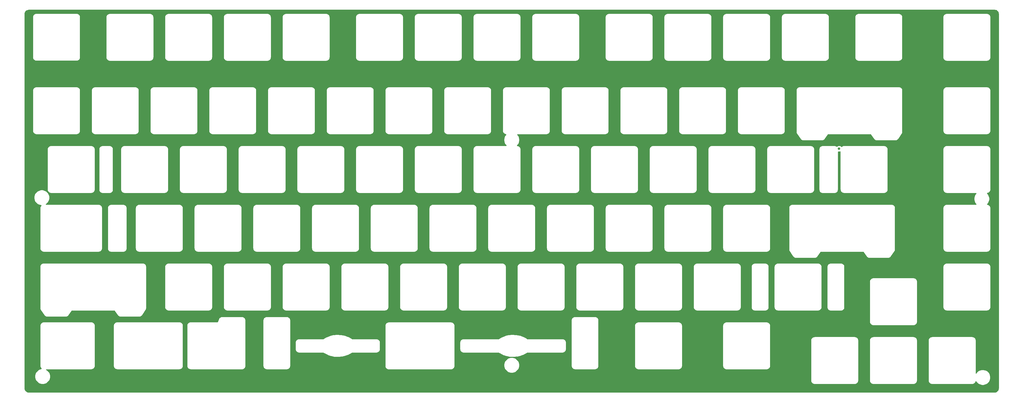
<source format=gtl>
G04 #@! TF.GenerationSoftware,KiCad,Pcbnew,(5.1.7)-1*
G04 #@! TF.CreationDate,2020-12-07T01:10:59-05:00*
G04 #@! TF.ProjectId,lckplate,6c636b70-6c61-4746-952e-6b696361645f,rev?*
G04 #@! TF.SameCoordinates,Original*
G04 #@! TF.FileFunction,Copper,L1,Top*
G04 #@! TF.FilePolarity,Positive*
%FSLAX46Y46*%
G04 Gerber Fmt 4.6, Leading zero omitted, Abs format (unit mm)*
G04 Created by KiCad (PCBNEW (5.1.7)-1) date 2020-12-07 01:10:59*
%MOMM*%
%LPD*%
G01*
G04 APERTURE LIST*
G04 #@! TA.AperFunction,ViaPad*
%ADD10C,0.800000*%
G04 #@! TD*
G04 #@! TA.AperFunction,NonConductor*
%ADD11C,0.254000*%
G04 #@! TD*
G04 #@! TA.AperFunction,NonConductor*
%ADD12C,0.100000*%
G04 #@! TD*
G04 APERTURE END LIST*
D10*
G04 #@! TO.N,*
X258378900Y-62268500D03*
G04 #@! TD*
D11*
X309040188Y-17372949D02*
X309275879Y-17444108D01*
X309493256Y-17559691D01*
X309684046Y-17715295D01*
X309840978Y-17904993D01*
X309958073Y-18121557D01*
X310030876Y-18356744D01*
X310060168Y-18635437D01*
X310060167Y-139873216D01*
X310032618Y-140154184D01*
X309961458Y-140389875D01*
X309845878Y-140607251D01*
X309690271Y-140798042D01*
X309500575Y-140954974D01*
X309284010Y-141072069D01*
X309048823Y-141144872D01*
X308770139Y-141174163D01*
X-4444236Y-141174163D01*
X-4725204Y-141146614D01*
X-4960895Y-141075454D01*
X-5178271Y-140959874D01*
X-5369062Y-140804267D01*
X-5525994Y-140614571D01*
X-5643089Y-140398006D01*
X-5715892Y-140162819D01*
X-5745183Y-139884135D01*
X-5745183Y-135858729D01*
X-2522880Y-135858729D01*
X-2522880Y-136359597D01*
X-2425166Y-136850840D01*
X-2233492Y-137313582D01*
X-1955225Y-137730038D01*
X-1601058Y-138084205D01*
X-1184602Y-138362472D01*
X-721860Y-138554146D01*
X-230617Y-138651860D01*
X270251Y-138651860D01*
X761494Y-138554146D01*
X1224236Y-138362472D01*
X1640692Y-138084205D01*
X1994859Y-137730038D01*
X2273126Y-137313582D01*
X2464800Y-136850840D01*
X2562514Y-136359597D01*
X2562514Y-135858729D01*
X2464800Y-135367486D01*
X2273126Y-134904744D01*
X1994859Y-134488288D01*
X1640692Y-134134121D01*
X1250645Y-133873500D01*
X15835105Y-133873500D01*
X15866150Y-133870442D01*
X15869105Y-133870463D01*
X15879318Y-133869462D01*
X15927201Y-133864429D01*
X15943085Y-133862865D01*
X15943615Y-133862704D01*
X15976367Y-133859262D01*
X16041644Y-133845862D01*
X16107059Y-133833384D01*
X16116884Y-133830418D01*
X16210103Y-133801562D01*
X16271578Y-133775720D01*
X16333284Y-133750789D01*
X16342345Y-133745972D01*
X16428183Y-133699559D01*
X16483415Y-133662304D01*
X16539151Y-133625831D01*
X16547104Y-133619345D01*
X16622293Y-133557143D01*
X16669248Y-133509859D01*
X16716824Y-133463270D01*
X16723365Y-133455363D01*
X16723370Y-133455358D01*
X16723374Y-133455352D01*
X16785041Y-133379742D01*
X16821914Y-133324244D01*
X16859548Y-133269281D01*
X16864429Y-133260254D01*
X16910241Y-133174093D01*
X16935633Y-133112487D01*
X16961867Y-133051280D01*
X16964902Y-133041476D01*
X16993107Y-132948058D01*
X17006056Y-132882665D01*
X17019897Y-132817543D01*
X17020968Y-132807352D01*
X17020970Y-132807344D01*
X17020970Y-132807337D01*
X17030492Y-132710220D01*
X17034000Y-132674605D01*
X17034000Y-119602396D01*
X22993900Y-119602396D01*
X22993901Y-132674605D01*
X22996958Y-132705641D01*
X22996937Y-132708605D01*
X22997938Y-132718818D01*
X23002986Y-132766852D01*
X23004536Y-132782585D01*
X23004695Y-132783110D01*
X23008138Y-132815867D01*
X23021538Y-132881144D01*
X23034016Y-132946559D01*
X23036982Y-132956384D01*
X23065838Y-133049603D01*
X23091680Y-133111078D01*
X23116611Y-133172784D01*
X23121428Y-133181845D01*
X23167841Y-133267683D01*
X23205096Y-133322915D01*
X23241569Y-133378651D01*
X23248055Y-133386604D01*
X23310257Y-133461793D01*
X23357541Y-133508748D01*
X23404130Y-133556324D01*
X23412037Y-133562865D01*
X23412042Y-133562870D01*
X23412048Y-133562874D01*
X23487658Y-133624541D01*
X23543156Y-133661414D01*
X23598119Y-133699048D01*
X23607146Y-133703929D01*
X23693307Y-133749741D01*
X23754913Y-133775133D01*
X23816120Y-133801367D01*
X23825924Y-133804402D01*
X23825928Y-133804403D01*
X23825930Y-133804404D01*
X23825932Y-133804404D01*
X23919342Y-133832607D01*
X23984735Y-133845556D01*
X24049857Y-133859397D01*
X24060048Y-133860468D01*
X24060056Y-133860470D01*
X24060063Y-133860470D01*
X24156589Y-133869934D01*
X24192795Y-133873500D01*
X44410005Y-133873500D01*
X44441050Y-133870442D01*
X44444005Y-133870463D01*
X44454218Y-133869462D01*
X44502101Y-133864429D01*
X44517985Y-133862865D01*
X44518515Y-133862704D01*
X44551267Y-133859262D01*
X44616544Y-133845862D01*
X44681959Y-133833384D01*
X44691784Y-133830418D01*
X44785003Y-133801562D01*
X44846478Y-133775720D01*
X44908184Y-133750789D01*
X44917245Y-133745972D01*
X45003083Y-133699559D01*
X45058315Y-133662304D01*
X45114051Y-133625831D01*
X45122004Y-133619345D01*
X45197193Y-133557143D01*
X45244148Y-133509859D01*
X45291724Y-133463270D01*
X45298265Y-133455363D01*
X45298270Y-133455358D01*
X45298274Y-133455352D01*
X45359941Y-133379742D01*
X45396814Y-133324244D01*
X45434448Y-133269281D01*
X45439329Y-133260254D01*
X45485141Y-133174093D01*
X45510533Y-133112487D01*
X45536767Y-133051280D01*
X45539802Y-133041476D01*
X45568007Y-132948058D01*
X45580956Y-132882665D01*
X45594797Y-132817543D01*
X45595868Y-132807352D01*
X45595870Y-132807344D01*
X45595870Y-132807337D01*
X45605392Y-132710220D01*
X45608900Y-132674605D01*
X45608900Y-119602396D01*
X46805000Y-119602396D01*
X46805001Y-132674605D01*
X46808058Y-132705641D01*
X46808037Y-132708605D01*
X46809038Y-132718818D01*
X46814086Y-132766852D01*
X46815636Y-132782585D01*
X46815795Y-132783110D01*
X46819238Y-132815867D01*
X46832638Y-132881144D01*
X46845116Y-132946559D01*
X46848082Y-132956384D01*
X46876938Y-133049603D01*
X46902780Y-133111078D01*
X46927711Y-133172784D01*
X46932528Y-133181845D01*
X46978941Y-133267683D01*
X47016196Y-133322915D01*
X47052669Y-133378651D01*
X47059155Y-133386604D01*
X47121357Y-133461793D01*
X47168641Y-133508748D01*
X47215230Y-133556324D01*
X47223137Y-133562865D01*
X47223142Y-133562870D01*
X47223148Y-133562874D01*
X47298758Y-133624541D01*
X47354256Y-133661414D01*
X47409219Y-133699048D01*
X47418246Y-133703929D01*
X47504407Y-133749741D01*
X47566013Y-133775133D01*
X47627220Y-133801367D01*
X47637024Y-133804402D01*
X47637028Y-133804403D01*
X47637030Y-133804404D01*
X47637032Y-133804404D01*
X47730442Y-133832607D01*
X47795835Y-133845556D01*
X47860957Y-133859397D01*
X47871148Y-133860468D01*
X47871156Y-133860470D01*
X47871163Y-133860470D01*
X47967689Y-133869934D01*
X48003895Y-133873500D01*
X57933094Y-133873500D01*
X58013415Y-133897865D01*
X58121395Y-133908500D01*
X58157500Y-133912056D01*
X58193605Y-133908500D01*
X64693605Y-133908500D01*
X64724650Y-133905442D01*
X64727605Y-133905463D01*
X64737818Y-133904462D01*
X64785701Y-133899429D01*
X64801585Y-133897865D01*
X64802115Y-133897704D01*
X64834867Y-133894262D01*
X64900144Y-133880862D01*
X64965559Y-133868384D01*
X64975384Y-133865418D01*
X65068603Y-133836562D01*
X65130078Y-133810720D01*
X65191784Y-133785789D01*
X65200845Y-133780972D01*
X65286683Y-133734559D01*
X65341915Y-133697304D01*
X65397651Y-133660831D01*
X65405604Y-133654345D01*
X65480793Y-133592143D01*
X65527748Y-133544859D01*
X65575324Y-133498270D01*
X65581865Y-133490363D01*
X65581870Y-133490358D01*
X65581874Y-133490352D01*
X65643541Y-133414742D01*
X65680414Y-133359244D01*
X65718048Y-133304281D01*
X65722929Y-133295254D01*
X65768741Y-133209093D01*
X65794133Y-133147487D01*
X65820367Y-133086280D01*
X65823402Y-133076476D01*
X65851607Y-132983058D01*
X65864556Y-132917665D01*
X65878397Y-132852543D01*
X65879468Y-132842352D01*
X65879470Y-132842344D01*
X65879470Y-132842337D01*
X65888992Y-132745220D01*
X65892500Y-132709605D01*
X65892500Y-132683384D01*
X71519820Y-132683384D01*
X71522878Y-132714429D01*
X71522857Y-132717385D01*
X71523858Y-132727598D01*
X71528892Y-132775496D01*
X71530455Y-132791364D01*
X71530616Y-132791893D01*
X71534058Y-132824647D01*
X71547458Y-132889924D01*
X71559936Y-132955339D01*
X71562902Y-132965164D01*
X71591758Y-133058383D01*
X71617600Y-133119858D01*
X71642531Y-133181564D01*
X71647348Y-133190625D01*
X71693761Y-133276463D01*
X71731016Y-133331695D01*
X71767489Y-133387431D01*
X71773975Y-133395384D01*
X71836177Y-133470573D01*
X71883461Y-133517528D01*
X71930050Y-133565104D01*
X71937957Y-133571645D01*
X71937962Y-133571650D01*
X71937968Y-133571654D01*
X72013578Y-133633321D01*
X72069076Y-133670194D01*
X72124039Y-133707828D01*
X72133066Y-133712709D01*
X72219227Y-133758521D01*
X72280833Y-133783913D01*
X72342040Y-133810147D01*
X72351844Y-133813182D01*
X72351848Y-133813183D01*
X72351850Y-133813184D01*
X72351852Y-133813184D01*
X72445262Y-133841387D01*
X72510655Y-133854336D01*
X72575777Y-133868177D01*
X72585968Y-133869248D01*
X72585976Y-133869250D01*
X72585983Y-133869250D01*
X72682509Y-133878714D01*
X72718715Y-133882280D01*
X79232283Y-133882280D01*
X79263328Y-133879222D01*
X79266283Y-133879243D01*
X79276496Y-133878242D01*
X79324379Y-133873209D01*
X79340263Y-133871645D01*
X79340793Y-133871484D01*
X79373545Y-133868042D01*
X79438822Y-133854642D01*
X79504237Y-133842164D01*
X79514062Y-133839198D01*
X79607281Y-133810342D01*
X79668756Y-133784500D01*
X79730462Y-133759569D01*
X79739523Y-133754752D01*
X79825361Y-133708339D01*
X79880593Y-133671084D01*
X79936329Y-133634611D01*
X79944282Y-133628125D01*
X80019471Y-133565923D01*
X80066426Y-133518639D01*
X80114002Y-133472050D01*
X80120543Y-133464143D01*
X80120548Y-133464138D01*
X80120552Y-133464132D01*
X80182219Y-133388522D01*
X80219092Y-133333024D01*
X80256726Y-133278061D01*
X80261607Y-133269034D01*
X80307419Y-133182873D01*
X80332811Y-133121267D01*
X80359045Y-133060060D01*
X80362080Y-133050256D01*
X80390285Y-132956838D01*
X80403234Y-132891445D01*
X80417075Y-132826323D01*
X80418146Y-132816132D01*
X80418148Y-132816124D01*
X80418148Y-132816117D01*
X80427670Y-132719000D01*
X80431178Y-132683385D01*
X80431178Y-125071720D01*
X81985877Y-125071720D01*
X81985878Y-127275281D01*
X81988935Y-127306317D01*
X81988914Y-127309281D01*
X81989915Y-127319494D01*
X81994963Y-127367528D01*
X81996513Y-127383261D01*
X81996672Y-127383786D01*
X82000115Y-127416543D01*
X82013515Y-127481820D01*
X82025993Y-127547235D01*
X82028959Y-127557060D01*
X82057815Y-127650279D01*
X82083657Y-127711754D01*
X82108588Y-127773460D01*
X82113405Y-127782521D01*
X82159818Y-127868359D01*
X82197073Y-127923591D01*
X82233546Y-127979327D01*
X82240032Y-127987280D01*
X82302234Y-128062469D01*
X82349518Y-128109424D01*
X82396107Y-128157000D01*
X82404014Y-128163541D01*
X82404019Y-128163546D01*
X82404025Y-128163550D01*
X82479635Y-128225217D01*
X82535133Y-128262090D01*
X82590096Y-128299724D01*
X82599123Y-128304605D01*
X82685284Y-128350417D01*
X82746890Y-128375809D01*
X82808097Y-128402043D01*
X82817901Y-128405078D01*
X82817905Y-128405079D01*
X82817907Y-128405080D01*
X82817909Y-128405080D01*
X82911319Y-128433283D01*
X82976712Y-128446232D01*
X83041834Y-128460073D01*
X83052025Y-128461144D01*
X83052033Y-128461146D01*
X83052040Y-128461146D01*
X83148566Y-128470610D01*
X83184772Y-128474176D01*
X91063977Y-128474176D01*
X91329337Y-128642579D01*
X91349728Y-128653581D01*
X91369178Y-128666136D01*
X91389586Y-128676938D01*
X92372953Y-129177802D01*
X92410152Y-129193547D01*
X92446837Y-129210452D01*
X92468563Y-129218271D01*
X93512692Y-129575580D01*
X93551746Y-129585929D01*
X93590439Y-129597494D01*
X93613049Y-129602173D01*
X94697107Y-129808799D01*
X94737216Y-129813540D01*
X94777166Y-129819540D01*
X94800211Y-129820986D01*
X95902568Y-129872806D01*
X95942949Y-129871848D01*
X95983342Y-129872159D01*
X96006361Y-129870345D01*
X97105021Y-129766324D01*
X97144886Y-129759682D01*
X97184898Y-129754302D01*
X97207431Y-129749262D01*
X98280474Y-129491476D01*
X98318987Y-129479289D01*
X98357860Y-129468320D01*
X98379458Y-129460155D01*
X99405474Y-129053748D01*
X99441879Y-129036260D01*
X99478826Y-129019919D01*
X99499058Y-129008792D01*
X100436011Y-128474176D01*
X108318906Y-128474176D01*
X108349951Y-128471118D01*
X108352906Y-128471139D01*
X108363119Y-128470138D01*
X108411002Y-128465105D01*
X108426886Y-128463541D01*
X108427416Y-128463380D01*
X108460168Y-128459938D01*
X108525445Y-128446538D01*
X108590860Y-128434060D01*
X108600685Y-128431094D01*
X108693904Y-128402238D01*
X108755379Y-128376396D01*
X108817085Y-128351465D01*
X108826146Y-128346648D01*
X108911984Y-128300235D01*
X108967216Y-128262980D01*
X109022952Y-128226507D01*
X109030905Y-128220021D01*
X109106094Y-128157819D01*
X109153049Y-128110535D01*
X109200625Y-128063946D01*
X109207166Y-128056039D01*
X109207171Y-128056034D01*
X109207175Y-128056028D01*
X109268842Y-127980418D01*
X109305715Y-127924920D01*
X109343349Y-127869957D01*
X109348230Y-127860930D01*
X109394042Y-127774769D01*
X109419434Y-127713163D01*
X109445668Y-127651956D01*
X109448703Y-127642152D01*
X109476908Y-127548734D01*
X109489857Y-127483341D01*
X109503698Y-127418219D01*
X109504769Y-127408028D01*
X109504771Y-127408020D01*
X109504771Y-127408013D01*
X109514293Y-127310896D01*
X109517801Y-127275281D01*
X109517801Y-125071719D01*
X109514743Y-125040674D01*
X109514764Y-125037719D01*
X109513763Y-125027506D01*
X109508731Y-124979631D01*
X109507166Y-124963739D01*
X109507005Y-124963209D01*
X109503563Y-124930458D01*
X109490165Y-124865188D01*
X109477685Y-124799765D01*
X109474719Y-124789940D01*
X109445863Y-124696721D01*
X109420026Y-124635258D01*
X109395090Y-124573540D01*
X109390273Y-124564479D01*
X109343860Y-124478641D01*
X109306590Y-124423386D01*
X109270132Y-124367673D01*
X109263646Y-124359720D01*
X109201444Y-124284531D01*
X109154160Y-124237576D01*
X109107571Y-124190000D01*
X109099664Y-124183458D01*
X109024043Y-124121783D01*
X108968522Y-124084894D01*
X108913582Y-124047276D01*
X108904571Y-124042404D01*
X108904564Y-124042399D01*
X108904557Y-124042396D01*
X108904555Y-124042395D01*
X108818394Y-123996583D01*
X108756788Y-123971191D01*
X108695581Y-123944957D01*
X108685777Y-123941922D01*
X108685773Y-123941921D01*
X108685771Y-123941920D01*
X108685769Y-123941920D01*
X108592359Y-123913717D01*
X108526973Y-123900770D01*
X108461845Y-123886927D01*
X108451652Y-123885855D01*
X108451645Y-123885854D01*
X108451639Y-123885854D01*
X108355111Y-123876390D01*
X108318906Y-123872824D01*
X100439701Y-123872824D01*
X100174341Y-123704421D01*
X100153950Y-123693419D01*
X100134500Y-123680864D01*
X100114092Y-123670062D01*
X99130725Y-123169198D01*
X99093516Y-123153449D01*
X99056841Y-123136548D01*
X99035115Y-123128729D01*
X97990986Y-122771420D01*
X97951940Y-122761074D01*
X97913239Y-122749506D01*
X97890628Y-122744827D01*
X96806571Y-122538201D01*
X96766457Y-122533459D01*
X96726511Y-122527460D01*
X96703467Y-122526014D01*
X95601110Y-122474194D01*
X95560728Y-122475152D01*
X95520335Y-122474841D01*
X95497317Y-122476655D01*
X94398657Y-122580676D01*
X94358790Y-122587318D01*
X94318780Y-122592698D01*
X94296247Y-122597738D01*
X93223204Y-122855524D01*
X93184691Y-122867711D01*
X93145818Y-122878680D01*
X93124220Y-122886845D01*
X92098204Y-123293252D01*
X92061778Y-123310751D01*
X92024852Y-123327082D01*
X92004619Y-123338208D01*
X91067667Y-123872824D01*
X83184772Y-123872824D01*
X83153727Y-123875882D01*
X83150772Y-123875861D01*
X83140559Y-123876862D01*
X83092684Y-123881894D01*
X83076792Y-123883459D01*
X83076262Y-123883620D01*
X83043511Y-123887062D01*
X82978241Y-123900460D01*
X82912818Y-123912940D01*
X82902993Y-123915906D01*
X82809774Y-123944762D01*
X82748311Y-123970599D01*
X82686593Y-123995535D01*
X82677532Y-124000352D01*
X82591694Y-124046765D01*
X82536439Y-124084035D01*
X82480726Y-124120493D01*
X82472773Y-124126979D01*
X82397584Y-124189181D01*
X82350629Y-124236465D01*
X82303053Y-124283054D01*
X82296511Y-124290961D01*
X82234836Y-124366582D01*
X82197947Y-124422103D01*
X82160329Y-124477043D01*
X82155457Y-124486054D01*
X82155452Y-124486061D01*
X82155449Y-124486068D01*
X82155448Y-124486070D01*
X82109636Y-124572231D01*
X82084244Y-124633837D01*
X82058010Y-124695044D01*
X82054975Y-124704848D01*
X82026770Y-124798266D01*
X82013823Y-124863652D01*
X81999980Y-124928780D01*
X81998908Y-124938973D01*
X81998907Y-124938980D01*
X81998907Y-124938986D01*
X81989567Y-125034252D01*
X81985877Y-125071720D01*
X80431178Y-125071720D01*
X80431178Y-119637396D01*
X111072500Y-119637396D01*
X111072501Y-132709605D01*
X111075558Y-132740641D01*
X111075537Y-132743605D01*
X111076538Y-132753818D01*
X111081586Y-132801852D01*
X111083136Y-132817585D01*
X111083295Y-132818110D01*
X111086738Y-132850867D01*
X111100138Y-132916144D01*
X111112616Y-132981559D01*
X111115582Y-132991384D01*
X111144438Y-133084603D01*
X111170280Y-133146078D01*
X111195211Y-133207784D01*
X111200028Y-133216845D01*
X111246441Y-133302683D01*
X111283696Y-133357915D01*
X111320169Y-133413651D01*
X111326655Y-133421604D01*
X111388857Y-133496793D01*
X111436141Y-133543748D01*
X111482730Y-133591324D01*
X111490637Y-133597865D01*
X111490642Y-133597870D01*
X111490648Y-133597874D01*
X111566258Y-133659541D01*
X111621756Y-133696414D01*
X111676719Y-133734048D01*
X111685746Y-133738929D01*
X111771907Y-133784741D01*
X111833513Y-133810133D01*
X111894720Y-133836367D01*
X111904524Y-133839402D01*
X111904528Y-133839403D01*
X111904530Y-133839404D01*
X111904532Y-133839404D01*
X111997942Y-133867607D01*
X112063335Y-133880556D01*
X112128457Y-133894397D01*
X112138648Y-133895468D01*
X112138656Y-133895470D01*
X112138663Y-133895470D01*
X112235189Y-133904934D01*
X112271395Y-133908500D01*
X132506605Y-133908500D01*
X132537650Y-133905442D01*
X132540605Y-133905463D01*
X132550818Y-133904462D01*
X132598701Y-133899429D01*
X132614585Y-133897865D01*
X132615115Y-133897704D01*
X132647867Y-133894262D01*
X132713144Y-133880862D01*
X132778559Y-133868384D01*
X132788384Y-133865418D01*
X132881603Y-133836562D01*
X132943078Y-133810720D01*
X133004784Y-133785789D01*
X133013845Y-133780972D01*
X133099683Y-133734559D01*
X133154915Y-133697304D01*
X133210651Y-133660831D01*
X133218604Y-133654345D01*
X133293793Y-133592143D01*
X133340748Y-133544859D01*
X133388324Y-133498270D01*
X133394865Y-133490363D01*
X133394870Y-133490358D01*
X133394874Y-133490352D01*
X133456541Y-133414742D01*
X133493414Y-133359244D01*
X133531048Y-133304281D01*
X133535929Y-133295254D01*
X133581741Y-133209093D01*
X133607133Y-133147487D01*
X133633367Y-133086280D01*
X133636402Y-133076476D01*
X133664607Y-132983058D01*
X133677556Y-132917665D01*
X133691397Y-132852543D01*
X133692468Y-132842352D01*
X133692470Y-132842344D01*
X133692470Y-132842337D01*
X133701992Y-132745220D01*
X133705500Y-132709605D01*
X133705500Y-132208729D01*
X149632470Y-132208729D01*
X149632470Y-132709597D01*
X149730184Y-133200840D01*
X149921858Y-133663582D01*
X150200125Y-134080038D01*
X150554292Y-134434205D01*
X150970748Y-134712472D01*
X151433490Y-134904146D01*
X151924733Y-135001860D01*
X152425601Y-135001860D01*
X152916844Y-134904146D01*
X153379586Y-134712472D01*
X153796042Y-134434205D01*
X154150209Y-134080038D01*
X154428476Y-133663582D01*
X154620150Y-133200840D01*
X154717864Y-132709597D01*
X154717864Y-132208729D01*
X154620150Y-131717486D01*
X154428476Y-131254744D01*
X154150209Y-130838288D01*
X153796042Y-130484121D01*
X153379586Y-130205854D01*
X152916844Y-130014180D01*
X152425601Y-129916466D01*
X151924733Y-129916466D01*
X151433490Y-130014180D01*
X150970748Y-130205854D01*
X150554292Y-130484121D01*
X150200125Y-130838288D01*
X149921858Y-131254744D01*
X149730184Y-131717486D01*
X149632470Y-132208729D01*
X133705500Y-132208729D01*
X133705500Y-127275280D01*
X135352780Y-127275280D01*
X135355838Y-127306325D01*
X135355817Y-127309281D01*
X135356818Y-127319494D01*
X135361852Y-127367392D01*
X135363415Y-127383260D01*
X135363576Y-127383789D01*
X135367018Y-127416543D01*
X135380418Y-127481820D01*
X135392896Y-127547235D01*
X135395862Y-127557060D01*
X135424718Y-127650279D01*
X135450560Y-127711754D01*
X135475491Y-127773460D01*
X135480308Y-127782521D01*
X135526721Y-127868359D01*
X135563976Y-127923591D01*
X135600449Y-127979327D01*
X135606935Y-127987280D01*
X135669137Y-128062469D01*
X135716421Y-128109424D01*
X135763010Y-128157000D01*
X135770917Y-128163541D01*
X135770922Y-128163546D01*
X135770928Y-128163550D01*
X135846538Y-128225217D01*
X135902036Y-128262090D01*
X135956999Y-128299724D01*
X135966026Y-128304605D01*
X136052187Y-128350417D01*
X136113793Y-128375809D01*
X136175000Y-128402043D01*
X136184804Y-128405078D01*
X136184808Y-128405079D01*
X136184810Y-128405080D01*
X136184812Y-128405080D01*
X136278222Y-128433283D01*
X136343615Y-128446232D01*
X136408737Y-128460073D01*
X136418928Y-128461144D01*
X136418936Y-128461146D01*
X136418943Y-128461146D01*
X136515469Y-128470610D01*
X136551675Y-128474176D01*
X147912466Y-128474176D01*
X148177826Y-128642579D01*
X148198217Y-128653581D01*
X148217667Y-128666136D01*
X148238075Y-128676938D01*
X149221442Y-129177802D01*
X149258644Y-129193548D01*
X149295325Y-129210452D01*
X149317051Y-129218271D01*
X150361180Y-129575580D01*
X150400214Y-129585923D01*
X150438928Y-129597495D01*
X150461538Y-129602174D01*
X151545596Y-129808800D01*
X151585710Y-129813542D01*
X151625656Y-129819541D01*
X151648699Y-129820987D01*
X151648701Y-129820987D01*
X152751057Y-129872806D01*
X152791438Y-129871848D01*
X152831831Y-129872159D01*
X152854849Y-129870345D01*
X153953510Y-129766325D01*
X153993372Y-129759684D01*
X154033388Y-129754303D01*
X154055921Y-129749263D01*
X155128964Y-129491477D01*
X155167477Y-129479290D01*
X155206350Y-129468321D01*
X155227948Y-129460156D01*
X156253964Y-129053749D01*
X156290369Y-129036261D01*
X156327316Y-129019920D01*
X156347548Y-129008793D01*
X157284503Y-128474176D01*
X168648983Y-128474176D01*
X168680028Y-128471118D01*
X168682983Y-128471139D01*
X168693196Y-128470138D01*
X168741079Y-128465105D01*
X168756963Y-128463541D01*
X168757493Y-128463380D01*
X168790245Y-128459938D01*
X168855522Y-128446538D01*
X168920937Y-128434060D01*
X168930762Y-128431094D01*
X169023981Y-128402238D01*
X169085456Y-128376396D01*
X169147162Y-128351465D01*
X169156223Y-128346648D01*
X169242061Y-128300235D01*
X169297293Y-128262980D01*
X169353029Y-128226507D01*
X169360982Y-128220021D01*
X169436171Y-128157819D01*
X169483126Y-128110535D01*
X169530702Y-128063946D01*
X169537243Y-128056039D01*
X169537248Y-128056034D01*
X169537252Y-128056028D01*
X169598919Y-127980418D01*
X169635792Y-127924920D01*
X169673426Y-127869957D01*
X169678307Y-127860930D01*
X169724119Y-127774769D01*
X169749511Y-127713163D01*
X169775745Y-127651956D01*
X169778780Y-127642152D01*
X169806985Y-127548734D01*
X169819934Y-127483341D01*
X169833775Y-127418219D01*
X169834846Y-127408028D01*
X169834848Y-127408020D01*
X169834848Y-127408013D01*
X169844370Y-127310896D01*
X169847878Y-127275281D01*
X169847878Y-125071719D01*
X169844820Y-125040674D01*
X169844841Y-125037719D01*
X169843840Y-125027506D01*
X169838808Y-124979631D01*
X169837243Y-124963739D01*
X169837082Y-124963209D01*
X169833640Y-124930458D01*
X169820242Y-124865188D01*
X169807762Y-124799765D01*
X169804796Y-124789940D01*
X169775940Y-124696721D01*
X169750103Y-124635258D01*
X169725167Y-124573540D01*
X169720350Y-124564479D01*
X169673937Y-124478641D01*
X169636667Y-124423386D01*
X169600209Y-124367673D01*
X169593723Y-124359720D01*
X169531521Y-124284531D01*
X169484237Y-124237576D01*
X169437648Y-124190000D01*
X169429741Y-124183458D01*
X169354120Y-124121783D01*
X169298599Y-124084894D01*
X169243659Y-124047276D01*
X169234648Y-124042404D01*
X169234641Y-124042399D01*
X169234634Y-124042396D01*
X169234632Y-124042395D01*
X169148471Y-123996583D01*
X169086865Y-123971191D01*
X169025658Y-123944957D01*
X169015854Y-123941922D01*
X169015850Y-123941921D01*
X169015848Y-123941920D01*
X169015846Y-123941920D01*
X168922436Y-123913717D01*
X168857050Y-123900770D01*
X168791922Y-123886927D01*
X168781729Y-123885855D01*
X168781722Y-123885854D01*
X168781716Y-123885854D01*
X168685188Y-123876390D01*
X168648983Y-123872824D01*
X157288191Y-123872824D01*
X157022831Y-123704421D01*
X157002440Y-123693419D01*
X156982990Y-123680864D01*
X156962582Y-123670062D01*
X155979215Y-123169198D01*
X155942006Y-123153449D01*
X155905331Y-123136548D01*
X155883605Y-123128729D01*
X154839476Y-122771420D01*
X154800430Y-122761074D01*
X154761729Y-122749506D01*
X154739118Y-122744827D01*
X153655061Y-122538201D01*
X153614947Y-122533459D01*
X153575001Y-122527460D01*
X153551957Y-122526014D01*
X152449600Y-122474194D01*
X152409218Y-122475152D01*
X152368825Y-122474841D01*
X152345807Y-122476655D01*
X151247147Y-122580676D01*
X151207280Y-122587318D01*
X151167270Y-122592698D01*
X151144737Y-122597738D01*
X150071694Y-122855524D01*
X150033181Y-122867711D01*
X149994308Y-122878680D01*
X149972710Y-122886845D01*
X148946694Y-123293252D01*
X148910268Y-123310751D01*
X148873342Y-123327082D01*
X148853109Y-123338208D01*
X147916157Y-123872824D01*
X136551675Y-123872824D01*
X136520630Y-123875882D01*
X136517675Y-123875861D01*
X136507462Y-123876862D01*
X136459587Y-123881894D01*
X136443695Y-123883459D01*
X136443165Y-123883620D01*
X136410414Y-123887062D01*
X136345144Y-123900460D01*
X136279721Y-123912940D01*
X136269896Y-123915906D01*
X136176677Y-123944762D01*
X136115214Y-123970599D01*
X136053496Y-123995535D01*
X136044435Y-124000352D01*
X135958597Y-124046765D01*
X135903342Y-124084035D01*
X135847629Y-124120493D01*
X135839676Y-124126979D01*
X135764487Y-124189181D01*
X135717532Y-124236465D01*
X135669956Y-124283054D01*
X135663414Y-124290961D01*
X135601739Y-124366582D01*
X135564850Y-124422103D01*
X135527232Y-124477043D01*
X135522360Y-124486054D01*
X135522355Y-124486061D01*
X135522352Y-124486068D01*
X135522351Y-124486070D01*
X135476539Y-124572231D01*
X135451147Y-124633837D01*
X135424913Y-124695044D01*
X135421878Y-124704848D01*
X135393673Y-124798266D01*
X135380726Y-124863652D01*
X135366883Y-124928780D01*
X135365811Y-124938973D01*
X135365810Y-124938980D01*
X135365810Y-124938986D01*
X135356288Y-125036104D01*
X135356288Y-125036111D01*
X135352781Y-125071719D01*
X135352780Y-127275280D01*
X133705500Y-127275280D01*
X133705500Y-119637395D01*
X133702442Y-119606350D01*
X133702463Y-119603395D01*
X133701462Y-119593182D01*
X133696430Y-119545307D01*
X133694865Y-119529415D01*
X133694704Y-119528885D01*
X133691262Y-119496134D01*
X133677864Y-119430864D01*
X133665384Y-119365441D01*
X133662418Y-119355616D01*
X133633562Y-119262397D01*
X133607725Y-119200934D01*
X133582789Y-119139216D01*
X133577972Y-119130155D01*
X133531559Y-119044317D01*
X133494289Y-118989062D01*
X133457831Y-118933349D01*
X133451345Y-118925396D01*
X133389143Y-118850207D01*
X133341859Y-118803252D01*
X133295270Y-118755676D01*
X133287363Y-118749134D01*
X133211742Y-118687459D01*
X133156221Y-118650570D01*
X133101281Y-118612952D01*
X133092270Y-118608080D01*
X133092263Y-118608075D01*
X133092256Y-118608072D01*
X133092254Y-118608071D01*
X133006093Y-118562259D01*
X132944487Y-118536867D01*
X132883280Y-118510633D01*
X132873476Y-118507598D01*
X132873472Y-118507597D01*
X132873470Y-118507596D01*
X132873468Y-118507596D01*
X132780058Y-118479393D01*
X132714672Y-118466446D01*
X132649544Y-118452603D01*
X132639351Y-118451531D01*
X132639344Y-118451530D01*
X132639338Y-118451530D01*
X132542810Y-118442066D01*
X132506605Y-118438500D01*
X112271395Y-118438500D01*
X112240350Y-118441558D01*
X112237395Y-118441537D01*
X112227182Y-118442538D01*
X112179307Y-118447570D01*
X112163415Y-118449135D01*
X112162885Y-118449296D01*
X112130134Y-118452738D01*
X112064864Y-118466136D01*
X111999441Y-118478616D01*
X111989616Y-118481582D01*
X111896397Y-118510438D01*
X111834934Y-118536275D01*
X111773216Y-118561211D01*
X111764155Y-118566028D01*
X111678317Y-118612441D01*
X111623062Y-118649711D01*
X111567349Y-118686169D01*
X111559396Y-118692655D01*
X111484207Y-118754857D01*
X111437252Y-118802141D01*
X111389676Y-118848730D01*
X111383134Y-118856637D01*
X111321459Y-118932258D01*
X111284570Y-118987779D01*
X111246952Y-119042719D01*
X111242080Y-119051730D01*
X111242075Y-119051737D01*
X111242072Y-119051744D01*
X111242071Y-119051746D01*
X111196259Y-119137907D01*
X111170867Y-119199513D01*
X111144633Y-119260720D01*
X111141598Y-119270524D01*
X111113393Y-119363942D01*
X111100446Y-119429328D01*
X111086603Y-119494456D01*
X111085531Y-119504649D01*
X111085530Y-119504656D01*
X111085530Y-119504662D01*
X111076074Y-119601110D01*
X111072500Y-119637396D01*
X80431178Y-119637396D01*
X80431178Y-117886188D01*
X171495157Y-117886188D01*
X171495158Y-132683385D01*
X171498215Y-132714421D01*
X171498194Y-132717385D01*
X171499195Y-132727598D01*
X171504243Y-132775632D01*
X171505793Y-132791365D01*
X171505952Y-132791890D01*
X171509395Y-132824647D01*
X171522795Y-132889924D01*
X171535273Y-132955339D01*
X171538239Y-132965164D01*
X171567095Y-133058383D01*
X171592937Y-133119858D01*
X171617868Y-133181564D01*
X171622685Y-133190625D01*
X171669098Y-133276463D01*
X171706353Y-133331695D01*
X171742826Y-133387431D01*
X171749312Y-133395384D01*
X171811514Y-133470573D01*
X171858798Y-133517528D01*
X171905387Y-133565104D01*
X171913294Y-133571645D01*
X171913299Y-133571650D01*
X171913305Y-133571654D01*
X171988915Y-133633321D01*
X172044413Y-133670194D01*
X172099376Y-133707828D01*
X172108403Y-133712709D01*
X172194564Y-133758521D01*
X172256170Y-133783913D01*
X172317377Y-133810147D01*
X172327181Y-133813182D01*
X172327185Y-133813183D01*
X172327187Y-133813184D01*
X172327189Y-133813184D01*
X172420599Y-133841387D01*
X172485992Y-133854336D01*
X172551114Y-133868177D01*
X172561305Y-133869248D01*
X172561313Y-133869250D01*
X172561320Y-133869250D01*
X172657846Y-133878714D01*
X172694052Y-133882280D01*
X179207620Y-133882280D01*
X179238665Y-133879222D01*
X179241620Y-133879243D01*
X179251833Y-133878242D01*
X179299716Y-133873209D01*
X179315600Y-133871645D01*
X179316130Y-133871484D01*
X179348882Y-133868042D01*
X179414159Y-133854642D01*
X179479574Y-133842164D01*
X179489399Y-133839198D01*
X179582618Y-133810342D01*
X179644093Y-133784500D01*
X179705799Y-133759569D01*
X179714860Y-133754752D01*
X179800698Y-133708339D01*
X179855930Y-133671084D01*
X179911666Y-133634611D01*
X179919619Y-133628125D01*
X179994808Y-133565923D01*
X180041763Y-133518639D01*
X180089339Y-133472050D01*
X180095880Y-133464143D01*
X180095885Y-133464138D01*
X180095889Y-133464132D01*
X180157556Y-133388522D01*
X180194429Y-133333024D01*
X180232063Y-133278061D01*
X180236944Y-133269034D01*
X180282756Y-133182873D01*
X180308148Y-133121267D01*
X180334382Y-133060060D01*
X180337417Y-133050256D01*
X180365622Y-132956838D01*
X180378571Y-132891445D01*
X180392412Y-132826323D01*
X180393483Y-132816132D01*
X180393485Y-132816124D01*
X180393485Y-132816117D01*
X180403007Y-132719000D01*
X180406515Y-132683385D01*
X180406515Y-119624396D01*
X192041500Y-119624396D01*
X192041501Y-132696605D01*
X192044558Y-132727641D01*
X192044537Y-132730605D01*
X192045538Y-132740818D01*
X192050586Y-132788852D01*
X192052136Y-132804585D01*
X192052295Y-132805110D01*
X192055738Y-132837867D01*
X192069138Y-132903144D01*
X192081616Y-132968559D01*
X192084582Y-132978384D01*
X192113438Y-133071603D01*
X192139280Y-133133078D01*
X192164211Y-133194784D01*
X192169028Y-133203845D01*
X192215441Y-133289683D01*
X192252696Y-133344915D01*
X192289169Y-133400651D01*
X192295655Y-133408604D01*
X192357857Y-133483793D01*
X192405141Y-133530748D01*
X192451730Y-133578324D01*
X192459637Y-133584865D01*
X192459642Y-133584870D01*
X192459648Y-133584874D01*
X192535258Y-133646541D01*
X192590756Y-133683414D01*
X192645719Y-133721048D01*
X192654746Y-133725929D01*
X192740907Y-133771741D01*
X192802513Y-133797133D01*
X192863720Y-133823367D01*
X192873524Y-133826402D01*
X192873528Y-133826403D01*
X192873530Y-133826404D01*
X192873532Y-133826404D01*
X192966942Y-133854607D01*
X193032335Y-133867556D01*
X193097457Y-133881397D01*
X193107648Y-133882468D01*
X193107656Y-133882470D01*
X193107663Y-133882470D01*
X193204189Y-133891934D01*
X193240395Y-133895500D01*
X206312605Y-133895500D01*
X206343650Y-133892442D01*
X206346605Y-133892463D01*
X206356818Y-133891462D01*
X206404701Y-133886429D01*
X206420585Y-133884865D01*
X206421115Y-133884704D01*
X206453867Y-133881262D01*
X206519144Y-133867862D01*
X206584559Y-133855384D01*
X206594384Y-133852418D01*
X206687603Y-133823562D01*
X206749078Y-133797720D01*
X206810784Y-133772789D01*
X206819845Y-133767972D01*
X206905683Y-133721559D01*
X206960915Y-133684304D01*
X207016651Y-133647831D01*
X207024604Y-133641345D01*
X207099793Y-133579143D01*
X207146748Y-133531859D01*
X207194324Y-133485270D01*
X207200865Y-133477363D01*
X207200870Y-133477358D01*
X207200874Y-133477352D01*
X207262541Y-133401742D01*
X207299414Y-133346244D01*
X207337048Y-133291281D01*
X207341929Y-133282254D01*
X207387741Y-133196093D01*
X207413133Y-133134487D01*
X207439367Y-133073280D01*
X207442402Y-133063476D01*
X207470607Y-132970058D01*
X207483556Y-132904665D01*
X207497397Y-132839543D01*
X207498468Y-132829352D01*
X207498470Y-132829344D01*
X207498470Y-132829337D01*
X207507992Y-132732220D01*
X207511500Y-132696605D01*
X207511500Y-119624396D01*
X220616500Y-119624396D01*
X220616501Y-132696605D01*
X220619558Y-132727641D01*
X220619537Y-132730605D01*
X220620538Y-132740818D01*
X220625586Y-132788852D01*
X220627136Y-132804585D01*
X220627295Y-132805110D01*
X220630738Y-132837867D01*
X220644138Y-132903144D01*
X220656616Y-132968559D01*
X220659582Y-132978384D01*
X220688438Y-133071603D01*
X220714280Y-133133078D01*
X220739211Y-133194784D01*
X220744028Y-133203845D01*
X220790441Y-133289683D01*
X220827696Y-133344915D01*
X220864169Y-133400651D01*
X220870655Y-133408604D01*
X220932857Y-133483793D01*
X220980141Y-133530748D01*
X221026730Y-133578324D01*
X221034637Y-133584865D01*
X221034642Y-133584870D01*
X221034648Y-133584874D01*
X221110258Y-133646541D01*
X221165756Y-133683414D01*
X221220719Y-133721048D01*
X221229746Y-133725929D01*
X221315907Y-133771741D01*
X221377513Y-133797133D01*
X221438720Y-133823367D01*
X221448524Y-133826402D01*
X221448528Y-133826403D01*
X221448530Y-133826404D01*
X221448532Y-133826404D01*
X221541942Y-133854607D01*
X221607335Y-133867556D01*
X221672457Y-133881397D01*
X221682648Y-133882468D01*
X221682656Y-133882470D01*
X221682663Y-133882470D01*
X221779189Y-133891934D01*
X221815395Y-133895500D01*
X234887605Y-133895500D01*
X234918650Y-133892442D01*
X234921605Y-133892463D01*
X234931818Y-133891462D01*
X234979701Y-133886429D01*
X234995585Y-133884865D01*
X234996115Y-133884704D01*
X235028867Y-133881262D01*
X235094144Y-133867862D01*
X235159559Y-133855384D01*
X235169384Y-133852418D01*
X235262603Y-133823562D01*
X235324078Y-133797720D01*
X235385784Y-133772789D01*
X235394845Y-133767972D01*
X235480683Y-133721559D01*
X235535915Y-133684304D01*
X235591651Y-133647831D01*
X235599604Y-133641345D01*
X235674793Y-133579143D01*
X235721748Y-133531859D01*
X235769324Y-133485270D01*
X235775865Y-133477363D01*
X235775870Y-133477358D01*
X235775874Y-133477352D01*
X235837541Y-133401742D01*
X235874414Y-133346244D01*
X235912048Y-133291281D01*
X235916929Y-133282254D01*
X235962741Y-133196093D01*
X235988133Y-133134487D01*
X236014367Y-133073280D01*
X236017402Y-133063476D01*
X236045607Y-132970058D01*
X236058556Y-132904665D01*
X236072397Y-132839543D01*
X236073468Y-132829352D01*
X236073470Y-132829344D01*
X236073470Y-132829337D01*
X236082992Y-132732220D01*
X236086500Y-132696605D01*
X236086500Y-124387396D01*
X249191500Y-124387396D01*
X249191501Y-137459605D01*
X249194558Y-137490641D01*
X249194537Y-137493605D01*
X249195538Y-137503818D01*
X249200586Y-137551852D01*
X249202136Y-137567585D01*
X249202295Y-137568110D01*
X249205738Y-137600867D01*
X249219138Y-137666144D01*
X249231616Y-137731559D01*
X249234582Y-137741384D01*
X249263438Y-137834603D01*
X249289280Y-137896078D01*
X249314211Y-137957784D01*
X249319028Y-137966845D01*
X249365441Y-138052683D01*
X249402696Y-138107915D01*
X249439169Y-138163651D01*
X249445655Y-138171604D01*
X249507857Y-138246793D01*
X249555141Y-138293748D01*
X249601730Y-138341324D01*
X249609637Y-138347865D01*
X249609642Y-138347870D01*
X249609648Y-138347874D01*
X249685258Y-138409541D01*
X249740756Y-138446414D01*
X249795719Y-138484048D01*
X249804746Y-138488929D01*
X249890907Y-138534741D01*
X249952513Y-138560133D01*
X250013720Y-138586367D01*
X250023524Y-138589402D01*
X250023528Y-138589403D01*
X250023530Y-138589404D01*
X250023532Y-138589404D01*
X250116942Y-138617607D01*
X250182335Y-138630556D01*
X250247457Y-138644397D01*
X250257648Y-138645468D01*
X250257656Y-138645470D01*
X250257663Y-138645470D01*
X250354189Y-138654934D01*
X250390395Y-138658500D01*
X263462605Y-138658500D01*
X263493650Y-138655442D01*
X263496605Y-138655463D01*
X263506818Y-138654462D01*
X263554701Y-138649429D01*
X263570585Y-138647865D01*
X263571115Y-138647704D01*
X263603867Y-138644262D01*
X263669144Y-138630862D01*
X263734559Y-138618384D01*
X263744384Y-138615418D01*
X263837603Y-138586562D01*
X263899078Y-138560720D01*
X263960784Y-138535789D01*
X263969845Y-138530972D01*
X264055683Y-138484559D01*
X264110915Y-138447304D01*
X264166651Y-138410831D01*
X264174604Y-138404345D01*
X264249793Y-138342143D01*
X264296748Y-138294859D01*
X264344324Y-138248270D01*
X264350865Y-138240363D01*
X264350870Y-138240358D01*
X264350874Y-138240352D01*
X264412541Y-138164742D01*
X264449414Y-138109244D01*
X264487048Y-138054281D01*
X264491929Y-138045254D01*
X264537741Y-137959093D01*
X264563133Y-137897487D01*
X264589367Y-137836280D01*
X264592402Y-137826476D01*
X264620607Y-137733058D01*
X264633556Y-137667665D01*
X264647397Y-137602543D01*
X264648468Y-137592352D01*
X264648470Y-137592344D01*
X264648470Y-137592337D01*
X264657992Y-137495220D01*
X264661500Y-137459605D01*
X264661500Y-124387396D01*
X268241500Y-124387396D01*
X268241501Y-137459605D01*
X268244558Y-137490641D01*
X268244537Y-137493605D01*
X268245538Y-137503818D01*
X268250586Y-137551852D01*
X268252136Y-137567585D01*
X268252295Y-137568110D01*
X268255738Y-137600867D01*
X268269138Y-137666144D01*
X268281616Y-137731559D01*
X268284582Y-137741384D01*
X268313438Y-137834603D01*
X268339280Y-137896078D01*
X268364211Y-137957784D01*
X268369028Y-137966845D01*
X268415441Y-138052683D01*
X268452696Y-138107915D01*
X268489169Y-138163651D01*
X268495655Y-138171604D01*
X268557857Y-138246793D01*
X268605141Y-138293748D01*
X268651730Y-138341324D01*
X268659637Y-138347865D01*
X268659642Y-138347870D01*
X268659648Y-138347874D01*
X268735258Y-138409541D01*
X268790756Y-138446414D01*
X268845719Y-138484048D01*
X268854746Y-138488929D01*
X268940907Y-138534741D01*
X269002513Y-138560133D01*
X269063720Y-138586367D01*
X269073524Y-138589402D01*
X269073528Y-138589403D01*
X269073530Y-138589404D01*
X269073532Y-138589404D01*
X269166942Y-138617607D01*
X269232335Y-138630556D01*
X269297457Y-138644397D01*
X269307648Y-138645468D01*
X269307656Y-138645470D01*
X269307663Y-138645470D01*
X269404189Y-138654934D01*
X269440395Y-138658500D01*
X282512605Y-138658500D01*
X282543650Y-138655442D01*
X282546605Y-138655463D01*
X282556818Y-138654462D01*
X282604701Y-138649429D01*
X282620585Y-138647865D01*
X282621115Y-138647704D01*
X282653867Y-138644262D01*
X282719144Y-138630862D01*
X282784559Y-138618384D01*
X282794384Y-138615418D01*
X282887603Y-138586562D01*
X282949078Y-138560720D01*
X283010784Y-138535789D01*
X283019845Y-138530972D01*
X283105683Y-138484559D01*
X283160915Y-138447304D01*
X283216651Y-138410831D01*
X283224604Y-138404345D01*
X283299793Y-138342143D01*
X283346748Y-138294859D01*
X283394324Y-138248270D01*
X283400865Y-138240363D01*
X283400870Y-138240358D01*
X283400874Y-138240352D01*
X283462541Y-138164742D01*
X283499414Y-138109244D01*
X283537048Y-138054281D01*
X283541929Y-138045254D01*
X283587741Y-137959093D01*
X283613133Y-137897487D01*
X283639367Y-137836280D01*
X283642402Y-137826476D01*
X283670607Y-137733058D01*
X283683556Y-137667665D01*
X283697397Y-137602543D01*
X283698468Y-137592352D01*
X283698470Y-137592344D01*
X283698470Y-137592337D01*
X283707992Y-137495220D01*
X283711500Y-137459605D01*
X283711500Y-124387396D01*
X287291500Y-124387396D01*
X287291501Y-137459605D01*
X287294558Y-137490641D01*
X287294537Y-137493605D01*
X287295538Y-137503818D01*
X287300586Y-137551852D01*
X287302136Y-137567585D01*
X287302295Y-137568110D01*
X287305738Y-137600867D01*
X287319138Y-137666144D01*
X287331616Y-137731559D01*
X287334582Y-137741384D01*
X287363438Y-137834603D01*
X287389280Y-137896078D01*
X287414211Y-137957784D01*
X287419028Y-137966845D01*
X287465441Y-138052683D01*
X287502696Y-138107915D01*
X287539169Y-138163651D01*
X287545655Y-138171604D01*
X287607857Y-138246793D01*
X287655141Y-138293748D01*
X287701730Y-138341324D01*
X287709637Y-138347865D01*
X287709642Y-138347870D01*
X287709648Y-138347874D01*
X287785258Y-138409541D01*
X287840756Y-138446414D01*
X287895719Y-138484048D01*
X287904746Y-138488929D01*
X287990907Y-138534741D01*
X288052513Y-138560133D01*
X288113720Y-138586367D01*
X288123524Y-138589402D01*
X288123528Y-138589403D01*
X288123530Y-138589404D01*
X288123532Y-138589404D01*
X288216942Y-138617607D01*
X288282335Y-138630556D01*
X288347457Y-138644397D01*
X288357648Y-138645468D01*
X288357656Y-138645470D01*
X288357663Y-138645470D01*
X288454189Y-138654934D01*
X288490395Y-138658500D01*
X301562605Y-138658500D01*
X301593650Y-138655442D01*
X301596605Y-138655463D01*
X301606818Y-138654462D01*
X301654701Y-138649429D01*
X301670585Y-138647865D01*
X301671115Y-138647704D01*
X301703867Y-138644262D01*
X301769144Y-138630862D01*
X301834559Y-138618384D01*
X301844384Y-138615418D01*
X301937603Y-138586562D01*
X301999078Y-138560720D01*
X302060784Y-138535789D01*
X302069845Y-138530972D01*
X302155683Y-138484559D01*
X302210915Y-138447304D01*
X302266651Y-138410831D01*
X302274604Y-138404345D01*
X302349793Y-138342143D01*
X302396748Y-138294859D01*
X302444324Y-138248270D01*
X302450865Y-138240363D01*
X302450870Y-138240358D01*
X302450874Y-138240352D01*
X302512541Y-138164742D01*
X302549414Y-138109244D01*
X302587048Y-138054281D01*
X302591929Y-138045254D01*
X302637741Y-137959093D01*
X302663133Y-137897487D01*
X302689367Y-137836280D01*
X302692402Y-137826476D01*
X302720607Y-137733058D01*
X302731594Y-137677571D01*
X302967105Y-138030038D01*
X303321272Y-138384205D01*
X303737728Y-138662472D01*
X304200470Y-138854146D01*
X304691713Y-138951860D01*
X305192581Y-138951860D01*
X305683824Y-138854146D01*
X306146566Y-138662472D01*
X306563022Y-138384205D01*
X306917189Y-138030038D01*
X307195456Y-137613582D01*
X307387130Y-137150840D01*
X307484844Y-136659597D01*
X307484844Y-136158729D01*
X307387130Y-135667486D01*
X307195456Y-135204744D01*
X306917189Y-134788288D01*
X306563022Y-134434121D01*
X306146566Y-134155854D01*
X305683824Y-133964180D01*
X305192581Y-133866466D01*
X304691713Y-133866466D01*
X304200470Y-133964180D01*
X303737728Y-134155854D01*
X303321272Y-134434121D01*
X302967105Y-134788288D01*
X302761500Y-135095998D01*
X302761500Y-124387395D01*
X302758442Y-124356350D01*
X302758463Y-124353395D01*
X302757462Y-124343182D01*
X302752430Y-124295307D01*
X302750865Y-124279415D01*
X302750704Y-124278885D01*
X302747262Y-124246134D01*
X302733864Y-124180864D01*
X302721384Y-124115441D01*
X302718418Y-124105616D01*
X302689562Y-124012397D01*
X302663725Y-123950934D01*
X302638789Y-123889216D01*
X302633972Y-123880155D01*
X302587559Y-123794317D01*
X302550289Y-123739062D01*
X302513831Y-123683349D01*
X302507345Y-123675396D01*
X302445143Y-123600207D01*
X302397859Y-123553252D01*
X302351270Y-123505676D01*
X302343363Y-123499134D01*
X302267742Y-123437459D01*
X302212221Y-123400570D01*
X302157281Y-123362952D01*
X302148270Y-123358080D01*
X302148263Y-123358075D01*
X302148256Y-123358072D01*
X302148254Y-123358071D01*
X302062093Y-123312259D01*
X302000487Y-123286867D01*
X301939280Y-123260633D01*
X301929476Y-123257598D01*
X301929472Y-123257597D01*
X301929470Y-123257596D01*
X301929468Y-123257596D01*
X301836058Y-123229393D01*
X301770672Y-123216446D01*
X301705544Y-123202603D01*
X301695351Y-123201531D01*
X301695344Y-123201530D01*
X301695338Y-123201530D01*
X301598810Y-123192066D01*
X301562605Y-123188500D01*
X288490395Y-123188500D01*
X288459350Y-123191558D01*
X288456395Y-123191537D01*
X288446182Y-123192538D01*
X288398307Y-123197570D01*
X288382415Y-123199135D01*
X288381885Y-123199296D01*
X288349134Y-123202738D01*
X288283864Y-123216136D01*
X288218441Y-123228616D01*
X288208616Y-123231582D01*
X288115397Y-123260438D01*
X288053934Y-123286275D01*
X287992216Y-123311211D01*
X287983155Y-123316028D01*
X287897317Y-123362441D01*
X287842062Y-123399711D01*
X287786349Y-123436169D01*
X287778396Y-123442655D01*
X287703207Y-123504857D01*
X287656252Y-123552141D01*
X287608676Y-123598730D01*
X287602134Y-123606637D01*
X287540459Y-123682258D01*
X287503570Y-123737779D01*
X287465952Y-123792719D01*
X287461080Y-123801730D01*
X287461075Y-123801737D01*
X287461072Y-123801744D01*
X287461071Y-123801746D01*
X287415259Y-123887907D01*
X287389867Y-123949513D01*
X287363633Y-124010720D01*
X287360598Y-124020524D01*
X287332393Y-124113942D01*
X287319446Y-124179328D01*
X287305603Y-124244456D01*
X287304531Y-124254649D01*
X287304530Y-124254656D01*
X287304530Y-124254662D01*
X287295088Y-124350964D01*
X287291500Y-124387396D01*
X283711500Y-124387396D01*
X283711500Y-124387395D01*
X283708442Y-124356350D01*
X283708463Y-124353395D01*
X283707462Y-124343182D01*
X283702430Y-124295307D01*
X283700865Y-124279415D01*
X283700704Y-124278885D01*
X283697262Y-124246134D01*
X283683864Y-124180864D01*
X283671384Y-124115441D01*
X283668418Y-124105616D01*
X283639562Y-124012397D01*
X283613725Y-123950934D01*
X283588789Y-123889216D01*
X283583972Y-123880155D01*
X283537559Y-123794317D01*
X283500289Y-123739062D01*
X283463831Y-123683349D01*
X283457345Y-123675396D01*
X283395143Y-123600207D01*
X283347859Y-123553252D01*
X283301270Y-123505676D01*
X283293363Y-123499134D01*
X283217742Y-123437459D01*
X283162221Y-123400570D01*
X283107281Y-123362952D01*
X283098270Y-123358080D01*
X283098263Y-123358075D01*
X283098256Y-123358072D01*
X283098254Y-123358071D01*
X283012093Y-123312259D01*
X282950487Y-123286867D01*
X282889280Y-123260633D01*
X282879476Y-123257598D01*
X282879472Y-123257597D01*
X282879470Y-123257596D01*
X282879468Y-123257596D01*
X282786058Y-123229393D01*
X282720672Y-123216446D01*
X282655544Y-123202603D01*
X282645351Y-123201531D01*
X282645344Y-123201530D01*
X282645338Y-123201530D01*
X282548810Y-123192066D01*
X282512605Y-123188500D01*
X269440395Y-123188500D01*
X269409350Y-123191558D01*
X269406395Y-123191537D01*
X269396182Y-123192538D01*
X269348307Y-123197570D01*
X269332415Y-123199135D01*
X269331885Y-123199296D01*
X269299134Y-123202738D01*
X269233864Y-123216136D01*
X269168441Y-123228616D01*
X269158616Y-123231582D01*
X269065397Y-123260438D01*
X269003934Y-123286275D01*
X268942216Y-123311211D01*
X268933155Y-123316028D01*
X268847317Y-123362441D01*
X268792062Y-123399711D01*
X268736349Y-123436169D01*
X268728396Y-123442655D01*
X268653207Y-123504857D01*
X268606252Y-123552141D01*
X268558676Y-123598730D01*
X268552134Y-123606637D01*
X268490459Y-123682258D01*
X268453570Y-123737779D01*
X268415952Y-123792719D01*
X268411080Y-123801730D01*
X268411075Y-123801737D01*
X268411072Y-123801744D01*
X268411071Y-123801746D01*
X268365259Y-123887907D01*
X268339867Y-123949513D01*
X268313633Y-124010720D01*
X268310598Y-124020524D01*
X268282393Y-124113942D01*
X268269446Y-124179328D01*
X268255603Y-124244456D01*
X268254531Y-124254649D01*
X268254530Y-124254656D01*
X268254530Y-124254662D01*
X268245088Y-124350964D01*
X268241500Y-124387396D01*
X264661500Y-124387396D01*
X264661500Y-124387395D01*
X264658442Y-124356350D01*
X264658463Y-124353395D01*
X264657462Y-124343182D01*
X264652430Y-124295307D01*
X264650865Y-124279415D01*
X264650704Y-124278885D01*
X264647262Y-124246134D01*
X264633864Y-124180864D01*
X264621384Y-124115441D01*
X264618418Y-124105616D01*
X264589562Y-124012397D01*
X264563725Y-123950934D01*
X264538789Y-123889216D01*
X264533972Y-123880155D01*
X264487559Y-123794317D01*
X264450289Y-123739062D01*
X264413831Y-123683349D01*
X264407345Y-123675396D01*
X264345143Y-123600207D01*
X264297859Y-123553252D01*
X264251270Y-123505676D01*
X264243363Y-123499134D01*
X264167742Y-123437459D01*
X264112221Y-123400570D01*
X264057281Y-123362952D01*
X264048270Y-123358080D01*
X264048263Y-123358075D01*
X264048256Y-123358072D01*
X264048254Y-123358071D01*
X263962093Y-123312259D01*
X263900487Y-123286867D01*
X263839280Y-123260633D01*
X263829476Y-123257598D01*
X263829472Y-123257597D01*
X263829470Y-123257596D01*
X263829468Y-123257596D01*
X263736058Y-123229393D01*
X263670672Y-123216446D01*
X263605544Y-123202603D01*
X263595351Y-123201531D01*
X263595344Y-123201530D01*
X263595338Y-123201530D01*
X263498810Y-123192066D01*
X263462605Y-123188500D01*
X250390395Y-123188500D01*
X250359350Y-123191558D01*
X250356395Y-123191537D01*
X250346182Y-123192538D01*
X250298307Y-123197570D01*
X250282415Y-123199135D01*
X250281885Y-123199296D01*
X250249134Y-123202738D01*
X250183864Y-123216136D01*
X250118441Y-123228616D01*
X250108616Y-123231582D01*
X250015397Y-123260438D01*
X249953934Y-123286275D01*
X249892216Y-123311211D01*
X249883155Y-123316028D01*
X249797317Y-123362441D01*
X249742062Y-123399711D01*
X249686349Y-123436169D01*
X249678396Y-123442655D01*
X249603207Y-123504857D01*
X249556252Y-123552141D01*
X249508676Y-123598730D01*
X249502134Y-123606637D01*
X249440459Y-123682258D01*
X249403570Y-123737779D01*
X249365952Y-123792719D01*
X249361080Y-123801730D01*
X249361075Y-123801737D01*
X249361072Y-123801744D01*
X249361071Y-123801746D01*
X249315259Y-123887907D01*
X249289867Y-123949513D01*
X249263633Y-124010720D01*
X249260598Y-124020524D01*
X249232393Y-124113942D01*
X249219446Y-124179328D01*
X249205603Y-124244456D01*
X249204531Y-124254649D01*
X249204530Y-124254656D01*
X249204530Y-124254662D01*
X249195088Y-124350964D01*
X249191500Y-124387396D01*
X236086500Y-124387396D01*
X236086500Y-119624395D01*
X236083442Y-119593350D01*
X236083463Y-119590395D01*
X236082462Y-119580182D01*
X236077430Y-119532307D01*
X236075865Y-119516415D01*
X236075704Y-119515885D01*
X236072262Y-119483134D01*
X236058864Y-119417864D01*
X236046384Y-119352441D01*
X236043418Y-119342616D01*
X236014562Y-119249397D01*
X235988725Y-119187934D01*
X235963789Y-119126216D01*
X235958972Y-119117155D01*
X235912559Y-119031317D01*
X235875289Y-118976062D01*
X235838831Y-118920349D01*
X235832345Y-118912396D01*
X235770143Y-118837207D01*
X235722859Y-118790252D01*
X235676270Y-118742676D01*
X235668363Y-118736134D01*
X235592742Y-118674459D01*
X235537221Y-118637570D01*
X235482281Y-118599952D01*
X235473270Y-118595080D01*
X235473263Y-118595075D01*
X235473256Y-118595072D01*
X235473254Y-118595071D01*
X235387093Y-118549259D01*
X235325487Y-118523867D01*
X235264280Y-118497633D01*
X235254476Y-118494598D01*
X235254472Y-118494597D01*
X235254470Y-118494596D01*
X235254468Y-118494596D01*
X235161058Y-118466393D01*
X235095672Y-118453446D01*
X235030544Y-118439603D01*
X235020351Y-118438531D01*
X235020344Y-118438530D01*
X235020338Y-118438530D01*
X234923810Y-118429066D01*
X234887605Y-118425500D01*
X221815395Y-118425500D01*
X221784350Y-118428558D01*
X221781395Y-118428537D01*
X221771182Y-118429538D01*
X221723307Y-118434570D01*
X221707415Y-118436135D01*
X221706885Y-118436296D01*
X221674134Y-118439738D01*
X221608864Y-118453136D01*
X221543441Y-118465616D01*
X221533616Y-118468582D01*
X221440397Y-118497438D01*
X221378934Y-118523275D01*
X221317216Y-118548211D01*
X221308155Y-118553028D01*
X221222317Y-118599441D01*
X221167062Y-118636711D01*
X221111349Y-118673169D01*
X221103396Y-118679655D01*
X221028207Y-118741857D01*
X220981252Y-118789141D01*
X220933676Y-118835730D01*
X220927134Y-118843637D01*
X220865459Y-118919258D01*
X220828594Y-118974743D01*
X220790952Y-119029719D01*
X220786080Y-119038730D01*
X220786075Y-119038737D01*
X220786072Y-119038744D01*
X220786071Y-119038746D01*
X220740259Y-119124907D01*
X220714867Y-119186513D01*
X220688633Y-119247720D01*
X220685598Y-119257524D01*
X220657393Y-119350942D01*
X220644446Y-119416328D01*
X220630603Y-119481456D01*
X220629531Y-119491649D01*
X220629530Y-119491656D01*
X220629530Y-119491662D01*
X220620044Y-119588412D01*
X220616500Y-119624396D01*
X207511500Y-119624396D01*
X207511500Y-119624395D01*
X207508442Y-119593350D01*
X207508463Y-119590395D01*
X207507462Y-119580182D01*
X207502430Y-119532307D01*
X207500865Y-119516415D01*
X207500704Y-119515885D01*
X207497262Y-119483134D01*
X207483864Y-119417864D01*
X207471384Y-119352441D01*
X207468418Y-119342616D01*
X207439562Y-119249397D01*
X207413725Y-119187934D01*
X207388789Y-119126216D01*
X207383972Y-119117155D01*
X207337559Y-119031317D01*
X207300289Y-118976062D01*
X207263831Y-118920349D01*
X207257345Y-118912396D01*
X207195143Y-118837207D01*
X207147859Y-118790252D01*
X207101270Y-118742676D01*
X207093363Y-118736134D01*
X207017742Y-118674459D01*
X206962221Y-118637570D01*
X206907281Y-118599952D01*
X206898270Y-118595080D01*
X206898263Y-118595075D01*
X206898256Y-118595072D01*
X206898254Y-118595071D01*
X206812093Y-118549259D01*
X206750487Y-118523867D01*
X206689280Y-118497633D01*
X206679476Y-118494598D01*
X206679472Y-118494597D01*
X206679470Y-118494596D01*
X206679468Y-118494596D01*
X206586058Y-118466393D01*
X206520672Y-118453446D01*
X206455544Y-118439603D01*
X206445351Y-118438531D01*
X206445344Y-118438530D01*
X206445338Y-118438530D01*
X206348810Y-118429066D01*
X206312605Y-118425500D01*
X193240395Y-118425500D01*
X193209350Y-118428558D01*
X193206395Y-118428537D01*
X193196182Y-118429538D01*
X193148307Y-118434570D01*
X193132415Y-118436135D01*
X193131885Y-118436296D01*
X193099134Y-118439738D01*
X193033864Y-118453136D01*
X192968441Y-118465616D01*
X192958616Y-118468582D01*
X192865397Y-118497438D01*
X192803934Y-118523275D01*
X192742216Y-118548211D01*
X192733155Y-118553028D01*
X192647317Y-118599441D01*
X192592062Y-118636711D01*
X192536349Y-118673169D01*
X192528396Y-118679655D01*
X192453207Y-118741857D01*
X192406252Y-118789141D01*
X192358676Y-118835730D01*
X192352134Y-118843637D01*
X192290459Y-118919258D01*
X192253594Y-118974743D01*
X192215952Y-119029719D01*
X192211080Y-119038730D01*
X192211075Y-119038737D01*
X192211072Y-119038744D01*
X192211071Y-119038746D01*
X192165259Y-119124907D01*
X192139867Y-119186513D01*
X192113633Y-119247720D01*
X192110598Y-119257524D01*
X192082393Y-119350942D01*
X192069446Y-119416328D01*
X192055603Y-119481456D01*
X192054531Y-119491649D01*
X192054530Y-119491656D01*
X192054530Y-119491662D01*
X192045044Y-119588412D01*
X192041500Y-119624396D01*
X180406515Y-119624396D01*
X180406515Y-117886187D01*
X180403457Y-117855142D01*
X180403478Y-117852187D01*
X180402477Y-117841974D01*
X180397445Y-117794099D01*
X180395880Y-117778207D01*
X180395719Y-117777677D01*
X180392277Y-117744926D01*
X180378879Y-117679656D01*
X180366399Y-117614233D01*
X180363433Y-117604408D01*
X180334577Y-117511189D01*
X180308740Y-117449726D01*
X180283804Y-117388008D01*
X180278987Y-117378947D01*
X180232574Y-117293109D01*
X180195304Y-117237854D01*
X180158846Y-117182141D01*
X180152360Y-117174188D01*
X180090158Y-117098999D01*
X180042874Y-117052044D01*
X179996285Y-117004468D01*
X179988378Y-116997926D01*
X179912757Y-116936251D01*
X179857236Y-116899362D01*
X179802296Y-116861744D01*
X179793285Y-116856872D01*
X179793278Y-116856867D01*
X179793271Y-116856864D01*
X179793269Y-116856863D01*
X179707108Y-116811051D01*
X179645502Y-116785659D01*
X179584295Y-116759425D01*
X179574491Y-116756390D01*
X179574487Y-116756389D01*
X179574485Y-116756388D01*
X179574483Y-116756388D01*
X179481073Y-116728185D01*
X179415687Y-116715238D01*
X179350559Y-116701395D01*
X179340366Y-116700323D01*
X179340359Y-116700322D01*
X179340353Y-116700322D01*
X179243825Y-116690858D01*
X179207620Y-116687292D01*
X172694052Y-116687292D01*
X172663007Y-116690350D01*
X172660052Y-116690329D01*
X172649839Y-116691330D01*
X172601964Y-116696362D01*
X172586072Y-116697927D01*
X172585542Y-116698088D01*
X172552791Y-116701530D01*
X172487521Y-116714928D01*
X172422098Y-116727408D01*
X172412273Y-116730374D01*
X172319054Y-116759230D01*
X172257591Y-116785067D01*
X172195873Y-116810003D01*
X172186812Y-116814820D01*
X172100974Y-116861233D01*
X172045719Y-116898503D01*
X171990006Y-116934961D01*
X171982053Y-116941447D01*
X171906864Y-117003649D01*
X171859909Y-117050933D01*
X171812333Y-117097522D01*
X171805791Y-117105429D01*
X171744116Y-117181050D01*
X171707227Y-117236571D01*
X171669609Y-117291511D01*
X171664737Y-117300522D01*
X171664732Y-117300529D01*
X171664729Y-117300536D01*
X171664728Y-117300538D01*
X171618916Y-117386699D01*
X171593524Y-117448305D01*
X171567290Y-117509512D01*
X171564255Y-117519316D01*
X171536050Y-117612734D01*
X171523103Y-117678120D01*
X171509260Y-117743248D01*
X171508188Y-117753441D01*
X171508187Y-117753448D01*
X171508187Y-117753454D01*
X171498701Y-117850204D01*
X171495157Y-117886188D01*
X80431178Y-117886188D01*
X80431178Y-117886187D01*
X80428120Y-117855142D01*
X80428141Y-117852187D01*
X80427140Y-117841974D01*
X80422108Y-117794099D01*
X80420543Y-117778207D01*
X80420382Y-117777677D01*
X80416940Y-117744926D01*
X80403542Y-117679656D01*
X80391062Y-117614233D01*
X80388096Y-117604408D01*
X80359240Y-117511189D01*
X80333403Y-117449726D01*
X80308467Y-117388008D01*
X80303650Y-117378947D01*
X80257237Y-117293109D01*
X80219967Y-117237854D01*
X80183509Y-117182141D01*
X80177023Y-117174188D01*
X80114821Y-117098999D01*
X80067537Y-117052044D01*
X80020948Y-117004468D01*
X80013041Y-116997926D01*
X79937420Y-116936251D01*
X79881899Y-116899362D01*
X79826959Y-116861744D01*
X79817948Y-116856872D01*
X79817941Y-116856867D01*
X79817934Y-116856864D01*
X79817932Y-116856863D01*
X79731771Y-116811051D01*
X79670165Y-116785659D01*
X79608958Y-116759425D01*
X79599154Y-116756390D01*
X79599150Y-116756389D01*
X79599148Y-116756388D01*
X79599146Y-116756388D01*
X79505736Y-116728185D01*
X79440350Y-116715238D01*
X79375222Y-116701395D01*
X79365029Y-116700323D01*
X79365022Y-116700322D01*
X79365016Y-116700322D01*
X79268488Y-116690858D01*
X79232283Y-116687292D01*
X72718715Y-116687292D01*
X72687670Y-116690350D01*
X72684715Y-116690329D01*
X72674502Y-116691330D01*
X72626627Y-116696362D01*
X72610735Y-116697927D01*
X72610205Y-116698088D01*
X72577454Y-116701530D01*
X72512184Y-116714928D01*
X72446761Y-116727408D01*
X72436936Y-116730374D01*
X72343717Y-116759230D01*
X72282254Y-116785067D01*
X72220536Y-116810003D01*
X72211475Y-116814820D01*
X72125637Y-116861233D01*
X72070382Y-116898503D01*
X72014669Y-116934961D01*
X72006716Y-116941447D01*
X71931527Y-117003649D01*
X71884572Y-117050933D01*
X71836996Y-117097522D01*
X71830454Y-117105429D01*
X71768779Y-117181050D01*
X71731890Y-117236571D01*
X71694272Y-117291511D01*
X71689400Y-117300522D01*
X71689395Y-117300529D01*
X71689392Y-117300536D01*
X71689391Y-117300538D01*
X71643579Y-117386699D01*
X71618187Y-117448305D01*
X71591953Y-117509512D01*
X71588918Y-117519316D01*
X71560713Y-117612734D01*
X71547766Y-117678120D01*
X71533923Y-117743248D01*
X71532851Y-117753441D01*
X71532850Y-117753448D01*
X71532850Y-117753454D01*
X71523328Y-117850572D01*
X71523328Y-117850579D01*
X71519821Y-117886187D01*
X71519820Y-132683384D01*
X65892500Y-132683384D01*
X65892500Y-117886187D01*
X65889442Y-117855142D01*
X65889463Y-117852187D01*
X65888462Y-117841974D01*
X65883430Y-117794099D01*
X65881865Y-117778207D01*
X65881704Y-117777677D01*
X65878262Y-117744926D01*
X65864864Y-117679656D01*
X65852384Y-117614233D01*
X65849418Y-117604408D01*
X65820562Y-117511189D01*
X65794725Y-117449726D01*
X65769789Y-117388008D01*
X65764972Y-117378947D01*
X65718559Y-117293109D01*
X65681289Y-117237854D01*
X65644831Y-117182141D01*
X65638345Y-117174188D01*
X65576143Y-117098999D01*
X65528859Y-117052044D01*
X65482270Y-117004468D01*
X65474363Y-116997926D01*
X65398742Y-116936251D01*
X65343221Y-116899362D01*
X65288281Y-116861744D01*
X65279270Y-116856872D01*
X65279263Y-116856867D01*
X65279256Y-116856864D01*
X65279254Y-116856863D01*
X65193093Y-116811051D01*
X65131487Y-116785659D01*
X65070280Y-116759425D01*
X65060476Y-116756390D01*
X65060472Y-116756389D01*
X65060470Y-116756388D01*
X65060468Y-116756388D01*
X64967058Y-116728185D01*
X64901672Y-116715238D01*
X64836544Y-116701395D01*
X64826351Y-116700323D01*
X64826344Y-116700322D01*
X64826338Y-116700322D01*
X64729810Y-116690858D01*
X64693605Y-116687292D01*
X58235067Y-116687292D01*
X58206440Y-116690112D01*
X58205232Y-116690099D01*
X58195015Y-116691066D01*
X58141587Y-116696499D01*
X58127087Y-116697927D01*
X58126857Y-116697997D01*
X58097932Y-116700938D01*
X58032574Y-116714124D01*
X57967150Y-116726375D01*
X57957316Y-116729307D01*
X57864000Y-116757848D01*
X57802453Y-116783476D01*
X57740649Y-116808204D01*
X57731572Y-116812990D01*
X57645577Y-116859113D01*
X57590188Y-116896202D01*
X57534360Y-116932466D01*
X57526385Y-116938925D01*
X57450987Y-117000872D01*
X57403861Y-117048010D01*
X57356137Y-117094429D01*
X57349569Y-117102313D01*
X57287637Y-117177727D01*
X57250574Y-117233105D01*
X57212763Y-117287928D01*
X57207851Y-117296939D01*
X57161748Y-117382944D01*
X57161746Y-117382950D01*
X57144825Y-117414482D01*
X56733267Y-118403500D01*
X48003895Y-118403500D01*
X47972850Y-118406558D01*
X47969895Y-118406537D01*
X47959682Y-118407538D01*
X47911807Y-118412570D01*
X47895915Y-118414135D01*
X47895385Y-118414296D01*
X47862634Y-118417738D01*
X47797364Y-118431136D01*
X47731941Y-118443616D01*
X47722116Y-118446582D01*
X47628897Y-118475438D01*
X47567434Y-118501275D01*
X47505716Y-118526211D01*
X47496655Y-118531028D01*
X47410817Y-118577441D01*
X47355562Y-118614711D01*
X47299849Y-118651169D01*
X47291896Y-118657655D01*
X47216707Y-118719857D01*
X47169752Y-118767141D01*
X47122176Y-118813730D01*
X47115634Y-118821637D01*
X47053959Y-118897258D01*
X47017070Y-118952779D01*
X46979452Y-119007719D01*
X46974580Y-119016730D01*
X46974575Y-119016737D01*
X46974572Y-119016744D01*
X46974571Y-119016746D01*
X46928759Y-119102907D01*
X46903367Y-119164513D01*
X46877133Y-119225720D01*
X46874098Y-119235524D01*
X46845893Y-119328942D01*
X46832946Y-119394328D01*
X46819103Y-119459456D01*
X46818031Y-119469649D01*
X46818030Y-119469656D01*
X46818030Y-119469662D01*
X46808547Y-119566381D01*
X46805000Y-119602396D01*
X45608900Y-119602396D01*
X45608900Y-119602395D01*
X45605842Y-119571350D01*
X45605863Y-119568395D01*
X45604862Y-119558182D01*
X45599830Y-119510307D01*
X45598265Y-119494415D01*
X45598104Y-119493885D01*
X45594662Y-119461134D01*
X45581264Y-119395864D01*
X45568784Y-119330441D01*
X45565818Y-119320616D01*
X45536962Y-119227397D01*
X45511125Y-119165934D01*
X45486189Y-119104216D01*
X45481372Y-119095155D01*
X45434959Y-119009317D01*
X45397689Y-118954062D01*
X45361231Y-118898349D01*
X45354745Y-118890396D01*
X45292543Y-118815207D01*
X45245259Y-118768252D01*
X45198670Y-118720676D01*
X45190763Y-118714134D01*
X45115142Y-118652459D01*
X45059621Y-118615570D01*
X45004681Y-118577952D01*
X44995670Y-118573080D01*
X44995663Y-118573075D01*
X44995656Y-118573072D01*
X44995654Y-118573071D01*
X44909493Y-118527259D01*
X44847887Y-118501867D01*
X44786680Y-118475633D01*
X44776876Y-118472598D01*
X44776872Y-118472597D01*
X44776870Y-118472596D01*
X44776868Y-118472596D01*
X44683458Y-118444393D01*
X44618072Y-118431446D01*
X44552944Y-118417603D01*
X44542751Y-118416531D01*
X44542744Y-118416530D01*
X44542738Y-118416530D01*
X44446210Y-118407066D01*
X44410005Y-118403500D01*
X24192795Y-118403500D01*
X24161750Y-118406558D01*
X24158795Y-118406537D01*
X24148582Y-118407538D01*
X24100707Y-118412570D01*
X24084815Y-118414135D01*
X24084285Y-118414296D01*
X24051534Y-118417738D01*
X23986264Y-118431136D01*
X23920841Y-118443616D01*
X23911016Y-118446582D01*
X23817797Y-118475438D01*
X23756334Y-118501275D01*
X23694616Y-118526211D01*
X23685555Y-118531028D01*
X23599717Y-118577441D01*
X23544462Y-118614711D01*
X23488749Y-118651169D01*
X23480796Y-118657655D01*
X23405607Y-118719857D01*
X23358652Y-118767141D01*
X23311076Y-118813730D01*
X23304534Y-118821637D01*
X23242859Y-118897258D01*
X23205970Y-118952779D01*
X23168352Y-119007719D01*
X23163480Y-119016730D01*
X23163475Y-119016737D01*
X23163472Y-119016744D01*
X23163471Y-119016746D01*
X23117659Y-119102907D01*
X23092267Y-119164513D01*
X23066033Y-119225720D01*
X23062998Y-119235524D01*
X23034793Y-119328942D01*
X23021846Y-119394328D01*
X23008003Y-119459456D01*
X23006931Y-119469649D01*
X23006930Y-119469656D01*
X23006930Y-119469662D01*
X22997447Y-119566381D01*
X22993900Y-119602396D01*
X17034000Y-119602396D01*
X17034000Y-119602395D01*
X17030942Y-119571350D01*
X17030963Y-119568395D01*
X17029962Y-119558182D01*
X17024930Y-119510307D01*
X17023365Y-119494415D01*
X17023204Y-119493885D01*
X17019762Y-119461134D01*
X17006364Y-119395864D01*
X16993884Y-119330441D01*
X16990918Y-119320616D01*
X16962062Y-119227397D01*
X16936225Y-119165934D01*
X16911289Y-119104216D01*
X16906472Y-119095155D01*
X16860059Y-119009317D01*
X16822789Y-118954062D01*
X16786331Y-118898349D01*
X16779845Y-118890396D01*
X16717643Y-118815207D01*
X16670359Y-118768252D01*
X16623770Y-118720676D01*
X16615863Y-118714134D01*
X16540242Y-118652459D01*
X16484721Y-118615570D01*
X16429781Y-118577952D01*
X16420770Y-118573080D01*
X16420763Y-118573075D01*
X16420756Y-118573072D01*
X16420754Y-118573071D01*
X16334593Y-118527259D01*
X16272987Y-118501867D01*
X16211780Y-118475633D01*
X16201976Y-118472598D01*
X16201972Y-118472597D01*
X16201970Y-118472596D01*
X16201968Y-118472596D01*
X16108558Y-118444393D01*
X16043172Y-118431446D01*
X15978044Y-118417603D01*
X15967851Y-118416531D01*
X15967844Y-118416530D01*
X15967838Y-118416530D01*
X15871310Y-118407066D01*
X15835105Y-118403500D01*
X381695Y-118403500D01*
X350650Y-118406558D01*
X347695Y-118406537D01*
X337482Y-118407538D01*
X289607Y-118412570D01*
X273715Y-118414135D01*
X273185Y-118414296D01*
X240434Y-118417738D01*
X175164Y-118431136D01*
X109741Y-118443616D01*
X99916Y-118446582D01*
X6697Y-118475438D01*
X-54766Y-118501275D01*
X-116484Y-118526211D01*
X-125545Y-118531028D01*
X-211383Y-118577441D01*
X-266638Y-118614711D01*
X-322351Y-118651169D01*
X-330304Y-118657655D01*
X-405493Y-118719857D01*
X-452448Y-118767141D01*
X-500024Y-118813730D01*
X-506566Y-118821637D01*
X-568241Y-118897258D01*
X-605130Y-118952779D01*
X-642748Y-119007719D01*
X-647620Y-119016730D01*
X-647625Y-119016737D01*
X-647628Y-119016744D01*
X-647629Y-119016746D01*
X-693441Y-119102907D01*
X-718833Y-119164513D01*
X-745067Y-119225720D01*
X-748102Y-119235524D01*
X-776307Y-119328942D01*
X-789254Y-119394328D01*
X-803097Y-119459456D01*
X-804169Y-119469649D01*
X-804170Y-119469656D01*
X-804170Y-119469662D01*
X-813653Y-119566381D01*
X-817200Y-119602396D01*
X-817199Y-132674605D01*
X-814142Y-132705641D01*
X-814163Y-132708605D01*
X-813162Y-132718818D01*
X-808114Y-132766852D01*
X-806564Y-132782585D01*
X-806405Y-132783110D01*
X-802962Y-132815867D01*
X-789562Y-132881144D01*
X-777084Y-132946559D01*
X-774118Y-132956384D01*
X-745262Y-133049603D01*
X-719420Y-133111078D01*
X-694489Y-133172784D01*
X-689672Y-133181845D01*
X-643259Y-133267683D01*
X-606004Y-133322915D01*
X-569531Y-133378651D01*
X-563045Y-133386604D01*
X-500843Y-133461793D01*
X-453559Y-133508748D01*
X-406970Y-133556324D01*
X-399063Y-133562865D01*
X-399058Y-133562870D01*
X-399052Y-133562874D01*
X-362487Y-133592696D01*
X-721860Y-133664180D01*
X-1184602Y-133855854D01*
X-1601058Y-134134121D01*
X-1955225Y-134488288D01*
X-2233492Y-134904744D01*
X-2425166Y-135367486D01*
X-2522880Y-135858729D01*
X-5745183Y-135858729D01*
X-5745183Y-113996531D01*
X-835065Y-113996531D01*
X-833757Y-114009810D01*
X-833531Y-114016045D01*
X-832091Y-114026730D01*
X-825873Y-114089863D01*
X-825055Y-114103813D01*
X-823387Y-114113939D01*
X-810160Y-114190877D01*
X-792522Y-114255108D01*
X-775779Y-114319595D01*
X-772176Y-114329204D01*
X-744257Y-114402107D01*
X-714458Y-114461730D01*
X-685532Y-114521690D01*
X-680131Y-114530416D01*
X-652242Y-114574782D01*
X-647312Y-114583993D01*
X510069Y-116314176D01*
X528443Y-116336541D01*
X529170Y-116337652D01*
X535656Y-116345605D01*
X569381Y-116386372D01*
X578946Y-116398014D01*
X579153Y-116398184D01*
X597858Y-116420794D01*
X645164Y-116467771D01*
X691735Y-116515328D01*
X699642Y-116521870D01*
X775263Y-116583545D01*
X830785Y-116620433D01*
X885720Y-116658048D01*
X894747Y-116662929D01*
X980908Y-116708741D01*
X1042514Y-116734133D01*
X1103721Y-116760367D01*
X1113525Y-116763402D01*
X1113529Y-116763403D01*
X1113531Y-116763404D01*
X1113533Y-116763404D01*
X1206943Y-116791607D01*
X1272336Y-116804556D01*
X1337458Y-116818397D01*
X1347649Y-116819468D01*
X1347657Y-116819470D01*
X1347664Y-116819470D01*
X1443968Y-116828912D01*
X1480395Y-116832500D01*
X7552605Y-116832500D01*
X7587925Y-116829021D01*
X7683946Y-116819685D01*
X7749044Y-116806850D01*
X7814258Y-116794991D01*
X7824107Y-116792110D01*
X7917570Y-116764058D01*
X7979214Y-116738768D01*
X8041172Y-116714354D01*
X8050274Y-116709615D01*
X8136510Y-116663944D01*
X8192045Y-116627178D01*
X8248119Y-116591170D01*
X8256127Y-116584753D01*
X8331849Y-116523201D01*
X8379219Y-116476314D01*
X8427190Y-116430140D01*
X8433799Y-116422290D01*
X8496123Y-116347203D01*
X8496125Y-116347200D01*
X8518993Y-116319673D01*
X9525846Y-114832200D01*
X23325930Y-114832200D01*
X24334422Y-116320251D01*
X24356839Y-116347203D01*
X24418376Y-116421420D01*
X24465428Y-116468041D01*
X24511730Y-116515324D01*
X24519637Y-116521865D01*
X24520271Y-116522382D01*
X24520274Y-116522385D01*
X24520277Y-116522387D01*
X24595258Y-116583541D01*
X24650756Y-116620414D01*
X24705719Y-116658048D01*
X24714746Y-116662929D01*
X24800907Y-116708741D01*
X24862513Y-116734133D01*
X24923720Y-116760367D01*
X24933524Y-116763402D01*
X24933528Y-116763403D01*
X24933530Y-116763404D01*
X24933532Y-116763404D01*
X25026942Y-116791607D01*
X25092335Y-116804556D01*
X25157457Y-116818397D01*
X25167648Y-116819468D01*
X25167656Y-116819470D01*
X25167663Y-116819470D01*
X25264189Y-116828934D01*
X25300395Y-116832500D01*
X31372343Y-116832500D01*
X31401473Y-116829631D01*
X31403031Y-116829646D01*
X31413247Y-116828673D01*
X31465029Y-116823371D01*
X31480323Y-116821865D01*
X31480619Y-116821775D01*
X31510322Y-116818734D01*
X31575659Y-116805505D01*
X31641090Y-116793205D01*
X31650923Y-116790266D01*
X31744219Y-116761660D01*
X31805716Y-116736003D01*
X31867529Y-116711222D01*
X31876603Y-116706429D01*
X31962566Y-116660246D01*
X32017898Y-116623140D01*
X32073735Y-116586815D01*
X32081705Y-116580351D01*
X32157061Y-116518351D01*
X32204154Y-116471181D01*
X32251847Y-116424728D01*
X32258410Y-116416839D01*
X32320287Y-116341384D01*
X32342997Y-116313716D01*
X33472210Y-114623973D01*
X33481917Y-114610453D01*
X33486284Y-114602912D01*
X33499120Y-114583705D01*
X33509514Y-114564262D01*
X33528954Y-114535871D01*
X33533835Y-114526844D01*
X33570485Y-114457915D01*
X33595868Y-114396332D01*
X33622112Y-114335101D01*
X33625147Y-114325297D01*
X33647711Y-114250563D01*
X33660659Y-114185175D01*
X33674501Y-114120051D01*
X33675574Y-114109845D01*
X33683192Y-114032150D01*
X33686700Y-113996532D01*
X33686700Y-100561396D01*
X39648100Y-100561396D01*
X39648101Y-113633605D01*
X39651158Y-113664641D01*
X39651137Y-113667605D01*
X39652138Y-113677818D01*
X39657186Y-113725852D01*
X39658736Y-113741585D01*
X39658895Y-113742110D01*
X39662338Y-113774867D01*
X39675738Y-113840144D01*
X39688216Y-113905559D01*
X39691182Y-113915384D01*
X39720038Y-114008603D01*
X39745880Y-114070078D01*
X39770811Y-114131784D01*
X39775628Y-114140845D01*
X39822041Y-114226683D01*
X39859296Y-114281915D01*
X39895769Y-114337651D01*
X39902255Y-114345604D01*
X39964457Y-114420793D01*
X40011741Y-114467748D01*
X40058330Y-114515324D01*
X40066237Y-114521865D01*
X40066242Y-114521870D01*
X40066248Y-114521874D01*
X40141858Y-114583541D01*
X40197356Y-114620414D01*
X40252319Y-114658048D01*
X40261346Y-114662929D01*
X40347507Y-114708741D01*
X40409113Y-114734133D01*
X40470320Y-114760367D01*
X40480124Y-114763402D01*
X40480128Y-114763403D01*
X40480130Y-114763404D01*
X40480132Y-114763404D01*
X40573542Y-114791607D01*
X40638935Y-114804556D01*
X40704057Y-114818397D01*
X40714248Y-114819468D01*
X40714256Y-114819470D01*
X40714263Y-114819470D01*
X40810789Y-114828934D01*
X40846995Y-114832500D01*
X53919205Y-114832500D01*
X53950250Y-114829442D01*
X53953205Y-114829463D01*
X53963418Y-114828462D01*
X54011301Y-114823429D01*
X54027185Y-114821865D01*
X54027715Y-114821704D01*
X54060467Y-114818262D01*
X54125744Y-114804862D01*
X54191159Y-114792384D01*
X54200984Y-114789418D01*
X54294203Y-114760562D01*
X54355678Y-114734720D01*
X54417384Y-114709789D01*
X54426445Y-114704972D01*
X54512283Y-114658559D01*
X54567515Y-114621304D01*
X54623251Y-114584831D01*
X54631204Y-114578345D01*
X54706393Y-114516143D01*
X54753348Y-114468859D01*
X54800924Y-114422270D01*
X54807465Y-114414363D01*
X54807470Y-114414358D01*
X54807474Y-114414352D01*
X54869141Y-114338742D01*
X54906014Y-114283244D01*
X54943648Y-114228281D01*
X54948529Y-114219254D01*
X54994341Y-114133093D01*
X55019733Y-114071487D01*
X55045967Y-114010280D01*
X55049002Y-114000476D01*
X55077207Y-113907058D01*
X55090156Y-113841665D01*
X55103997Y-113776543D01*
X55105068Y-113766352D01*
X55105070Y-113766344D01*
X55105070Y-113766337D01*
X55114592Y-113669220D01*
X55118100Y-113633605D01*
X55118100Y-100561396D01*
X58698100Y-100561396D01*
X58698101Y-113633605D01*
X58701158Y-113664641D01*
X58701137Y-113667605D01*
X58702138Y-113677818D01*
X58707186Y-113725852D01*
X58708736Y-113741585D01*
X58708895Y-113742110D01*
X58712338Y-113774867D01*
X58725738Y-113840144D01*
X58738216Y-113905559D01*
X58741182Y-113915384D01*
X58770038Y-114008603D01*
X58795880Y-114070078D01*
X58820811Y-114131784D01*
X58825628Y-114140845D01*
X58872041Y-114226683D01*
X58909296Y-114281915D01*
X58945769Y-114337651D01*
X58952255Y-114345604D01*
X59014457Y-114420793D01*
X59061741Y-114467748D01*
X59108330Y-114515324D01*
X59116237Y-114521865D01*
X59116242Y-114521870D01*
X59116248Y-114521874D01*
X59191858Y-114583541D01*
X59247356Y-114620414D01*
X59302319Y-114658048D01*
X59311346Y-114662929D01*
X59397507Y-114708741D01*
X59459113Y-114734133D01*
X59520320Y-114760367D01*
X59530124Y-114763402D01*
X59530128Y-114763403D01*
X59530130Y-114763404D01*
X59530132Y-114763404D01*
X59623542Y-114791607D01*
X59688935Y-114804556D01*
X59754057Y-114818397D01*
X59764248Y-114819468D01*
X59764256Y-114819470D01*
X59764263Y-114819470D01*
X59860789Y-114828934D01*
X59896995Y-114832500D01*
X72969205Y-114832500D01*
X73000250Y-114829442D01*
X73003205Y-114829463D01*
X73013418Y-114828462D01*
X73061301Y-114823429D01*
X73077185Y-114821865D01*
X73077715Y-114821704D01*
X73110467Y-114818262D01*
X73175744Y-114804862D01*
X73241159Y-114792384D01*
X73250984Y-114789418D01*
X73344203Y-114760562D01*
X73405678Y-114734720D01*
X73467384Y-114709789D01*
X73476445Y-114704972D01*
X73562283Y-114658559D01*
X73617515Y-114621304D01*
X73673251Y-114584831D01*
X73681204Y-114578345D01*
X73756393Y-114516143D01*
X73803348Y-114468859D01*
X73850924Y-114422270D01*
X73857465Y-114414363D01*
X73857470Y-114414358D01*
X73857474Y-114414352D01*
X73919141Y-114338742D01*
X73956014Y-114283244D01*
X73993648Y-114228281D01*
X73998529Y-114219254D01*
X74044341Y-114133093D01*
X74069733Y-114071487D01*
X74095967Y-114010280D01*
X74099002Y-114000476D01*
X74127207Y-113907058D01*
X74140156Y-113841665D01*
X74153997Y-113776543D01*
X74155068Y-113766352D01*
X74155070Y-113766344D01*
X74155070Y-113766337D01*
X74164592Y-113669220D01*
X74168100Y-113633605D01*
X74168100Y-100561396D01*
X77748100Y-100561396D01*
X77748101Y-113633605D01*
X77751158Y-113664641D01*
X77751137Y-113667605D01*
X77752138Y-113677818D01*
X77757186Y-113725852D01*
X77758736Y-113741585D01*
X77758895Y-113742110D01*
X77762338Y-113774867D01*
X77775738Y-113840144D01*
X77788216Y-113905559D01*
X77791182Y-113915384D01*
X77820038Y-114008603D01*
X77845880Y-114070078D01*
X77870811Y-114131784D01*
X77875628Y-114140845D01*
X77922041Y-114226683D01*
X77959296Y-114281915D01*
X77995769Y-114337651D01*
X78002255Y-114345604D01*
X78064457Y-114420793D01*
X78111741Y-114467748D01*
X78158330Y-114515324D01*
X78166237Y-114521865D01*
X78166242Y-114521870D01*
X78166248Y-114521874D01*
X78241858Y-114583541D01*
X78297356Y-114620414D01*
X78352319Y-114658048D01*
X78361346Y-114662929D01*
X78447507Y-114708741D01*
X78509113Y-114734133D01*
X78570320Y-114760367D01*
X78580124Y-114763402D01*
X78580128Y-114763403D01*
X78580130Y-114763404D01*
X78580132Y-114763404D01*
X78673542Y-114791607D01*
X78738935Y-114804556D01*
X78804057Y-114818397D01*
X78814248Y-114819468D01*
X78814256Y-114819470D01*
X78814263Y-114819470D01*
X78910789Y-114828934D01*
X78946995Y-114832500D01*
X92019205Y-114832500D01*
X92050250Y-114829442D01*
X92053205Y-114829463D01*
X92063418Y-114828462D01*
X92111301Y-114823429D01*
X92127185Y-114821865D01*
X92127715Y-114821704D01*
X92160467Y-114818262D01*
X92225744Y-114804862D01*
X92291159Y-114792384D01*
X92300984Y-114789418D01*
X92394203Y-114760562D01*
X92455678Y-114734720D01*
X92517384Y-114709789D01*
X92526445Y-114704972D01*
X92612283Y-114658559D01*
X92667515Y-114621304D01*
X92723251Y-114584831D01*
X92731204Y-114578345D01*
X92806393Y-114516143D01*
X92853348Y-114468859D01*
X92900924Y-114422270D01*
X92907465Y-114414363D01*
X92907470Y-114414358D01*
X92907474Y-114414352D01*
X92969141Y-114338742D01*
X93006014Y-114283244D01*
X93043648Y-114228281D01*
X93048529Y-114219254D01*
X93094341Y-114133093D01*
X93119733Y-114071487D01*
X93145967Y-114010280D01*
X93149002Y-114000476D01*
X93177207Y-113907058D01*
X93190156Y-113841665D01*
X93203997Y-113776543D01*
X93205068Y-113766352D01*
X93205070Y-113766344D01*
X93205070Y-113766337D01*
X93214592Y-113669220D01*
X93218100Y-113633605D01*
X93218100Y-100561396D01*
X96798500Y-100561396D01*
X96798501Y-113633605D01*
X96801558Y-113664641D01*
X96801537Y-113667605D01*
X96802538Y-113677818D01*
X96807586Y-113725852D01*
X96809136Y-113741585D01*
X96809295Y-113742110D01*
X96812738Y-113774867D01*
X96826138Y-113840144D01*
X96838616Y-113905559D01*
X96841582Y-113915384D01*
X96870438Y-114008603D01*
X96896280Y-114070078D01*
X96921211Y-114131784D01*
X96926028Y-114140845D01*
X96972441Y-114226683D01*
X97009696Y-114281915D01*
X97046169Y-114337651D01*
X97052655Y-114345604D01*
X97114857Y-114420793D01*
X97162141Y-114467748D01*
X97208730Y-114515324D01*
X97216637Y-114521865D01*
X97216642Y-114521870D01*
X97216648Y-114521874D01*
X97292258Y-114583541D01*
X97347756Y-114620414D01*
X97402719Y-114658048D01*
X97411746Y-114662929D01*
X97497907Y-114708741D01*
X97559513Y-114734133D01*
X97620720Y-114760367D01*
X97630524Y-114763402D01*
X97630528Y-114763403D01*
X97630530Y-114763404D01*
X97630532Y-114763404D01*
X97723942Y-114791607D01*
X97789335Y-114804556D01*
X97854457Y-114818397D01*
X97864648Y-114819468D01*
X97864656Y-114819470D01*
X97864663Y-114819470D01*
X97961189Y-114828934D01*
X97997395Y-114832500D01*
X111069605Y-114832500D01*
X111100650Y-114829442D01*
X111103605Y-114829463D01*
X111113818Y-114828462D01*
X111161701Y-114823429D01*
X111177585Y-114821865D01*
X111178115Y-114821704D01*
X111210867Y-114818262D01*
X111276144Y-114804862D01*
X111341559Y-114792384D01*
X111351384Y-114789418D01*
X111444603Y-114760562D01*
X111506078Y-114734720D01*
X111567784Y-114709789D01*
X111576845Y-114704972D01*
X111662683Y-114658559D01*
X111717915Y-114621304D01*
X111773651Y-114584831D01*
X111781604Y-114578345D01*
X111856793Y-114516143D01*
X111903748Y-114468859D01*
X111951324Y-114422270D01*
X111957865Y-114414363D01*
X111957870Y-114414358D01*
X111957874Y-114414352D01*
X112019541Y-114338742D01*
X112056414Y-114283244D01*
X112094048Y-114228281D01*
X112098929Y-114219254D01*
X112144741Y-114133093D01*
X112170133Y-114071487D01*
X112196367Y-114010280D01*
X112199402Y-114000476D01*
X112227607Y-113907058D01*
X112240556Y-113841665D01*
X112254397Y-113776543D01*
X112255468Y-113766352D01*
X112255470Y-113766344D01*
X112255470Y-113766337D01*
X112264992Y-113669220D01*
X112268500Y-113633605D01*
X112268500Y-100561396D01*
X115848500Y-100561396D01*
X115848501Y-113633605D01*
X115851558Y-113664641D01*
X115851537Y-113667605D01*
X115852538Y-113677818D01*
X115857586Y-113725852D01*
X115859136Y-113741585D01*
X115859295Y-113742110D01*
X115862738Y-113774867D01*
X115876138Y-113840144D01*
X115888616Y-113905559D01*
X115891582Y-113915384D01*
X115920438Y-114008603D01*
X115946280Y-114070078D01*
X115971211Y-114131784D01*
X115976028Y-114140845D01*
X116022441Y-114226683D01*
X116059696Y-114281915D01*
X116096169Y-114337651D01*
X116102655Y-114345604D01*
X116164857Y-114420793D01*
X116212141Y-114467748D01*
X116258730Y-114515324D01*
X116266637Y-114521865D01*
X116266642Y-114521870D01*
X116266648Y-114521874D01*
X116342258Y-114583541D01*
X116397756Y-114620414D01*
X116452719Y-114658048D01*
X116461746Y-114662929D01*
X116547907Y-114708741D01*
X116609513Y-114734133D01*
X116670720Y-114760367D01*
X116680524Y-114763402D01*
X116680528Y-114763403D01*
X116680530Y-114763404D01*
X116680532Y-114763404D01*
X116773942Y-114791607D01*
X116839335Y-114804556D01*
X116904457Y-114818397D01*
X116914648Y-114819468D01*
X116914656Y-114819470D01*
X116914663Y-114819470D01*
X117011189Y-114828934D01*
X117047395Y-114832500D01*
X130119605Y-114832500D01*
X130150650Y-114829442D01*
X130153605Y-114829463D01*
X130163818Y-114828462D01*
X130211701Y-114823429D01*
X130227585Y-114821865D01*
X130228115Y-114821704D01*
X130260867Y-114818262D01*
X130326144Y-114804862D01*
X130391559Y-114792384D01*
X130401384Y-114789418D01*
X130494603Y-114760562D01*
X130556078Y-114734720D01*
X130617784Y-114709789D01*
X130626845Y-114704972D01*
X130712683Y-114658559D01*
X130767915Y-114621304D01*
X130823651Y-114584831D01*
X130831604Y-114578345D01*
X130906793Y-114516143D01*
X130953748Y-114468859D01*
X131001324Y-114422270D01*
X131007865Y-114414363D01*
X131007870Y-114414358D01*
X131007874Y-114414352D01*
X131069541Y-114338742D01*
X131106414Y-114283244D01*
X131144048Y-114228281D01*
X131148929Y-114219254D01*
X131194741Y-114133093D01*
X131220133Y-114071487D01*
X131246367Y-114010280D01*
X131249402Y-114000476D01*
X131277607Y-113907058D01*
X131290556Y-113841665D01*
X131304397Y-113776543D01*
X131305468Y-113766352D01*
X131305470Y-113766344D01*
X131305470Y-113766337D01*
X131314992Y-113669220D01*
X131318500Y-113633605D01*
X131318500Y-100561396D01*
X134898500Y-100561396D01*
X134898501Y-113633605D01*
X134901558Y-113664641D01*
X134901537Y-113667605D01*
X134902538Y-113677818D01*
X134907586Y-113725852D01*
X134909136Y-113741585D01*
X134909295Y-113742110D01*
X134912738Y-113774867D01*
X134926138Y-113840144D01*
X134938616Y-113905559D01*
X134941582Y-113915384D01*
X134970438Y-114008603D01*
X134996280Y-114070078D01*
X135021211Y-114131784D01*
X135026028Y-114140845D01*
X135072441Y-114226683D01*
X135109696Y-114281915D01*
X135146169Y-114337651D01*
X135152655Y-114345604D01*
X135214857Y-114420793D01*
X135262141Y-114467748D01*
X135308730Y-114515324D01*
X135316637Y-114521865D01*
X135316642Y-114521870D01*
X135316648Y-114521874D01*
X135392258Y-114583541D01*
X135447756Y-114620414D01*
X135502719Y-114658048D01*
X135511746Y-114662929D01*
X135597907Y-114708741D01*
X135659513Y-114734133D01*
X135720720Y-114760367D01*
X135730524Y-114763402D01*
X135730528Y-114763403D01*
X135730530Y-114763404D01*
X135730532Y-114763404D01*
X135823942Y-114791607D01*
X135889335Y-114804556D01*
X135954457Y-114818397D01*
X135964648Y-114819468D01*
X135964656Y-114819470D01*
X135964663Y-114819470D01*
X136061189Y-114828934D01*
X136097395Y-114832500D01*
X149169605Y-114832500D01*
X149200650Y-114829442D01*
X149203605Y-114829463D01*
X149213818Y-114828462D01*
X149261701Y-114823429D01*
X149277585Y-114821865D01*
X149278115Y-114821704D01*
X149310867Y-114818262D01*
X149376144Y-114804862D01*
X149441559Y-114792384D01*
X149451384Y-114789418D01*
X149544603Y-114760562D01*
X149606078Y-114734720D01*
X149667784Y-114709789D01*
X149676845Y-114704972D01*
X149762683Y-114658559D01*
X149817915Y-114621304D01*
X149873651Y-114584831D01*
X149881604Y-114578345D01*
X149956793Y-114516143D01*
X150003748Y-114468859D01*
X150051324Y-114422270D01*
X150057865Y-114414363D01*
X150057870Y-114414358D01*
X150057874Y-114414352D01*
X150119541Y-114338742D01*
X150156414Y-114283244D01*
X150194048Y-114228281D01*
X150198929Y-114219254D01*
X150244741Y-114133093D01*
X150270133Y-114071487D01*
X150296367Y-114010280D01*
X150299402Y-114000476D01*
X150327607Y-113907058D01*
X150340556Y-113841665D01*
X150354397Y-113776543D01*
X150355468Y-113766352D01*
X150355470Y-113766344D01*
X150355470Y-113766337D01*
X150364992Y-113669220D01*
X150368500Y-113633605D01*
X150368500Y-100561396D01*
X153948500Y-100561396D01*
X153948501Y-113633605D01*
X153951558Y-113664641D01*
X153951537Y-113667605D01*
X153952538Y-113677818D01*
X153957586Y-113725852D01*
X153959136Y-113741585D01*
X153959295Y-113742110D01*
X153962738Y-113774867D01*
X153976138Y-113840144D01*
X153988616Y-113905559D01*
X153991582Y-113915384D01*
X154020438Y-114008603D01*
X154046280Y-114070078D01*
X154071211Y-114131784D01*
X154076028Y-114140845D01*
X154122441Y-114226683D01*
X154159696Y-114281915D01*
X154196169Y-114337651D01*
X154202655Y-114345604D01*
X154264857Y-114420793D01*
X154312141Y-114467748D01*
X154358730Y-114515324D01*
X154366637Y-114521865D01*
X154366642Y-114521870D01*
X154366648Y-114521874D01*
X154442258Y-114583541D01*
X154497756Y-114620414D01*
X154552719Y-114658048D01*
X154561746Y-114662929D01*
X154647907Y-114708741D01*
X154709513Y-114734133D01*
X154770720Y-114760367D01*
X154780524Y-114763402D01*
X154780528Y-114763403D01*
X154780530Y-114763404D01*
X154780532Y-114763404D01*
X154873942Y-114791607D01*
X154939335Y-114804556D01*
X155004457Y-114818397D01*
X155014648Y-114819468D01*
X155014656Y-114819470D01*
X155014663Y-114819470D01*
X155111189Y-114828934D01*
X155147395Y-114832500D01*
X168219605Y-114832500D01*
X168250650Y-114829442D01*
X168253605Y-114829463D01*
X168263818Y-114828462D01*
X168311701Y-114823429D01*
X168327585Y-114821865D01*
X168328115Y-114821704D01*
X168360867Y-114818262D01*
X168426144Y-114804862D01*
X168491559Y-114792384D01*
X168501384Y-114789418D01*
X168594603Y-114760562D01*
X168656078Y-114734720D01*
X168717784Y-114709789D01*
X168726845Y-114704972D01*
X168812683Y-114658559D01*
X168867915Y-114621304D01*
X168923651Y-114584831D01*
X168931604Y-114578345D01*
X169006793Y-114516143D01*
X169053748Y-114468859D01*
X169101324Y-114422270D01*
X169107865Y-114414363D01*
X169107870Y-114414358D01*
X169107874Y-114414352D01*
X169169541Y-114338742D01*
X169206414Y-114283244D01*
X169244048Y-114228281D01*
X169248929Y-114219254D01*
X169294741Y-114133093D01*
X169320133Y-114071487D01*
X169346367Y-114010280D01*
X169349402Y-114000476D01*
X169377607Y-113907058D01*
X169390556Y-113841665D01*
X169404397Y-113776543D01*
X169405468Y-113766352D01*
X169405470Y-113766344D01*
X169405470Y-113766337D01*
X169414992Y-113669220D01*
X169418500Y-113633605D01*
X169418500Y-100561396D01*
X172998500Y-100561396D01*
X172998501Y-113633605D01*
X173001558Y-113664641D01*
X173001537Y-113667605D01*
X173002538Y-113677818D01*
X173007586Y-113725852D01*
X173009136Y-113741585D01*
X173009295Y-113742110D01*
X173012738Y-113774867D01*
X173026138Y-113840144D01*
X173038616Y-113905559D01*
X173041582Y-113915384D01*
X173070438Y-114008603D01*
X173096280Y-114070078D01*
X173121211Y-114131784D01*
X173126028Y-114140845D01*
X173172441Y-114226683D01*
X173209696Y-114281915D01*
X173246169Y-114337651D01*
X173252655Y-114345604D01*
X173314857Y-114420793D01*
X173362141Y-114467748D01*
X173408730Y-114515324D01*
X173416637Y-114521865D01*
X173416642Y-114521870D01*
X173416648Y-114521874D01*
X173492258Y-114583541D01*
X173547756Y-114620414D01*
X173602719Y-114658048D01*
X173611746Y-114662929D01*
X173697907Y-114708741D01*
X173759513Y-114734133D01*
X173820720Y-114760367D01*
X173830524Y-114763402D01*
X173830528Y-114763403D01*
X173830530Y-114763404D01*
X173830532Y-114763404D01*
X173923942Y-114791607D01*
X173989335Y-114804556D01*
X174054457Y-114818397D01*
X174064648Y-114819468D01*
X174064656Y-114819470D01*
X174064663Y-114819470D01*
X174161189Y-114828934D01*
X174197395Y-114832500D01*
X187269605Y-114832500D01*
X187300650Y-114829442D01*
X187303605Y-114829463D01*
X187313818Y-114828462D01*
X187361701Y-114823429D01*
X187377585Y-114821865D01*
X187378115Y-114821704D01*
X187410867Y-114818262D01*
X187476144Y-114804862D01*
X187541559Y-114792384D01*
X187551384Y-114789418D01*
X187644603Y-114760562D01*
X187706078Y-114734720D01*
X187767784Y-114709789D01*
X187776845Y-114704972D01*
X187862683Y-114658559D01*
X187917915Y-114621304D01*
X187973651Y-114584831D01*
X187981604Y-114578345D01*
X188056793Y-114516143D01*
X188103748Y-114468859D01*
X188151324Y-114422270D01*
X188157865Y-114414363D01*
X188157870Y-114414358D01*
X188157874Y-114414352D01*
X188219541Y-114338742D01*
X188256414Y-114283244D01*
X188294048Y-114228281D01*
X188298929Y-114219254D01*
X188344741Y-114133093D01*
X188370133Y-114071487D01*
X188396367Y-114010280D01*
X188399402Y-114000476D01*
X188427607Y-113907058D01*
X188440556Y-113841665D01*
X188454397Y-113776543D01*
X188455468Y-113766352D01*
X188455470Y-113766344D01*
X188455470Y-113766337D01*
X188464992Y-113669220D01*
X188468500Y-113633605D01*
X188468500Y-100561396D01*
X192048500Y-100561396D01*
X192048501Y-113633605D01*
X192051558Y-113664641D01*
X192051537Y-113667605D01*
X192052538Y-113677818D01*
X192057586Y-113725852D01*
X192059136Y-113741585D01*
X192059295Y-113742110D01*
X192062738Y-113774867D01*
X192076138Y-113840144D01*
X192088616Y-113905559D01*
X192091582Y-113915384D01*
X192120438Y-114008603D01*
X192146280Y-114070078D01*
X192171211Y-114131784D01*
X192176028Y-114140845D01*
X192222441Y-114226683D01*
X192259696Y-114281915D01*
X192296169Y-114337651D01*
X192302655Y-114345604D01*
X192364857Y-114420793D01*
X192412141Y-114467748D01*
X192458730Y-114515324D01*
X192466637Y-114521865D01*
X192466642Y-114521870D01*
X192466648Y-114521874D01*
X192542258Y-114583541D01*
X192597756Y-114620414D01*
X192652719Y-114658048D01*
X192661746Y-114662929D01*
X192747907Y-114708741D01*
X192809513Y-114734133D01*
X192870720Y-114760367D01*
X192880524Y-114763402D01*
X192880528Y-114763403D01*
X192880530Y-114763404D01*
X192880532Y-114763404D01*
X192973942Y-114791607D01*
X193039335Y-114804556D01*
X193104457Y-114818397D01*
X193114648Y-114819468D01*
X193114656Y-114819470D01*
X193114663Y-114819470D01*
X193211189Y-114828934D01*
X193247395Y-114832500D01*
X206319605Y-114832500D01*
X206350650Y-114829442D01*
X206353605Y-114829463D01*
X206363818Y-114828462D01*
X206411701Y-114823429D01*
X206427585Y-114821865D01*
X206428115Y-114821704D01*
X206460867Y-114818262D01*
X206526144Y-114804862D01*
X206591559Y-114792384D01*
X206601384Y-114789418D01*
X206694603Y-114760562D01*
X206756078Y-114734720D01*
X206817784Y-114709789D01*
X206826845Y-114704972D01*
X206912683Y-114658559D01*
X206967915Y-114621304D01*
X207023651Y-114584831D01*
X207031604Y-114578345D01*
X207106793Y-114516143D01*
X207153748Y-114468859D01*
X207201324Y-114422270D01*
X207207865Y-114414363D01*
X207207870Y-114414358D01*
X207207874Y-114414352D01*
X207269541Y-114338742D01*
X207306414Y-114283244D01*
X207344048Y-114228281D01*
X207348929Y-114219254D01*
X207394741Y-114133093D01*
X207420133Y-114071487D01*
X207446367Y-114010280D01*
X207449402Y-114000476D01*
X207477607Y-113907058D01*
X207490556Y-113841665D01*
X207504397Y-113776543D01*
X207505468Y-113766352D01*
X207505470Y-113766344D01*
X207505470Y-113766337D01*
X207514992Y-113669220D01*
X207518500Y-113633605D01*
X207518500Y-100561396D01*
X211098500Y-100561396D01*
X211098501Y-113633605D01*
X211101558Y-113664641D01*
X211101537Y-113667605D01*
X211102538Y-113677818D01*
X211107586Y-113725852D01*
X211109136Y-113741585D01*
X211109295Y-113742110D01*
X211112738Y-113774867D01*
X211126138Y-113840144D01*
X211138616Y-113905559D01*
X211141582Y-113915384D01*
X211170438Y-114008603D01*
X211196280Y-114070078D01*
X211221211Y-114131784D01*
X211226028Y-114140845D01*
X211272441Y-114226683D01*
X211309696Y-114281915D01*
X211346169Y-114337651D01*
X211352655Y-114345604D01*
X211414857Y-114420793D01*
X211462141Y-114467748D01*
X211508730Y-114515324D01*
X211516637Y-114521865D01*
X211516642Y-114521870D01*
X211516648Y-114521874D01*
X211592258Y-114583541D01*
X211647756Y-114620414D01*
X211702719Y-114658048D01*
X211711746Y-114662929D01*
X211797907Y-114708741D01*
X211859513Y-114734133D01*
X211920720Y-114760367D01*
X211930524Y-114763402D01*
X211930528Y-114763403D01*
X211930530Y-114763404D01*
X211930532Y-114763404D01*
X212023942Y-114791607D01*
X212089335Y-114804556D01*
X212154457Y-114818397D01*
X212164648Y-114819468D01*
X212164656Y-114819470D01*
X212164663Y-114819470D01*
X212261189Y-114828934D01*
X212297395Y-114832500D01*
X225369605Y-114832500D01*
X225400650Y-114829442D01*
X225403605Y-114829463D01*
X225413818Y-114828462D01*
X225461701Y-114823429D01*
X225477585Y-114821865D01*
X225478115Y-114821704D01*
X225510867Y-114818262D01*
X225576144Y-114804862D01*
X225641559Y-114792384D01*
X225651384Y-114789418D01*
X225744603Y-114760562D01*
X225806078Y-114734720D01*
X225867784Y-114709789D01*
X225876845Y-114704972D01*
X225962683Y-114658559D01*
X226017915Y-114621304D01*
X226073651Y-114584831D01*
X226081604Y-114578345D01*
X226156793Y-114516143D01*
X226203748Y-114468859D01*
X226251324Y-114422270D01*
X226257865Y-114414363D01*
X226257870Y-114414358D01*
X226257874Y-114414352D01*
X226319541Y-114338742D01*
X226356414Y-114283244D01*
X226394048Y-114228281D01*
X226398929Y-114219254D01*
X226444741Y-114133093D01*
X226470133Y-114071487D01*
X226496367Y-114010280D01*
X226499402Y-114000476D01*
X226527607Y-113907058D01*
X226540556Y-113841665D01*
X226554397Y-113776543D01*
X226555468Y-113766352D01*
X226555470Y-113766344D01*
X226555470Y-113766337D01*
X226557388Y-113746769D01*
X229885051Y-113746769D01*
X229888102Y-113777749D01*
X229888086Y-113780072D01*
X229889087Y-113790286D01*
X229893061Y-113828093D01*
X229895686Y-113854749D01*
X229895956Y-113855638D01*
X229897247Y-113867924D01*
X229910654Y-113933237D01*
X229923126Y-113998619D01*
X229926090Y-114008437D01*
X229926091Y-114008441D01*
X229926092Y-114008443D01*
X229949177Y-114083018D01*
X229975001Y-114144450D01*
X229999946Y-114206192D01*
X230004763Y-114215253D01*
X230041893Y-114283924D01*
X230079168Y-114339187D01*
X230115622Y-114394894D01*
X230122108Y-114402847D01*
X230171869Y-114462998D01*
X230219158Y-114509958D01*
X230265749Y-114557536D01*
X230273656Y-114564078D01*
X230334153Y-114613418D01*
X230389695Y-114650320D01*
X230444607Y-114687919D01*
X230453629Y-114692797D01*
X230453633Y-114692800D01*
X230453637Y-114692802D01*
X230522563Y-114729450D01*
X230584146Y-114754833D01*
X230645377Y-114781077D01*
X230655181Y-114784112D01*
X230729915Y-114806676D01*
X230795303Y-114819624D01*
X230860427Y-114833466D01*
X230870624Y-114834538D01*
X230870629Y-114834539D01*
X230870633Y-114834539D01*
X230948328Y-114842157D01*
X230983946Y-114845665D01*
X234469248Y-114845665D01*
X234500228Y-114842614D01*
X234502550Y-114842630D01*
X234512764Y-114841629D01*
X234550557Y-114837657D01*
X234577228Y-114835030D01*
X234578118Y-114834760D01*
X234590402Y-114833469D01*
X234655715Y-114820062D01*
X234721097Y-114807590D01*
X234730915Y-114804626D01*
X234730919Y-114804625D01*
X234730922Y-114804624D01*
X234805496Y-114781539D01*
X234866928Y-114755715D01*
X234928670Y-114730770D01*
X234937731Y-114725953D01*
X235006402Y-114688823D01*
X235061665Y-114651548D01*
X235117372Y-114615094D01*
X235125325Y-114608608D01*
X235185476Y-114558847D01*
X235232436Y-114511558D01*
X235280014Y-114464967D01*
X235286556Y-114457060D01*
X235335896Y-114396563D01*
X235372798Y-114341021D01*
X235410397Y-114286109D01*
X235415275Y-114277087D01*
X235415278Y-114277083D01*
X235415280Y-114277079D01*
X235451928Y-114208153D01*
X235477311Y-114146570D01*
X235503555Y-114085339D01*
X235506590Y-114075535D01*
X235529154Y-114000801D01*
X235542102Y-113935413D01*
X235555944Y-113870289D01*
X235557017Y-113860083D01*
X235564635Y-113782388D01*
X235568143Y-113746770D01*
X235568143Y-100561396D01*
X237292500Y-100561396D01*
X237292501Y-113633605D01*
X237295558Y-113664641D01*
X237295537Y-113667605D01*
X237296538Y-113677818D01*
X237301586Y-113725852D01*
X237303136Y-113741585D01*
X237303295Y-113742110D01*
X237306738Y-113774867D01*
X237320138Y-113840144D01*
X237332616Y-113905559D01*
X237335582Y-113915384D01*
X237364438Y-114008603D01*
X237390280Y-114070078D01*
X237415211Y-114131784D01*
X237420028Y-114140845D01*
X237466441Y-114226683D01*
X237503696Y-114281915D01*
X237540169Y-114337651D01*
X237546655Y-114345604D01*
X237608857Y-114420793D01*
X237656141Y-114467748D01*
X237702730Y-114515324D01*
X237710637Y-114521865D01*
X237710642Y-114521870D01*
X237710648Y-114521874D01*
X237786258Y-114583541D01*
X237841756Y-114620414D01*
X237896719Y-114658048D01*
X237905746Y-114662929D01*
X237991907Y-114708741D01*
X238053513Y-114734133D01*
X238114720Y-114760367D01*
X238124524Y-114763402D01*
X238124528Y-114763403D01*
X238124530Y-114763404D01*
X238124532Y-114763404D01*
X238217942Y-114791607D01*
X238283335Y-114804556D01*
X238348457Y-114818397D01*
X238358648Y-114819468D01*
X238358656Y-114819470D01*
X238358663Y-114819470D01*
X238455189Y-114828934D01*
X238491395Y-114832500D01*
X251563605Y-114832500D01*
X251594650Y-114829442D01*
X251597605Y-114829463D01*
X251607818Y-114828462D01*
X251655701Y-114823429D01*
X251671585Y-114821865D01*
X251672115Y-114821704D01*
X251704867Y-114818262D01*
X251770144Y-114804862D01*
X251835559Y-114792384D01*
X251845384Y-114789418D01*
X251938603Y-114760562D01*
X252000078Y-114734720D01*
X252061784Y-114709789D01*
X252070845Y-114704972D01*
X252156683Y-114658559D01*
X252211915Y-114621304D01*
X252267651Y-114584831D01*
X252275604Y-114578345D01*
X252350793Y-114516143D01*
X252397748Y-114468859D01*
X252445324Y-114422270D01*
X252451865Y-114414363D01*
X252451870Y-114414358D01*
X252451874Y-114414352D01*
X252513541Y-114338742D01*
X252550414Y-114283244D01*
X252588048Y-114228281D01*
X252592929Y-114219254D01*
X252638741Y-114133093D01*
X252664133Y-114071487D01*
X252690367Y-114010280D01*
X252693402Y-114000476D01*
X252721607Y-113907058D01*
X252734556Y-113841665D01*
X252748397Y-113776543D01*
X252749468Y-113766352D01*
X252749470Y-113766344D01*
X252749470Y-113766337D01*
X252758992Y-113669220D01*
X252762500Y-113633605D01*
X252762500Y-100561395D01*
X252759442Y-100530350D01*
X252759463Y-100527395D01*
X252758462Y-100517182D01*
X252754067Y-100475361D01*
X254471857Y-100475361D01*
X254471858Y-113746770D01*
X254474908Y-113777740D01*
X254474892Y-113780072D01*
X254475893Y-113790286D01*
X254479881Y-113828230D01*
X254482493Y-113854750D01*
X254482761Y-113855635D01*
X254484053Y-113867924D01*
X254497460Y-113933237D01*
X254509932Y-113998619D01*
X254512896Y-114008437D01*
X254512897Y-114008441D01*
X254512898Y-114008443D01*
X254535983Y-114083018D01*
X254561807Y-114144450D01*
X254586752Y-114206192D01*
X254591569Y-114215253D01*
X254628699Y-114283924D01*
X254665974Y-114339187D01*
X254702428Y-114394894D01*
X254708914Y-114402847D01*
X254758675Y-114462998D01*
X254805964Y-114509958D01*
X254852555Y-114557536D01*
X254860462Y-114564078D01*
X254920959Y-114613418D01*
X254976501Y-114650320D01*
X255031413Y-114687919D01*
X255040435Y-114692797D01*
X255040439Y-114692800D01*
X255040443Y-114692802D01*
X255109369Y-114729450D01*
X255170952Y-114754833D01*
X255232183Y-114781077D01*
X255241987Y-114784112D01*
X255316721Y-114806676D01*
X255382109Y-114819624D01*
X255447233Y-114833466D01*
X255457430Y-114834538D01*
X255457435Y-114834539D01*
X255457439Y-114834539D01*
X255535134Y-114842157D01*
X255570752Y-114845665D01*
X259056054Y-114845665D01*
X259087034Y-114842614D01*
X259089356Y-114842630D01*
X259099570Y-114841629D01*
X259137363Y-114837657D01*
X259164034Y-114835030D01*
X259164924Y-114834760D01*
X259177208Y-114833469D01*
X259242521Y-114820062D01*
X259307903Y-114807590D01*
X259317721Y-114804626D01*
X259317725Y-114804625D01*
X259317728Y-114804624D01*
X259392302Y-114781539D01*
X259453734Y-114755715D01*
X259515476Y-114730770D01*
X259524537Y-114725953D01*
X259593208Y-114688823D01*
X259648471Y-114651548D01*
X259704178Y-114615094D01*
X259712131Y-114608608D01*
X259772282Y-114558847D01*
X259819242Y-114511558D01*
X259866820Y-114464967D01*
X259873362Y-114457060D01*
X259922702Y-114396563D01*
X259959604Y-114341021D01*
X259997203Y-114286109D01*
X260002081Y-114277087D01*
X260002084Y-114277083D01*
X260002086Y-114277079D01*
X260038734Y-114208153D01*
X260064117Y-114146570D01*
X260090361Y-114085339D01*
X260093396Y-114075535D01*
X260115960Y-114000801D01*
X260128908Y-113935413D01*
X260142750Y-113870289D01*
X260143823Y-113860083D01*
X260151441Y-113782388D01*
X260154949Y-113746770D01*
X260154949Y-105324396D01*
X268248500Y-105324396D01*
X268248501Y-118396605D01*
X268251558Y-118427641D01*
X268251537Y-118430605D01*
X268252538Y-118440818D01*
X268257586Y-118488852D01*
X268259136Y-118504585D01*
X268259295Y-118505110D01*
X268262738Y-118537867D01*
X268276126Y-118603086D01*
X268288616Y-118668559D01*
X268291582Y-118678384D01*
X268320438Y-118771603D01*
X268346280Y-118833078D01*
X268371211Y-118894784D01*
X268376028Y-118903845D01*
X268422441Y-118989683D01*
X268459696Y-119044915D01*
X268496169Y-119100651D01*
X268502655Y-119108604D01*
X268564857Y-119183793D01*
X268612141Y-119230748D01*
X268658730Y-119278324D01*
X268666637Y-119284865D01*
X268666642Y-119284870D01*
X268666648Y-119284874D01*
X268742258Y-119346541D01*
X268797756Y-119383414D01*
X268852719Y-119421048D01*
X268861746Y-119425929D01*
X268947907Y-119471741D01*
X269009513Y-119497133D01*
X269070720Y-119523367D01*
X269080524Y-119526402D01*
X269080528Y-119526403D01*
X269080530Y-119526404D01*
X269080532Y-119526404D01*
X269173942Y-119554607D01*
X269239335Y-119567556D01*
X269304457Y-119581397D01*
X269314648Y-119582468D01*
X269314656Y-119582470D01*
X269314663Y-119582470D01*
X269411189Y-119591934D01*
X269447395Y-119595500D01*
X282519605Y-119595500D01*
X282550650Y-119592442D01*
X282553605Y-119592463D01*
X282563818Y-119591462D01*
X282611701Y-119586429D01*
X282627585Y-119584865D01*
X282628115Y-119584704D01*
X282660867Y-119581262D01*
X282726144Y-119567862D01*
X282791559Y-119555384D01*
X282801384Y-119552418D01*
X282894603Y-119523562D01*
X282956078Y-119497720D01*
X283017784Y-119472789D01*
X283026845Y-119467972D01*
X283112683Y-119421559D01*
X283167915Y-119384304D01*
X283223651Y-119347831D01*
X283231604Y-119341345D01*
X283306793Y-119279143D01*
X283353748Y-119231859D01*
X283401324Y-119185270D01*
X283407865Y-119177363D01*
X283407870Y-119177358D01*
X283407874Y-119177352D01*
X283469541Y-119101742D01*
X283506414Y-119046244D01*
X283544048Y-118991281D01*
X283548929Y-118982254D01*
X283594741Y-118896093D01*
X283620133Y-118834487D01*
X283646367Y-118773280D01*
X283649402Y-118763476D01*
X283677607Y-118670058D01*
X283690556Y-118604665D01*
X283704397Y-118539543D01*
X283705468Y-118529352D01*
X283705470Y-118529344D01*
X283705470Y-118529337D01*
X283714992Y-118432220D01*
X283718500Y-118396605D01*
X283718500Y-105324395D01*
X283715442Y-105293350D01*
X283715463Y-105290395D01*
X283714462Y-105280182D01*
X283709430Y-105232307D01*
X283707865Y-105216415D01*
X283707704Y-105215885D01*
X283704262Y-105183134D01*
X283690864Y-105117864D01*
X283678384Y-105052441D01*
X283675418Y-105042616D01*
X283646562Y-104949397D01*
X283620725Y-104887934D01*
X283595789Y-104826216D01*
X283590972Y-104817155D01*
X283544559Y-104731317D01*
X283507289Y-104676062D01*
X283470831Y-104620349D01*
X283464345Y-104612396D01*
X283402143Y-104537207D01*
X283354859Y-104490252D01*
X283308270Y-104442676D01*
X283300363Y-104436134D01*
X283224742Y-104374459D01*
X283169221Y-104337570D01*
X283114281Y-104299952D01*
X283105270Y-104295080D01*
X283105263Y-104295075D01*
X283105256Y-104295072D01*
X283105254Y-104295071D01*
X283019093Y-104249259D01*
X282957487Y-104223867D01*
X282896280Y-104197633D01*
X282886476Y-104194598D01*
X282886472Y-104194597D01*
X282886470Y-104194596D01*
X282886468Y-104194596D01*
X282793058Y-104166393D01*
X282727672Y-104153446D01*
X282662544Y-104139603D01*
X282652351Y-104138531D01*
X282652344Y-104138530D01*
X282652338Y-104138530D01*
X282555810Y-104129066D01*
X282519605Y-104125500D01*
X269447395Y-104125500D01*
X269416350Y-104128558D01*
X269413395Y-104128537D01*
X269403182Y-104129538D01*
X269355307Y-104134570D01*
X269339415Y-104136135D01*
X269338885Y-104136296D01*
X269306134Y-104139738D01*
X269240864Y-104153136D01*
X269175441Y-104165616D01*
X269165616Y-104168582D01*
X269072397Y-104197438D01*
X269010934Y-104223275D01*
X268949216Y-104248211D01*
X268940155Y-104253028D01*
X268854317Y-104299441D01*
X268799062Y-104336711D01*
X268743349Y-104373169D01*
X268735396Y-104379655D01*
X268660207Y-104441857D01*
X268613252Y-104489141D01*
X268565676Y-104535730D01*
X268559134Y-104543637D01*
X268497459Y-104619258D01*
X268460570Y-104674779D01*
X268422952Y-104729719D01*
X268418080Y-104738730D01*
X268418075Y-104738737D01*
X268418072Y-104738744D01*
X268418071Y-104738746D01*
X268372259Y-104824907D01*
X268346867Y-104886513D01*
X268320633Y-104947720D01*
X268317598Y-104957524D01*
X268289393Y-105050942D01*
X268276446Y-105116328D01*
X268262603Y-105181456D01*
X268261531Y-105191649D01*
X268261530Y-105191656D01*
X268261530Y-105191662D01*
X268252044Y-105288412D01*
X268248500Y-105324396D01*
X260154949Y-105324396D01*
X260154949Y-100561396D01*
X292061500Y-100561396D01*
X292061501Y-113633605D01*
X292064558Y-113664641D01*
X292064537Y-113667605D01*
X292065538Y-113677818D01*
X292070586Y-113725852D01*
X292072136Y-113741585D01*
X292072295Y-113742110D01*
X292075738Y-113774867D01*
X292089138Y-113840144D01*
X292101616Y-113905559D01*
X292104582Y-113915384D01*
X292133438Y-114008603D01*
X292159280Y-114070078D01*
X292184211Y-114131784D01*
X292189028Y-114140845D01*
X292235441Y-114226683D01*
X292272696Y-114281915D01*
X292309169Y-114337651D01*
X292315655Y-114345604D01*
X292377857Y-114420793D01*
X292425141Y-114467748D01*
X292471730Y-114515324D01*
X292479637Y-114521865D01*
X292479642Y-114521870D01*
X292479648Y-114521874D01*
X292555258Y-114583541D01*
X292610756Y-114620414D01*
X292665719Y-114658048D01*
X292674746Y-114662929D01*
X292760907Y-114708741D01*
X292822513Y-114734133D01*
X292883720Y-114760367D01*
X292893524Y-114763402D01*
X292893528Y-114763403D01*
X292893530Y-114763404D01*
X292893532Y-114763404D01*
X292986942Y-114791607D01*
X293052335Y-114804556D01*
X293117457Y-114818397D01*
X293127648Y-114819468D01*
X293127656Y-114819470D01*
X293127663Y-114819470D01*
X293224189Y-114828934D01*
X293260395Y-114832500D01*
X306332605Y-114832500D01*
X306363650Y-114829442D01*
X306366605Y-114829463D01*
X306376818Y-114828462D01*
X306424701Y-114823429D01*
X306440585Y-114821865D01*
X306441115Y-114821704D01*
X306473867Y-114818262D01*
X306539144Y-114804862D01*
X306604559Y-114792384D01*
X306614384Y-114789418D01*
X306707603Y-114760562D01*
X306769078Y-114734720D01*
X306830784Y-114709789D01*
X306839845Y-114704972D01*
X306925683Y-114658559D01*
X306980915Y-114621304D01*
X307036651Y-114584831D01*
X307044604Y-114578345D01*
X307119793Y-114516143D01*
X307166748Y-114468859D01*
X307214324Y-114422270D01*
X307220865Y-114414363D01*
X307220870Y-114414358D01*
X307220874Y-114414352D01*
X307282541Y-114338742D01*
X307319414Y-114283244D01*
X307357048Y-114228281D01*
X307361929Y-114219254D01*
X307407741Y-114133093D01*
X307433133Y-114071487D01*
X307459367Y-114010280D01*
X307462402Y-114000476D01*
X307490607Y-113907058D01*
X307503556Y-113841665D01*
X307517397Y-113776543D01*
X307518468Y-113766352D01*
X307518470Y-113766344D01*
X307518470Y-113766337D01*
X307527992Y-113669220D01*
X307531500Y-113633605D01*
X307531500Y-100561395D01*
X307528442Y-100530350D01*
X307528463Y-100527395D01*
X307527462Y-100517182D01*
X307522430Y-100469307D01*
X307520865Y-100453415D01*
X307520704Y-100452885D01*
X307517262Y-100420134D01*
X307503864Y-100354864D01*
X307491384Y-100289441D01*
X307488418Y-100279616D01*
X307459562Y-100186397D01*
X307433725Y-100124934D01*
X307408789Y-100063216D01*
X307403972Y-100054155D01*
X307357559Y-99968317D01*
X307320289Y-99913062D01*
X307283831Y-99857349D01*
X307277345Y-99849396D01*
X307215143Y-99774207D01*
X307167859Y-99727252D01*
X307121270Y-99679676D01*
X307113363Y-99673134D01*
X307037742Y-99611459D01*
X306982221Y-99574570D01*
X306927281Y-99536952D01*
X306918270Y-99532080D01*
X306918263Y-99532075D01*
X306918256Y-99532072D01*
X306918254Y-99532071D01*
X306832093Y-99486259D01*
X306770487Y-99460867D01*
X306709280Y-99434633D01*
X306699476Y-99431598D01*
X306699472Y-99431597D01*
X306699470Y-99431596D01*
X306699468Y-99431596D01*
X306606058Y-99403393D01*
X306540672Y-99390446D01*
X306475544Y-99376603D01*
X306465351Y-99375531D01*
X306465344Y-99375530D01*
X306465338Y-99375530D01*
X306368810Y-99366066D01*
X306332605Y-99362500D01*
X293260395Y-99362500D01*
X293229350Y-99365558D01*
X293226395Y-99365537D01*
X293216182Y-99366538D01*
X293168307Y-99371570D01*
X293152415Y-99373135D01*
X293151885Y-99373296D01*
X293119134Y-99376738D01*
X293053864Y-99390136D01*
X292988441Y-99402616D01*
X292978616Y-99405582D01*
X292885397Y-99434438D01*
X292823934Y-99460275D01*
X292762216Y-99485211D01*
X292753155Y-99490028D01*
X292667317Y-99536441D01*
X292612062Y-99573711D01*
X292556349Y-99610169D01*
X292548396Y-99616655D01*
X292473207Y-99678857D01*
X292426252Y-99726141D01*
X292378676Y-99772730D01*
X292372134Y-99780637D01*
X292310459Y-99856258D01*
X292273570Y-99911779D01*
X292235952Y-99966719D01*
X292231080Y-99975730D01*
X292231075Y-99975737D01*
X292231072Y-99975744D01*
X292231071Y-99975746D01*
X292185259Y-100061907D01*
X292159867Y-100123513D01*
X292133633Y-100184720D01*
X292130598Y-100194524D01*
X292102393Y-100287942D01*
X292089446Y-100353328D01*
X292075603Y-100418456D01*
X292074531Y-100428649D01*
X292074530Y-100428656D01*
X292074530Y-100428662D01*
X292065093Y-100524913D01*
X292061500Y-100561396D01*
X260154949Y-100561396D01*
X260154949Y-100475360D01*
X260151898Y-100444380D01*
X260151914Y-100442058D01*
X260150913Y-100431845D01*
X260146942Y-100394060D01*
X260144314Y-100367380D01*
X260144044Y-100366490D01*
X260142753Y-100354206D01*
X260129347Y-100288899D01*
X260116874Y-100223511D01*
X260113908Y-100213687D01*
X260090823Y-100139112D01*
X260064999Y-100077680D01*
X260040054Y-100015938D01*
X260035237Y-100006877D01*
X259998107Y-99938206D01*
X259960822Y-99882928D01*
X259924378Y-99827236D01*
X259917898Y-99819290D01*
X259917893Y-99819283D01*
X259917887Y-99819277D01*
X259868131Y-99759132D01*
X259820842Y-99712172D01*
X259774251Y-99664594D01*
X259766344Y-99658052D01*
X259705847Y-99608712D01*
X259650305Y-99571810D01*
X259595393Y-99534211D01*
X259586371Y-99529333D01*
X259586367Y-99529330D01*
X259586363Y-99529328D01*
X259517437Y-99492680D01*
X259455854Y-99467297D01*
X259394623Y-99441053D01*
X259384819Y-99438018D01*
X259310085Y-99415454D01*
X259244697Y-99402506D01*
X259179573Y-99388664D01*
X259169376Y-99387592D01*
X259169371Y-99387591D01*
X259169367Y-99387591D01*
X259091673Y-99379973D01*
X259091672Y-99379973D01*
X259056054Y-99376465D01*
X255570752Y-99376465D01*
X255539772Y-99379516D01*
X255537450Y-99379500D01*
X255527237Y-99380501D01*
X255489452Y-99384472D01*
X255462772Y-99387100D01*
X255461882Y-99387370D01*
X255449598Y-99388661D01*
X255384291Y-99402067D01*
X255318903Y-99414540D01*
X255309079Y-99417506D01*
X255234504Y-99440591D01*
X255173072Y-99466415D01*
X255111330Y-99491360D01*
X255102269Y-99496177D01*
X255033598Y-99533307D01*
X254978320Y-99570592D01*
X254922628Y-99607036D01*
X254914682Y-99613516D01*
X254914675Y-99613521D01*
X254914669Y-99613527D01*
X254854524Y-99663283D01*
X254807564Y-99710572D01*
X254759986Y-99757163D01*
X254753444Y-99765070D01*
X254704104Y-99825567D01*
X254667202Y-99881109D01*
X254629603Y-99936021D01*
X254624725Y-99945043D01*
X254624722Y-99945047D01*
X254624722Y-99945048D01*
X254588072Y-100013977D01*
X254562689Y-100075560D01*
X254536445Y-100136791D01*
X254533410Y-100146595D01*
X254510846Y-100221329D01*
X254497898Y-100286717D01*
X254484056Y-100351841D01*
X254482983Y-100362047D01*
X254475485Y-100438522D01*
X254471857Y-100475361D01*
X252754067Y-100475361D01*
X252753430Y-100469307D01*
X252751865Y-100453415D01*
X252751704Y-100452885D01*
X252748262Y-100420134D01*
X252734864Y-100354864D01*
X252722384Y-100289441D01*
X252719418Y-100279616D01*
X252690562Y-100186397D01*
X252664725Y-100124934D01*
X252639789Y-100063216D01*
X252634972Y-100054155D01*
X252588559Y-99968317D01*
X252551289Y-99913062D01*
X252514831Y-99857349D01*
X252508345Y-99849396D01*
X252446143Y-99774207D01*
X252398859Y-99727252D01*
X252352270Y-99679676D01*
X252344363Y-99673134D01*
X252268742Y-99611459D01*
X252213221Y-99574570D01*
X252158281Y-99536952D01*
X252149270Y-99532080D01*
X252149263Y-99532075D01*
X252149256Y-99532072D01*
X252149254Y-99532071D01*
X252063093Y-99486259D01*
X252001487Y-99460867D01*
X251940280Y-99434633D01*
X251930476Y-99431598D01*
X251930472Y-99431597D01*
X251930470Y-99431596D01*
X251930468Y-99431596D01*
X251837058Y-99403393D01*
X251771672Y-99390446D01*
X251706544Y-99376603D01*
X251696351Y-99375531D01*
X251696344Y-99375530D01*
X251696338Y-99375530D01*
X251599810Y-99366066D01*
X251563605Y-99362500D01*
X238491395Y-99362500D01*
X238460350Y-99365558D01*
X238457395Y-99365537D01*
X238447182Y-99366538D01*
X238399307Y-99371570D01*
X238383415Y-99373135D01*
X238382885Y-99373296D01*
X238350134Y-99376738D01*
X238284864Y-99390136D01*
X238219441Y-99402616D01*
X238209616Y-99405582D01*
X238116397Y-99434438D01*
X238054934Y-99460275D01*
X237993216Y-99485211D01*
X237984155Y-99490028D01*
X237898317Y-99536441D01*
X237843062Y-99573711D01*
X237787349Y-99610169D01*
X237779396Y-99616655D01*
X237704207Y-99678857D01*
X237657252Y-99726141D01*
X237609676Y-99772730D01*
X237603134Y-99780637D01*
X237541459Y-99856258D01*
X237504570Y-99911779D01*
X237466952Y-99966719D01*
X237462080Y-99975730D01*
X237462075Y-99975737D01*
X237462072Y-99975744D01*
X237462071Y-99975746D01*
X237416259Y-100061907D01*
X237390867Y-100123513D01*
X237364633Y-100184720D01*
X237361598Y-100194524D01*
X237333393Y-100287942D01*
X237320446Y-100353328D01*
X237306603Y-100418456D01*
X237305531Y-100428649D01*
X237305530Y-100428656D01*
X237305530Y-100428662D01*
X237296093Y-100524913D01*
X237292500Y-100561396D01*
X235568143Y-100561396D01*
X235568143Y-100475360D01*
X235565092Y-100444380D01*
X235565108Y-100442058D01*
X235564107Y-100431845D01*
X235560136Y-100394060D01*
X235557508Y-100367380D01*
X235557238Y-100366490D01*
X235555947Y-100354206D01*
X235542541Y-100288899D01*
X235530068Y-100223511D01*
X235527102Y-100213687D01*
X235504017Y-100139112D01*
X235478193Y-100077680D01*
X235453248Y-100015938D01*
X235448431Y-100006877D01*
X235411301Y-99938206D01*
X235374016Y-99882928D01*
X235337572Y-99827236D01*
X235331092Y-99819290D01*
X235331087Y-99819283D01*
X235331081Y-99819277D01*
X235281325Y-99759132D01*
X235234036Y-99712172D01*
X235187445Y-99664594D01*
X235179538Y-99658052D01*
X235119041Y-99608712D01*
X235063499Y-99571810D01*
X235008587Y-99534211D01*
X234999565Y-99529333D01*
X234999561Y-99529330D01*
X234999557Y-99529328D01*
X234930631Y-99492680D01*
X234869048Y-99467297D01*
X234807817Y-99441053D01*
X234798013Y-99438018D01*
X234723279Y-99415454D01*
X234657891Y-99402506D01*
X234592767Y-99388664D01*
X234582570Y-99387592D01*
X234582565Y-99387591D01*
X234582561Y-99387591D01*
X234504867Y-99379973D01*
X234504866Y-99379973D01*
X234469248Y-99376465D01*
X230983946Y-99376465D01*
X230952966Y-99379516D01*
X230950644Y-99379500D01*
X230940431Y-99380501D01*
X230902646Y-99384472D01*
X230875966Y-99387100D01*
X230875076Y-99387370D01*
X230862792Y-99388661D01*
X230797485Y-99402067D01*
X230732097Y-99414540D01*
X230722273Y-99417506D01*
X230647698Y-99440591D01*
X230586266Y-99466415D01*
X230524524Y-99491360D01*
X230515463Y-99496177D01*
X230446792Y-99533307D01*
X230391514Y-99570592D01*
X230335822Y-99607036D01*
X230327876Y-99613516D01*
X230327869Y-99613521D01*
X230327863Y-99613527D01*
X230267718Y-99663283D01*
X230220758Y-99710572D01*
X230173180Y-99757163D01*
X230166638Y-99765070D01*
X230117298Y-99825567D01*
X230080396Y-99881109D01*
X230042797Y-99936021D01*
X230037919Y-99945043D01*
X230037916Y-99945047D01*
X230037916Y-99945048D01*
X230001266Y-100013977D01*
X229975883Y-100075560D01*
X229949639Y-100136791D01*
X229946604Y-100146595D01*
X229924040Y-100221329D01*
X229911092Y-100286717D01*
X229897250Y-100351841D01*
X229896177Y-100362047D01*
X229888559Y-100439741D01*
X229888559Y-100439752D01*
X229885052Y-100475360D01*
X229885051Y-113746769D01*
X226557388Y-113746769D01*
X226564992Y-113669220D01*
X226568500Y-113633605D01*
X226568500Y-100561395D01*
X226565442Y-100530350D01*
X226565463Y-100527395D01*
X226564462Y-100517182D01*
X226559430Y-100469307D01*
X226557865Y-100453415D01*
X226557704Y-100452885D01*
X226554262Y-100420134D01*
X226540864Y-100354864D01*
X226528384Y-100289441D01*
X226525418Y-100279616D01*
X226496562Y-100186397D01*
X226470725Y-100124934D01*
X226445789Y-100063216D01*
X226440972Y-100054155D01*
X226394559Y-99968317D01*
X226357289Y-99913062D01*
X226320831Y-99857349D01*
X226314345Y-99849396D01*
X226252143Y-99774207D01*
X226204859Y-99727252D01*
X226158270Y-99679676D01*
X226150363Y-99673134D01*
X226074742Y-99611459D01*
X226019221Y-99574570D01*
X225964281Y-99536952D01*
X225955270Y-99532080D01*
X225955263Y-99532075D01*
X225955256Y-99532072D01*
X225955254Y-99532071D01*
X225869093Y-99486259D01*
X225807487Y-99460867D01*
X225746280Y-99434633D01*
X225736476Y-99431598D01*
X225736472Y-99431597D01*
X225736470Y-99431596D01*
X225736468Y-99431596D01*
X225643058Y-99403393D01*
X225577672Y-99390446D01*
X225512544Y-99376603D01*
X225502351Y-99375531D01*
X225502344Y-99375530D01*
X225502338Y-99375530D01*
X225405810Y-99366066D01*
X225369605Y-99362500D01*
X212297395Y-99362500D01*
X212266350Y-99365558D01*
X212263395Y-99365537D01*
X212253182Y-99366538D01*
X212205307Y-99371570D01*
X212189415Y-99373135D01*
X212188885Y-99373296D01*
X212156134Y-99376738D01*
X212090864Y-99390136D01*
X212025441Y-99402616D01*
X212015616Y-99405582D01*
X211922397Y-99434438D01*
X211860934Y-99460275D01*
X211799216Y-99485211D01*
X211790155Y-99490028D01*
X211704317Y-99536441D01*
X211649062Y-99573711D01*
X211593349Y-99610169D01*
X211585396Y-99616655D01*
X211510207Y-99678857D01*
X211463252Y-99726141D01*
X211415676Y-99772730D01*
X211409134Y-99780637D01*
X211347459Y-99856258D01*
X211310570Y-99911779D01*
X211272952Y-99966719D01*
X211268080Y-99975730D01*
X211268075Y-99975737D01*
X211268072Y-99975744D01*
X211268071Y-99975746D01*
X211222259Y-100061907D01*
X211196867Y-100123513D01*
X211170633Y-100184720D01*
X211167598Y-100194524D01*
X211139393Y-100287942D01*
X211126446Y-100353328D01*
X211112603Y-100418456D01*
X211111531Y-100428649D01*
X211111530Y-100428656D01*
X211111530Y-100428662D01*
X211102093Y-100524913D01*
X211098500Y-100561396D01*
X207518500Y-100561396D01*
X207518500Y-100561395D01*
X207515442Y-100530350D01*
X207515463Y-100527395D01*
X207514462Y-100517182D01*
X207509430Y-100469307D01*
X207507865Y-100453415D01*
X207507704Y-100452885D01*
X207504262Y-100420134D01*
X207490864Y-100354864D01*
X207478384Y-100289441D01*
X207475418Y-100279616D01*
X207446562Y-100186397D01*
X207420725Y-100124934D01*
X207395789Y-100063216D01*
X207390972Y-100054155D01*
X207344559Y-99968317D01*
X207307289Y-99913062D01*
X207270831Y-99857349D01*
X207264345Y-99849396D01*
X207202143Y-99774207D01*
X207154859Y-99727252D01*
X207108270Y-99679676D01*
X207100363Y-99673134D01*
X207024742Y-99611459D01*
X206969221Y-99574570D01*
X206914281Y-99536952D01*
X206905270Y-99532080D01*
X206905263Y-99532075D01*
X206905256Y-99532072D01*
X206905254Y-99532071D01*
X206819093Y-99486259D01*
X206757487Y-99460867D01*
X206696280Y-99434633D01*
X206686476Y-99431598D01*
X206686472Y-99431597D01*
X206686470Y-99431596D01*
X206686468Y-99431596D01*
X206593058Y-99403393D01*
X206527672Y-99390446D01*
X206462544Y-99376603D01*
X206452351Y-99375531D01*
X206452344Y-99375530D01*
X206452338Y-99375530D01*
X206355810Y-99366066D01*
X206319605Y-99362500D01*
X193247395Y-99362500D01*
X193216350Y-99365558D01*
X193213395Y-99365537D01*
X193203182Y-99366538D01*
X193155307Y-99371570D01*
X193139415Y-99373135D01*
X193138885Y-99373296D01*
X193106134Y-99376738D01*
X193040864Y-99390136D01*
X192975441Y-99402616D01*
X192965616Y-99405582D01*
X192872397Y-99434438D01*
X192810934Y-99460275D01*
X192749216Y-99485211D01*
X192740155Y-99490028D01*
X192654317Y-99536441D01*
X192599062Y-99573711D01*
X192543349Y-99610169D01*
X192535396Y-99616655D01*
X192460207Y-99678857D01*
X192413252Y-99726141D01*
X192365676Y-99772730D01*
X192359134Y-99780637D01*
X192297459Y-99856258D01*
X192260570Y-99911779D01*
X192222952Y-99966719D01*
X192218080Y-99975730D01*
X192218075Y-99975737D01*
X192218072Y-99975744D01*
X192218071Y-99975746D01*
X192172259Y-100061907D01*
X192146867Y-100123513D01*
X192120633Y-100184720D01*
X192117598Y-100194524D01*
X192089393Y-100287942D01*
X192076446Y-100353328D01*
X192062603Y-100418456D01*
X192061531Y-100428649D01*
X192061530Y-100428656D01*
X192061530Y-100428662D01*
X192052093Y-100524913D01*
X192048500Y-100561396D01*
X188468500Y-100561396D01*
X188468500Y-100561395D01*
X188465442Y-100530350D01*
X188465463Y-100527395D01*
X188464462Y-100517182D01*
X188459430Y-100469307D01*
X188457865Y-100453415D01*
X188457704Y-100452885D01*
X188454262Y-100420134D01*
X188440864Y-100354864D01*
X188428384Y-100289441D01*
X188425418Y-100279616D01*
X188396562Y-100186397D01*
X188370725Y-100124934D01*
X188345789Y-100063216D01*
X188340972Y-100054155D01*
X188294559Y-99968317D01*
X188257289Y-99913062D01*
X188220831Y-99857349D01*
X188214345Y-99849396D01*
X188152143Y-99774207D01*
X188104859Y-99727252D01*
X188058270Y-99679676D01*
X188050363Y-99673134D01*
X187974742Y-99611459D01*
X187919221Y-99574570D01*
X187864281Y-99536952D01*
X187855270Y-99532080D01*
X187855263Y-99532075D01*
X187855256Y-99532072D01*
X187855254Y-99532071D01*
X187769093Y-99486259D01*
X187707487Y-99460867D01*
X187646280Y-99434633D01*
X187636476Y-99431598D01*
X187636472Y-99431597D01*
X187636470Y-99431596D01*
X187636468Y-99431596D01*
X187543058Y-99403393D01*
X187477672Y-99390446D01*
X187412544Y-99376603D01*
X187402351Y-99375531D01*
X187402344Y-99375530D01*
X187402338Y-99375530D01*
X187305810Y-99366066D01*
X187269605Y-99362500D01*
X174197395Y-99362500D01*
X174166350Y-99365558D01*
X174163395Y-99365537D01*
X174153182Y-99366538D01*
X174105307Y-99371570D01*
X174089415Y-99373135D01*
X174088885Y-99373296D01*
X174056134Y-99376738D01*
X173990864Y-99390136D01*
X173925441Y-99402616D01*
X173915616Y-99405582D01*
X173822397Y-99434438D01*
X173760934Y-99460275D01*
X173699216Y-99485211D01*
X173690155Y-99490028D01*
X173604317Y-99536441D01*
X173549062Y-99573711D01*
X173493349Y-99610169D01*
X173485396Y-99616655D01*
X173410207Y-99678857D01*
X173363252Y-99726141D01*
X173315676Y-99772730D01*
X173309134Y-99780637D01*
X173247459Y-99856258D01*
X173210570Y-99911779D01*
X173172952Y-99966719D01*
X173168080Y-99975730D01*
X173168075Y-99975737D01*
X173168072Y-99975744D01*
X173168071Y-99975746D01*
X173122259Y-100061907D01*
X173096867Y-100123513D01*
X173070633Y-100184720D01*
X173067598Y-100194524D01*
X173039393Y-100287942D01*
X173026446Y-100353328D01*
X173012603Y-100418456D01*
X173011531Y-100428649D01*
X173011530Y-100428656D01*
X173011530Y-100428662D01*
X173002093Y-100524913D01*
X172998500Y-100561396D01*
X169418500Y-100561396D01*
X169418500Y-100561395D01*
X169415442Y-100530350D01*
X169415463Y-100527395D01*
X169414462Y-100517182D01*
X169409430Y-100469307D01*
X169407865Y-100453415D01*
X169407704Y-100452885D01*
X169404262Y-100420134D01*
X169390864Y-100354864D01*
X169378384Y-100289441D01*
X169375418Y-100279616D01*
X169346562Y-100186397D01*
X169320725Y-100124934D01*
X169295789Y-100063216D01*
X169290972Y-100054155D01*
X169244559Y-99968317D01*
X169207289Y-99913062D01*
X169170831Y-99857349D01*
X169164345Y-99849396D01*
X169102143Y-99774207D01*
X169054859Y-99727252D01*
X169008270Y-99679676D01*
X169000363Y-99673134D01*
X168924742Y-99611459D01*
X168869221Y-99574570D01*
X168814281Y-99536952D01*
X168805270Y-99532080D01*
X168805263Y-99532075D01*
X168805256Y-99532072D01*
X168805254Y-99532071D01*
X168719093Y-99486259D01*
X168657487Y-99460867D01*
X168596280Y-99434633D01*
X168586476Y-99431598D01*
X168586472Y-99431597D01*
X168586470Y-99431596D01*
X168586468Y-99431596D01*
X168493058Y-99403393D01*
X168427672Y-99390446D01*
X168362544Y-99376603D01*
X168352351Y-99375531D01*
X168352344Y-99375530D01*
X168352338Y-99375530D01*
X168255810Y-99366066D01*
X168219605Y-99362500D01*
X155147395Y-99362500D01*
X155116350Y-99365558D01*
X155113395Y-99365537D01*
X155103182Y-99366538D01*
X155055307Y-99371570D01*
X155039415Y-99373135D01*
X155038885Y-99373296D01*
X155006134Y-99376738D01*
X154940864Y-99390136D01*
X154875441Y-99402616D01*
X154865616Y-99405582D01*
X154772397Y-99434438D01*
X154710934Y-99460275D01*
X154649216Y-99485211D01*
X154640155Y-99490028D01*
X154554317Y-99536441D01*
X154499062Y-99573711D01*
X154443349Y-99610169D01*
X154435396Y-99616655D01*
X154360207Y-99678857D01*
X154313252Y-99726141D01*
X154265676Y-99772730D01*
X154259134Y-99780637D01*
X154197459Y-99856258D01*
X154160570Y-99911779D01*
X154122952Y-99966719D01*
X154118080Y-99975730D01*
X154118075Y-99975737D01*
X154118072Y-99975744D01*
X154118071Y-99975746D01*
X154072259Y-100061907D01*
X154046867Y-100123513D01*
X154020633Y-100184720D01*
X154017598Y-100194524D01*
X153989393Y-100287942D01*
X153976446Y-100353328D01*
X153962603Y-100418456D01*
X153961531Y-100428649D01*
X153961530Y-100428656D01*
X153961530Y-100428662D01*
X153952093Y-100524913D01*
X153948500Y-100561396D01*
X150368500Y-100561396D01*
X150368500Y-100561395D01*
X150365442Y-100530350D01*
X150365463Y-100527395D01*
X150364462Y-100517182D01*
X150359430Y-100469307D01*
X150357865Y-100453415D01*
X150357704Y-100452885D01*
X150354262Y-100420134D01*
X150340864Y-100354864D01*
X150328384Y-100289441D01*
X150325418Y-100279616D01*
X150296562Y-100186397D01*
X150270725Y-100124934D01*
X150245789Y-100063216D01*
X150240972Y-100054155D01*
X150194559Y-99968317D01*
X150157289Y-99913062D01*
X150120831Y-99857349D01*
X150114345Y-99849396D01*
X150052143Y-99774207D01*
X150004859Y-99727252D01*
X149958270Y-99679676D01*
X149950363Y-99673134D01*
X149874742Y-99611459D01*
X149819221Y-99574570D01*
X149764281Y-99536952D01*
X149755270Y-99532080D01*
X149755263Y-99532075D01*
X149755256Y-99532072D01*
X149755254Y-99532071D01*
X149669093Y-99486259D01*
X149607487Y-99460867D01*
X149546280Y-99434633D01*
X149536476Y-99431598D01*
X149536472Y-99431597D01*
X149536470Y-99431596D01*
X149536468Y-99431596D01*
X149443058Y-99403393D01*
X149377672Y-99390446D01*
X149312544Y-99376603D01*
X149302351Y-99375531D01*
X149302344Y-99375530D01*
X149302338Y-99375530D01*
X149205810Y-99366066D01*
X149169605Y-99362500D01*
X136097395Y-99362500D01*
X136066350Y-99365558D01*
X136063395Y-99365537D01*
X136053182Y-99366538D01*
X136005307Y-99371570D01*
X135989415Y-99373135D01*
X135988885Y-99373296D01*
X135956134Y-99376738D01*
X135890864Y-99390136D01*
X135825441Y-99402616D01*
X135815616Y-99405582D01*
X135722397Y-99434438D01*
X135660934Y-99460275D01*
X135599216Y-99485211D01*
X135590155Y-99490028D01*
X135504317Y-99536441D01*
X135449062Y-99573711D01*
X135393349Y-99610169D01*
X135385396Y-99616655D01*
X135310207Y-99678857D01*
X135263252Y-99726141D01*
X135215676Y-99772730D01*
X135209134Y-99780637D01*
X135147459Y-99856258D01*
X135110570Y-99911779D01*
X135072952Y-99966719D01*
X135068080Y-99975730D01*
X135068075Y-99975737D01*
X135068072Y-99975744D01*
X135068071Y-99975746D01*
X135022259Y-100061907D01*
X134996867Y-100123513D01*
X134970633Y-100184720D01*
X134967598Y-100194524D01*
X134939393Y-100287942D01*
X134926446Y-100353328D01*
X134912603Y-100418456D01*
X134911531Y-100428649D01*
X134911530Y-100428656D01*
X134911530Y-100428662D01*
X134902093Y-100524913D01*
X134898500Y-100561396D01*
X131318500Y-100561396D01*
X131318500Y-100561395D01*
X131315442Y-100530350D01*
X131315463Y-100527395D01*
X131314462Y-100517182D01*
X131309430Y-100469307D01*
X131307865Y-100453415D01*
X131307704Y-100452885D01*
X131304262Y-100420134D01*
X131290864Y-100354864D01*
X131278384Y-100289441D01*
X131275418Y-100279616D01*
X131246562Y-100186397D01*
X131220725Y-100124934D01*
X131195789Y-100063216D01*
X131190972Y-100054155D01*
X131144559Y-99968317D01*
X131107289Y-99913062D01*
X131070831Y-99857349D01*
X131064345Y-99849396D01*
X131002143Y-99774207D01*
X130954859Y-99727252D01*
X130908270Y-99679676D01*
X130900363Y-99673134D01*
X130824742Y-99611459D01*
X130769221Y-99574570D01*
X130714281Y-99536952D01*
X130705270Y-99532080D01*
X130705263Y-99532075D01*
X130705256Y-99532072D01*
X130705254Y-99532071D01*
X130619093Y-99486259D01*
X130557487Y-99460867D01*
X130496280Y-99434633D01*
X130486476Y-99431598D01*
X130486472Y-99431597D01*
X130486470Y-99431596D01*
X130486468Y-99431596D01*
X130393058Y-99403393D01*
X130327672Y-99390446D01*
X130262544Y-99376603D01*
X130252351Y-99375531D01*
X130252344Y-99375530D01*
X130252338Y-99375530D01*
X130155810Y-99366066D01*
X130119605Y-99362500D01*
X117047395Y-99362500D01*
X117016350Y-99365558D01*
X117013395Y-99365537D01*
X117003182Y-99366538D01*
X116955307Y-99371570D01*
X116939415Y-99373135D01*
X116938885Y-99373296D01*
X116906134Y-99376738D01*
X116840864Y-99390136D01*
X116775441Y-99402616D01*
X116765616Y-99405582D01*
X116672397Y-99434438D01*
X116610934Y-99460275D01*
X116549216Y-99485211D01*
X116540155Y-99490028D01*
X116454317Y-99536441D01*
X116399062Y-99573711D01*
X116343349Y-99610169D01*
X116335396Y-99616655D01*
X116260207Y-99678857D01*
X116213252Y-99726141D01*
X116165676Y-99772730D01*
X116159134Y-99780637D01*
X116097459Y-99856258D01*
X116060570Y-99911779D01*
X116022952Y-99966719D01*
X116018080Y-99975730D01*
X116018075Y-99975737D01*
X116018072Y-99975744D01*
X116018071Y-99975746D01*
X115972259Y-100061907D01*
X115946867Y-100123513D01*
X115920633Y-100184720D01*
X115917598Y-100194524D01*
X115889393Y-100287942D01*
X115876446Y-100353328D01*
X115862603Y-100418456D01*
X115861531Y-100428649D01*
X115861530Y-100428656D01*
X115861530Y-100428662D01*
X115852093Y-100524913D01*
X115848500Y-100561396D01*
X112268500Y-100561396D01*
X112268500Y-100561395D01*
X112265442Y-100530350D01*
X112265463Y-100527395D01*
X112264462Y-100517182D01*
X112259430Y-100469307D01*
X112257865Y-100453415D01*
X112257704Y-100452885D01*
X112254262Y-100420134D01*
X112240864Y-100354864D01*
X112228384Y-100289441D01*
X112225418Y-100279616D01*
X112196562Y-100186397D01*
X112170725Y-100124934D01*
X112145789Y-100063216D01*
X112140972Y-100054155D01*
X112094559Y-99968317D01*
X112057289Y-99913062D01*
X112020831Y-99857349D01*
X112014345Y-99849396D01*
X111952143Y-99774207D01*
X111904859Y-99727252D01*
X111858270Y-99679676D01*
X111850363Y-99673134D01*
X111774742Y-99611459D01*
X111719221Y-99574570D01*
X111664281Y-99536952D01*
X111655270Y-99532080D01*
X111655263Y-99532075D01*
X111655256Y-99532072D01*
X111655254Y-99532071D01*
X111569093Y-99486259D01*
X111507487Y-99460867D01*
X111446280Y-99434633D01*
X111436476Y-99431598D01*
X111436472Y-99431597D01*
X111436470Y-99431596D01*
X111436468Y-99431596D01*
X111343058Y-99403393D01*
X111277672Y-99390446D01*
X111212544Y-99376603D01*
X111202351Y-99375531D01*
X111202344Y-99375530D01*
X111202338Y-99375530D01*
X111105810Y-99366066D01*
X111069605Y-99362500D01*
X97997395Y-99362500D01*
X97966350Y-99365558D01*
X97963395Y-99365537D01*
X97953182Y-99366538D01*
X97905307Y-99371570D01*
X97889415Y-99373135D01*
X97888885Y-99373296D01*
X97856134Y-99376738D01*
X97790864Y-99390136D01*
X97725441Y-99402616D01*
X97715616Y-99405582D01*
X97622397Y-99434438D01*
X97560934Y-99460275D01*
X97499216Y-99485211D01*
X97490155Y-99490028D01*
X97404317Y-99536441D01*
X97349062Y-99573711D01*
X97293349Y-99610169D01*
X97285396Y-99616655D01*
X97210207Y-99678857D01*
X97163252Y-99726141D01*
X97115676Y-99772730D01*
X97109134Y-99780637D01*
X97047459Y-99856258D01*
X97010570Y-99911779D01*
X96972952Y-99966719D01*
X96968080Y-99975730D01*
X96968075Y-99975737D01*
X96968072Y-99975744D01*
X96968071Y-99975746D01*
X96922259Y-100061907D01*
X96896867Y-100123513D01*
X96870633Y-100184720D01*
X96867598Y-100194524D01*
X96839393Y-100287942D01*
X96826446Y-100353328D01*
X96812603Y-100418456D01*
X96811531Y-100428649D01*
X96811530Y-100428656D01*
X96811530Y-100428662D01*
X96802093Y-100524913D01*
X96798500Y-100561396D01*
X93218100Y-100561396D01*
X93218100Y-100561395D01*
X93215042Y-100530350D01*
X93215063Y-100527395D01*
X93214062Y-100517182D01*
X93209030Y-100469307D01*
X93207465Y-100453415D01*
X93207304Y-100452885D01*
X93203862Y-100420134D01*
X93190464Y-100354864D01*
X93177984Y-100289441D01*
X93175018Y-100279616D01*
X93146162Y-100186397D01*
X93120325Y-100124934D01*
X93095389Y-100063216D01*
X93090572Y-100054155D01*
X93044159Y-99968317D01*
X93006889Y-99913062D01*
X92970431Y-99857349D01*
X92963945Y-99849396D01*
X92901743Y-99774207D01*
X92854459Y-99727252D01*
X92807870Y-99679676D01*
X92799963Y-99673134D01*
X92724342Y-99611459D01*
X92668821Y-99574570D01*
X92613881Y-99536952D01*
X92604870Y-99532080D01*
X92604863Y-99532075D01*
X92604856Y-99532072D01*
X92604854Y-99532071D01*
X92518693Y-99486259D01*
X92457087Y-99460867D01*
X92395880Y-99434633D01*
X92386076Y-99431598D01*
X92386072Y-99431597D01*
X92386070Y-99431596D01*
X92386068Y-99431596D01*
X92292658Y-99403393D01*
X92227272Y-99390446D01*
X92162144Y-99376603D01*
X92151951Y-99375531D01*
X92151944Y-99375530D01*
X92151938Y-99375530D01*
X92055410Y-99366066D01*
X92019205Y-99362500D01*
X78946995Y-99362500D01*
X78915950Y-99365558D01*
X78912995Y-99365537D01*
X78902782Y-99366538D01*
X78854907Y-99371570D01*
X78839015Y-99373135D01*
X78838485Y-99373296D01*
X78805734Y-99376738D01*
X78740464Y-99390136D01*
X78675041Y-99402616D01*
X78665216Y-99405582D01*
X78571997Y-99434438D01*
X78510534Y-99460275D01*
X78448816Y-99485211D01*
X78439755Y-99490028D01*
X78353917Y-99536441D01*
X78298662Y-99573711D01*
X78242949Y-99610169D01*
X78234996Y-99616655D01*
X78159807Y-99678857D01*
X78112852Y-99726141D01*
X78065276Y-99772730D01*
X78058734Y-99780637D01*
X77997059Y-99856258D01*
X77960170Y-99911779D01*
X77922552Y-99966719D01*
X77917680Y-99975730D01*
X77917675Y-99975737D01*
X77917672Y-99975744D01*
X77917671Y-99975746D01*
X77871859Y-100061907D01*
X77846467Y-100123513D01*
X77820233Y-100184720D01*
X77817198Y-100194524D01*
X77788993Y-100287942D01*
X77776046Y-100353328D01*
X77762203Y-100418456D01*
X77761131Y-100428649D01*
X77761130Y-100428656D01*
X77761130Y-100428662D01*
X77751693Y-100524913D01*
X77748100Y-100561396D01*
X74168100Y-100561396D01*
X74168100Y-100561395D01*
X74165042Y-100530350D01*
X74165063Y-100527395D01*
X74164062Y-100517182D01*
X74159030Y-100469307D01*
X74157465Y-100453415D01*
X74157304Y-100452885D01*
X74153862Y-100420134D01*
X74140464Y-100354864D01*
X74127984Y-100289441D01*
X74125018Y-100279616D01*
X74096162Y-100186397D01*
X74070325Y-100124934D01*
X74045389Y-100063216D01*
X74040572Y-100054155D01*
X73994159Y-99968317D01*
X73956889Y-99913062D01*
X73920431Y-99857349D01*
X73913945Y-99849396D01*
X73851743Y-99774207D01*
X73804459Y-99727252D01*
X73757870Y-99679676D01*
X73749963Y-99673134D01*
X73674342Y-99611459D01*
X73618821Y-99574570D01*
X73563881Y-99536952D01*
X73554870Y-99532080D01*
X73554863Y-99532075D01*
X73554856Y-99532072D01*
X73554854Y-99532071D01*
X73468693Y-99486259D01*
X73407087Y-99460867D01*
X73345880Y-99434633D01*
X73336076Y-99431598D01*
X73336072Y-99431597D01*
X73336070Y-99431596D01*
X73336068Y-99431596D01*
X73242658Y-99403393D01*
X73177272Y-99390446D01*
X73112144Y-99376603D01*
X73101951Y-99375531D01*
X73101944Y-99375530D01*
X73101938Y-99375530D01*
X73005410Y-99366066D01*
X72969205Y-99362500D01*
X59896995Y-99362500D01*
X59865950Y-99365558D01*
X59862995Y-99365537D01*
X59852782Y-99366538D01*
X59804907Y-99371570D01*
X59789015Y-99373135D01*
X59788485Y-99373296D01*
X59755734Y-99376738D01*
X59690464Y-99390136D01*
X59625041Y-99402616D01*
X59615216Y-99405582D01*
X59521997Y-99434438D01*
X59460534Y-99460275D01*
X59398816Y-99485211D01*
X59389755Y-99490028D01*
X59303917Y-99536441D01*
X59248662Y-99573711D01*
X59192949Y-99610169D01*
X59184996Y-99616655D01*
X59109807Y-99678857D01*
X59062852Y-99726141D01*
X59015276Y-99772730D01*
X59008734Y-99780637D01*
X58947059Y-99856258D01*
X58910170Y-99911779D01*
X58872552Y-99966719D01*
X58867680Y-99975730D01*
X58867675Y-99975737D01*
X58867672Y-99975744D01*
X58867671Y-99975746D01*
X58821859Y-100061907D01*
X58796467Y-100123513D01*
X58770233Y-100184720D01*
X58767198Y-100194524D01*
X58738993Y-100287942D01*
X58726046Y-100353328D01*
X58712203Y-100418456D01*
X58711131Y-100428649D01*
X58711130Y-100428656D01*
X58711130Y-100428662D01*
X58701693Y-100524913D01*
X58698100Y-100561396D01*
X55118100Y-100561396D01*
X55118100Y-100561395D01*
X55115042Y-100530350D01*
X55115063Y-100527395D01*
X55114062Y-100517182D01*
X55109030Y-100469307D01*
X55107465Y-100453415D01*
X55107304Y-100452885D01*
X55103862Y-100420134D01*
X55090464Y-100354864D01*
X55077984Y-100289441D01*
X55075018Y-100279616D01*
X55046162Y-100186397D01*
X55020325Y-100124934D01*
X54995389Y-100063216D01*
X54990572Y-100054155D01*
X54944159Y-99968317D01*
X54906889Y-99913062D01*
X54870431Y-99857349D01*
X54863945Y-99849396D01*
X54801743Y-99774207D01*
X54754459Y-99727252D01*
X54707870Y-99679676D01*
X54699963Y-99673134D01*
X54624342Y-99611459D01*
X54568821Y-99574570D01*
X54513881Y-99536952D01*
X54504870Y-99532080D01*
X54504863Y-99532075D01*
X54504856Y-99532072D01*
X54504854Y-99532071D01*
X54418693Y-99486259D01*
X54357087Y-99460867D01*
X54295880Y-99434633D01*
X54286076Y-99431598D01*
X54286072Y-99431597D01*
X54286070Y-99431596D01*
X54286068Y-99431596D01*
X54192658Y-99403393D01*
X54127272Y-99390446D01*
X54062144Y-99376603D01*
X54051951Y-99375531D01*
X54051944Y-99375530D01*
X54051938Y-99375530D01*
X53955410Y-99366066D01*
X53919205Y-99362500D01*
X40846995Y-99362500D01*
X40815950Y-99365558D01*
X40812995Y-99365537D01*
X40802782Y-99366538D01*
X40754907Y-99371570D01*
X40739015Y-99373135D01*
X40738485Y-99373296D01*
X40705734Y-99376738D01*
X40640464Y-99390136D01*
X40575041Y-99402616D01*
X40565216Y-99405582D01*
X40471997Y-99434438D01*
X40410534Y-99460275D01*
X40348816Y-99485211D01*
X40339755Y-99490028D01*
X40253917Y-99536441D01*
X40198662Y-99573711D01*
X40142949Y-99610169D01*
X40134996Y-99616655D01*
X40059807Y-99678857D01*
X40012852Y-99726141D01*
X39965276Y-99772730D01*
X39958734Y-99780637D01*
X39897059Y-99856258D01*
X39860170Y-99911779D01*
X39822552Y-99966719D01*
X39817680Y-99975730D01*
X39817675Y-99975737D01*
X39817672Y-99975744D01*
X39817671Y-99975746D01*
X39771859Y-100061907D01*
X39746467Y-100123513D01*
X39720233Y-100184720D01*
X39717198Y-100194524D01*
X39688993Y-100287942D01*
X39676046Y-100353328D01*
X39662203Y-100418456D01*
X39661131Y-100428649D01*
X39661130Y-100428656D01*
X39661130Y-100428662D01*
X39651693Y-100524913D01*
X39648100Y-100561396D01*
X33686700Y-100561396D01*
X33686700Y-100461895D01*
X33683649Y-100430915D01*
X33683665Y-100428593D01*
X33682664Y-100418380D01*
X33678693Y-100380595D01*
X33676065Y-100353915D01*
X33675795Y-100353025D01*
X33674504Y-100340741D01*
X33661098Y-100275434D01*
X33648625Y-100210046D01*
X33645659Y-100200222D01*
X33622574Y-100125647D01*
X33596750Y-100064215D01*
X33571805Y-100002473D01*
X33566988Y-99993412D01*
X33529858Y-99924741D01*
X33492573Y-99869463D01*
X33456129Y-99813771D01*
X33449649Y-99805825D01*
X33449644Y-99805818D01*
X33449638Y-99805812D01*
X33399882Y-99745667D01*
X33352593Y-99698707D01*
X33306002Y-99651129D01*
X33298095Y-99644587D01*
X33237598Y-99595247D01*
X33182056Y-99558345D01*
X33127144Y-99520746D01*
X33118122Y-99515868D01*
X33118118Y-99515865D01*
X33118114Y-99515863D01*
X33049188Y-99479215D01*
X32987605Y-99453832D01*
X32926374Y-99427588D01*
X32916570Y-99424553D01*
X32841836Y-99401989D01*
X32776448Y-99389041D01*
X32711324Y-99375199D01*
X32701127Y-99374127D01*
X32701122Y-99374126D01*
X32701118Y-99374126D01*
X32623424Y-99366508D01*
X32623423Y-99366508D01*
X32587805Y-99363000D01*
X263830Y-99363000D01*
X232850Y-99366051D01*
X230528Y-99366035D01*
X220315Y-99367036D01*
X182530Y-99371007D01*
X155850Y-99373635D01*
X154960Y-99373905D01*
X142676Y-99375196D01*
X77369Y-99388602D01*
X11981Y-99401075D01*
X2157Y-99404041D01*
X-72418Y-99427126D01*
X-133850Y-99452950D01*
X-195592Y-99477895D01*
X-204653Y-99482712D01*
X-273324Y-99519842D01*
X-328602Y-99557127D01*
X-384294Y-99593571D01*
X-392240Y-99600051D01*
X-392247Y-99600056D01*
X-392253Y-99600062D01*
X-452398Y-99649818D01*
X-499358Y-99697107D01*
X-546936Y-99743698D01*
X-553478Y-99751605D01*
X-602818Y-99812102D01*
X-639720Y-99867644D01*
X-677319Y-99922556D01*
X-682197Y-99931578D01*
X-682200Y-99931582D01*
X-682200Y-99931583D01*
X-718850Y-100000512D01*
X-744233Y-100062095D01*
X-770477Y-100123326D01*
X-773512Y-100133130D01*
X-796076Y-100207864D01*
X-809024Y-100273252D01*
X-822866Y-100338376D01*
X-823939Y-100348582D01*
X-831557Y-100426276D01*
X-831557Y-100426287D01*
X-835064Y-100461895D01*
X-835065Y-113996531D01*
X-5745183Y-113996531D01*
X-5745183Y-77892430D01*
X-2781568Y-77892430D01*
X-2781568Y-78393298D01*
X-2683854Y-78884541D01*
X-2492180Y-79347283D01*
X-2213913Y-79763739D01*
X-1859746Y-80117906D01*
X-1443290Y-80396173D01*
X-980548Y-80587847D01*
X-489305Y-80685561D01*
X-478068Y-80685561D01*
X-516024Y-80722730D01*
X-522566Y-80730637D01*
X-584241Y-80806258D01*
X-621130Y-80861779D01*
X-658748Y-80916719D01*
X-663620Y-80925730D01*
X-663625Y-80925737D01*
X-663628Y-80925744D01*
X-663629Y-80925746D01*
X-709441Y-81011907D01*
X-734833Y-81073513D01*
X-761067Y-81134720D01*
X-764102Y-81144524D01*
X-792307Y-81237942D01*
X-805254Y-81303328D01*
X-819097Y-81368456D01*
X-820169Y-81378649D01*
X-820170Y-81378656D01*
X-820170Y-81378662D01*
X-829597Y-81474810D01*
X-833200Y-81511396D01*
X-833199Y-94583605D01*
X-830142Y-94614641D01*
X-830163Y-94617605D01*
X-829162Y-94627818D01*
X-824114Y-94675852D01*
X-822564Y-94691585D01*
X-822405Y-94692110D01*
X-818962Y-94724867D01*
X-805562Y-94790144D01*
X-793084Y-94855559D01*
X-790118Y-94865384D01*
X-761262Y-94958603D01*
X-735420Y-95020078D01*
X-710489Y-95081784D01*
X-705672Y-95090845D01*
X-659259Y-95176683D01*
X-622004Y-95231915D01*
X-585531Y-95287651D01*
X-579045Y-95295604D01*
X-516843Y-95370793D01*
X-469559Y-95417748D01*
X-422970Y-95465324D01*
X-415063Y-95471865D01*
X-415058Y-95471870D01*
X-415052Y-95471874D01*
X-339442Y-95533541D01*
X-283944Y-95570414D01*
X-228981Y-95608048D01*
X-219954Y-95612929D01*
X-133793Y-95658741D01*
X-72187Y-95684133D01*
X-10980Y-95710367D01*
X-1176Y-95713402D01*
X-1172Y-95713403D01*
X-1170Y-95713404D01*
X-1168Y-95713404D01*
X92242Y-95741607D01*
X157635Y-95754556D01*
X222757Y-95768397D01*
X232948Y-95769468D01*
X232956Y-95769470D01*
X232963Y-95769470D01*
X329489Y-95778934D01*
X365695Y-95782500D01*
X18200305Y-95782500D01*
X18231350Y-95779442D01*
X18234305Y-95779463D01*
X18244518Y-95778462D01*
X18292401Y-95773429D01*
X18308285Y-95771865D01*
X18308815Y-95771704D01*
X18341567Y-95768262D01*
X18406844Y-95754862D01*
X18472259Y-95742384D01*
X18482084Y-95739418D01*
X18575303Y-95710562D01*
X18636778Y-95684720D01*
X18698484Y-95659789D01*
X18707545Y-95654972D01*
X18793383Y-95608559D01*
X18848615Y-95571304D01*
X18904351Y-95534831D01*
X18912304Y-95528345D01*
X18987493Y-95466143D01*
X19034448Y-95418859D01*
X19082024Y-95372270D01*
X19088565Y-95364363D01*
X19088570Y-95364358D01*
X19088574Y-95364352D01*
X19150241Y-95288742D01*
X19187114Y-95233244D01*
X19224748Y-95178281D01*
X19229629Y-95169254D01*
X19275441Y-95083093D01*
X19300833Y-95021487D01*
X19327067Y-94960280D01*
X19330102Y-94950476D01*
X19358307Y-94857058D01*
X19371256Y-94791665D01*
X19385097Y-94726543D01*
X19386168Y-94716352D01*
X19386170Y-94716344D01*
X19386170Y-94716337D01*
X19395692Y-94619220D01*
X19399200Y-94583605D01*
X19399200Y-81511395D01*
X19396142Y-81480350D01*
X19396163Y-81477395D01*
X19395162Y-81467182D01*
X19390756Y-81425261D01*
X21093428Y-81425261D01*
X21093429Y-94696670D01*
X21096479Y-94727640D01*
X21096463Y-94729972D01*
X21097464Y-94740186D01*
X21101452Y-94778130D01*
X21104064Y-94804650D01*
X21104332Y-94805535D01*
X21105624Y-94817824D01*
X21119031Y-94883137D01*
X21131503Y-94948519D01*
X21134467Y-94958337D01*
X21134468Y-94958341D01*
X21134469Y-94958343D01*
X21157554Y-95032918D01*
X21183378Y-95094350D01*
X21208323Y-95156092D01*
X21213140Y-95165153D01*
X21250270Y-95233824D01*
X21287545Y-95289087D01*
X21323999Y-95344794D01*
X21330485Y-95352747D01*
X21380246Y-95412898D01*
X21427535Y-95459858D01*
X21474126Y-95507436D01*
X21482033Y-95513978D01*
X21542530Y-95563318D01*
X21598072Y-95600220D01*
X21652984Y-95637819D01*
X21662006Y-95642697D01*
X21662010Y-95642700D01*
X21662014Y-95642702D01*
X21730940Y-95679350D01*
X21792523Y-95704733D01*
X21853754Y-95730977D01*
X21863558Y-95734012D01*
X21938292Y-95756576D01*
X22003680Y-95769524D01*
X22068804Y-95783366D01*
X22079001Y-95784438D01*
X22079006Y-95784439D01*
X22079010Y-95784439D01*
X22156705Y-95792057D01*
X22192323Y-95795565D01*
X26250170Y-95795565D01*
X26281150Y-95792514D01*
X26283472Y-95792530D01*
X26293686Y-95791529D01*
X26331479Y-95787557D01*
X26358150Y-95784930D01*
X26359040Y-95784660D01*
X26371324Y-95783369D01*
X26436637Y-95769962D01*
X26502019Y-95757490D01*
X26511837Y-95754526D01*
X26511841Y-95754525D01*
X26511844Y-95754524D01*
X26586418Y-95731439D01*
X26647850Y-95705615D01*
X26709592Y-95680670D01*
X26718653Y-95675853D01*
X26787324Y-95638723D01*
X26842587Y-95601448D01*
X26898294Y-95564994D01*
X26906247Y-95558508D01*
X26966398Y-95508747D01*
X27013358Y-95461458D01*
X27060936Y-95414867D01*
X27067478Y-95406960D01*
X27116818Y-95346463D01*
X27153720Y-95290921D01*
X27191319Y-95236009D01*
X27196197Y-95226987D01*
X27196200Y-95226983D01*
X27196202Y-95226979D01*
X27232850Y-95158053D01*
X27258233Y-95096470D01*
X27284477Y-95035239D01*
X27287512Y-95025435D01*
X27310076Y-94950701D01*
X27323024Y-94885313D01*
X27336866Y-94820189D01*
X27337939Y-94809983D01*
X27345557Y-94732288D01*
X27349065Y-94696670D01*
X27349065Y-81511396D01*
X30123100Y-81511396D01*
X30123101Y-94583605D01*
X30126158Y-94614641D01*
X30126137Y-94617605D01*
X30127138Y-94627818D01*
X30132186Y-94675852D01*
X30133736Y-94691585D01*
X30133895Y-94692110D01*
X30137338Y-94724867D01*
X30150738Y-94790144D01*
X30163216Y-94855559D01*
X30166182Y-94865384D01*
X30195038Y-94958603D01*
X30220880Y-95020078D01*
X30245811Y-95081784D01*
X30250628Y-95090845D01*
X30297041Y-95176683D01*
X30334296Y-95231915D01*
X30370769Y-95287651D01*
X30377255Y-95295604D01*
X30439457Y-95370793D01*
X30486741Y-95417748D01*
X30533330Y-95465324D01*
X30541237Y-95471865D01*
X30541242Y-95471870D01*
X30541248Y-95471874D01*
X30616858Y-95533541D01*
X30672356Y-95570414D01*
X30727319Y-95608048D01*
X30736346Y-95612929D01*
X30822507Y-95658741D01*
X30884113Y-95684133D01*
X30945320Y-95710367D01*
X30955124Y-95713402D01*
X30955128Y-95713403D01*
X30955130Y-95713404D01*
X30955132Y-95713404D01*
X31048542Y-95741607D01*
X31113935Y-95754556D01*
X31179057Y-95768397D01*
X31189248Y-95769468D01*
X31189256Y-95769470D01*
X31189263Y-95769470D01*
X31285789Y-95778934D01*
X31321995Y-95782500D01*
X44394205Y-95782500D01*
X44425250Y-95779442D01*
X44428205Y-95779463D01*
X44438418Y-95778462D01*
X44486301Y-95773429D01*
X44502185Y-95771865D01*
X44502715Y-95771704D01*
X44535467Y-95768262D01*
X44600744Y-95754862D01*
X44666159Y-95742384D01*
X44675984Y-95739418D01*
X44769203Y-95710562D01*
X44830678Y-95684720D01*
X44892384Y-95659789D01*
X44901445Y-95654972D01*
X44987283Y-95608559D01*
X45042515Y-95571304D01*
X45098251Y-95534831D01*
X45106204Y-95528345D01*
X45181393Y-95466143D01*
X45228348Y-95418859D01*
X45275924Y-95372270D01*
X45282465Y-95364363D01*
X45282470Y-95364358D01*
X45282474Y-95364352D01*
X45344141Y-95288742D01*
X45381014Y-95233244D01*
X45418648Y-95178281D01*
X45423529Y-95169254D01*
X45469341Y-95083093D01*
X45494733Y-95021487D01*
X45520967Y-94960280D01*
X45524002Y-94950476D01*
X45552207Y-94857058D01*
X45565156Y-94791665D01*
X45578997Y-94726543D01*
X45580068Y-94716352D01*
X45580070Y-94716344D01*
X45580070Y-94716337D01*
X45589592Y-94619220D01*
X45593100Y-94583605D01*
X45593100Y-81511396D01*
X49173100Y-81511396D01*
X49173101Y-94583605D01*
X49176158Y-94614641D01*
X49176137Y-94617605D01*
X49177138Y-94627818D01*
X49182186Y-94675852D01*
X49183736Y-94691585D01*
X49183895Y-94692110D01*
X49187338Y-94724867D01*
X49200738Y-94790144D01*
X49213216Y-94855559D01*
X49216182Y-94865384D01*
X49245038Y-94958603D01*
X49270880Y-95020078D01*
X49295811Y-95081784D01*
X49300628Y-95090845D01*
X49347041Y-95176683D01*
X49384296Y-95231915D01*
X49420769Y-95287651D01*
X49427255Y-95295604D01*
X49489457Y-95370793D01*
X49536741Y-95417748D01*
X49583330Y-95465324D01*
X49591237Y-95471865D01*
X49591242Y-95471870D01*
X49591248Y-95471874D01*
X49666858Y-95533541D01*
X49722356Y-95570414D01*
X49777319Y-95608048D01*
X49786346Y-95612929D01*
X49872507Y-95658741D01*
X49934113Y-95684133D01*
X49995320Y-95710367D01*
X50005124Y-95713402D01*
X50005128Y-95713403D01*
X50005130Y-95713404D01*
X50005132Y-95713404D01*
X50098542Y-95741607D01*
X50163935Y-95754556D01*
X50229057Y-95768397D01*
X50239248Y-95769468D01*
X50239256Y-95769470D01*
X50239263Y-95769470D01*
X50335789Y-95778934D01*
X50371995Y-95782500D01*
X63444205Y-95782500D01*
X63475250Y-95779442D01*
X63478205Y-95779463D01*
X63488418Y-95778462D01*
X63536301Y-95773429D01*
X63552185Y-95771865D01*
X63552715Y-95771704D01*
X63585467Y-95768262D01*
X63650744Y-95754862D01*
X63716159Y-95742384D01*
X63725984Y-95739418D01*
X63819203Y-95710562D01*
X63880678Y-95684720D01*
X63942384Y-95659789D01*
X63951445Y-95654972D01*
X64037283Y-95608559D01*
X64092515Y-95571304D01*
X64148251Y-95534831D01*
X64156204Y-95528345D01*
X64231393Y-95466143D01*
X64278348Y-95418859D01*
X64325924Y-95372270D01*
X64332465Y-95364363D01*
X64332470Y-95364358D01*
X64332474Y-95364352D01*
X64394141Y-95288742D01*
X64431014Y-95233244D01*
X64468648Y-95178281D01*
X64473529Y-95169254D01*
X64519341Y-95083093D01*
X64544733Y-95021487D01*
X64570967Y-94960280D01*
X64574002Y-94950476D01*
X64602207Y-94857058D01*
X64615156Y-94791665D01*
X64628997Y-94726543D01*
X64630068Y-94716352D01*
X64630070Y-94716344D01*
X64630070Y-94716337D01*
X64639592Y-94619220D01*
X64643100Y-94583605D01*
X64643100Y-81511396D01*
X68223100Y-81511396D01*
X68223101Y-94583605D01*
X68226158Y-94614641D01*
X68226137Y-94617605D01*
X68227138Y-94627818D01*
X68232186Y-94675852D01*
X68233736Y-94691585D01*
X68233895Y-94692110D01*
X68237338Y-94724867D01*
X68250738Y-94790144D01*
X68263216Y-94855559D01*
X68266182Y-94865384D01*
X68295038Y-94958603D01*
X68320880Y-95020078D01*
X68345811Y-95081784D01*
X68350628Y-95090845D01*
X68397041Y-95176683D01*
X68434296Y-95231915D01*
X68470769Y-95287651D01*
X68477255Y-95295604D01*
X68539457Y-95370793D01*
X68586741Y-95417748D01*
X68633330Y-95465324D01*
X68641237Y-95471865D01*
X68641242Y-95471870D01*
X68641248Y-95471874D01*
X68716858Y-95533541D01*
X68772356Y-95570414D01*
X68827319Y-95608048D01*
X68836346Y-95612929D01*
X68922507Y-95658741D01*
X68984113Y-95684133D01*
X69045320Y-95710367D01*
X69055124Y-95713402D01*
X69055128Y-95713403D01*
X69055130Y-95713404D01*
X69055132Y-95713404D01*
X69148542Y-95741607D01*
X69213935Y-95754556D01*
X69279057Y-95768397D01*
X69289248Y-95769468D01*
X69289256Y-95769470D01*
X69289263Y-95769470D01*
X69385789Y-95778934D01*
X69421995Y-95782500D01*
X82494205Y-95782500D01*
X82525250Y-95779442D01*
X82528205Y-95779463D01*
X82538418Y-95778462D01*
X82586301Y-95773429D01*
X82602185Y-95771865D01*
X82602715Y-95771704D01*
X82635467Y-95768262D01*
X82700744Y-95754862D01*
X82766159Y-95742384D01*
X82775984Y-95739418D01*
X82869203Y-95710562D01*
X82930678Y-95684720D01*
X82992384Y-95659789D01*
X83001445Y-95654972D01*
X83087283Y-95608559D01*
X83142515Y-95571304D01*
X83198251Y-95534831D01*
X83206204Y-95528345D01*
X83281393Y-95466143D01*
X83328348Y-95418859D01*
X83375924Y-95372270D01*
X83382465Y-95364363D01*
X83382470Y-95364358D01*
X83382474Y-95364352D01*
X83444141Y-95288742D01*
X83481014Y-95233244D01*
X83518648Y-95178281D01*
X83523529Y-95169254D01*
X83569341Y-95083093D01*
X83594733Y-95021487D01*
X83620967Y-94960280D01*
X83624002Y-94950476D01*
X83652207Y-94857058D01*
X83665156Y-94791665D01*
X83678997Y-94726543D01*
X83680068Y-94716352D01*
X83680070Y-94716344D01*
X83680070Y-94716337D01*
X83689592Y-94619220D01*
X83693100Y-94583605D01*
X83693100Y-81511396D01*
X87273100Y-81511396D01*
X87273101Y-94583605D01*
X87276158Y-94614641D01*
X87276137Y-94617605D01*
X87277138Y-94627818D01*
X87282186Y-94675852D01*
X87283736Y-94691585D01*
X87283895Y-94692110D01*
X87287338Y-94724867D01*
X87300738Y-94790144D01*
X87313216Y-94855559D01*
X87316182Y-94865384D01*
X87345038Y-94958603D01*
X87370880Y-95020078D01*
X87395811Y-95081784D01*
X87400628Y-95090845D01*
X87447041Y-95176683D01*
X87484296Y-95231915D01*
X87520769Y-95287651D01*
X87527255Y-95295604D01*
X87589457Y-95370793D01*
X87636741Y-95417748D01*
X87683330Y-95465324D01*
X87691237Y-95471865D01*
X87691242Y-95471870D01*
X87691248Y-95471874D01*
X87766858Y-95533541D01*
X87822356Y-95570414D01*
X87877319Y-95608048D01*
X87886346Y-95612929D01*
X87972507Y-95658741D01*
X88034113Y-95684133D01*
X88095320Y-95710367D01*
X88105124Y-95713402D01*
X88105128Y-95713403D01*
X88105130Y-95713404D01*
X88105132Y-95713404D01*
X88198542Y-95741607D01*
X88263935Y-95754556D01*
X88329057Y-95768397D01*
X88339248Y-95769468D01*
X88339256Y-95769470D01*
X88339263Y-95769470D01*
X88435789Y-95778934D01*
X88471995Y-95782500D01*
X101544205Y-95782500D01*
X101575250Y-95779442D01*
X101578205Y-95779463D01*
X101588418Y-95778462D01*
X101636301Y-95773429D01*
X101652185Y-95771865D01*
X101652715Y-95771704D01*
X101685467Y-95768262D01*
X101750744Y-95754862D01*
X101816159Y-95742384D01*
X101825984Y-95739418D01*
X101919203Y-95710562D01*
X101980678Y-95684720D01*
X102042384Y-95659789D01*
X102051445Y-95654972D01*
X102137283Y-95608559D01*
X102192515Y-95571304D01*
X102248251Y-95534831D01*
X102256204Y-95528345D01*
X102331393Y-95466143D01*
X102378348Y-95418859D01*
X102425924Y-95372270D01*
X102432465Y-95364363D01*
X102432470Y-95364358D01*
X102432474Y-95364352D01*
X102494141Y-95288742D01*
X102531014Y-95233244D01*
X102568648Y-95178281D01*
X102573529Y-95169254D01*
X102619341Y-95083093D01*
X102644733Y-95021487D01*
X102670967Y-94960280D01*
X102674002Y-94950476D01*
X102702207Y-94857058D01*
X102715156Y-94791665D01*
X102728997Y-94726543D01*
X102730068Y-94716352D01*
X102730070Y-94716344D01*
X102730070Y-94716337D01*
X102739592Y-94619220D01*
X102743100Y-94583605D01*
X102743100Y-81511396D01*
X106323500Y-81511396D01*
X106323501Y-94583605D01*
X106326558Y-94614641D01*
X106326537Y-94617605D01*
X106327538Y-94627818D01*
X106332586Y-94675852D01*
X106334136Y-94691585D01*
X106334295Y-94692110D01*
X106337738Y-94724867D01*
X106351138Y-94790144D01*
X106363616Y-94855559D01*
X106366582Y-94865384D01*
X106395438Y-94958603D01*
X106421280Y-95020078D01*
X106446211Y-95081784D01*
X106451028Y-95090845D01*
X106497441Y-95176683D01*
X106534696Y-95231915D01*
X106571169Y-95287651D01*
X106577655Y-95295604D01*
X106639857Y-95370793D01*
X106687141Y-95417748D01*
X106733730Y-95465324D01*
X106741637Y-95471865D01*
X106741642Y-95471870D01*
X106741648Y-95471874D01*
X106817258Y-95533541D01*
X106872756Y-95570414D01*
X106927719Y-95608048D01*
X106936746Y-95612929D01*
X107022907Y-95658741D01*
X107084513Y-95684133D01*
X107145720Y-95710367D01*
X107155524Y-95713402D01*
X107155528Y-95713403D01*
X107155530Y-95713404D01*
X107155532Y-95713404D01*
X107248942Y-95741607D01*
X107314335Y-95754556D01*
X107379457Y-95768397D01*
X107389648Y-95769468D01*
X107389656Y-95769470D01*
X107389663Y-95769470D01*
X107486189Y-95778934D01*
X107522395Y-95782500D01*
X120594605Y-95782500D01*
X120625650Y-95779442D01*
X120628605Y-95779463D01*
X120638818Y-95778462D01*
X120686701Y-95773429D01*
X120702585Y-95771865D01*
X120703115Y-95771704D01*
X120735867Y-95768262D01*
X120801144Y-95754862D01*
X120866559Y-95742384D01*
X120876384Y-95739418D01*
X120969603Y-95710562D01*
X121031078Y-95684720D01*
X121092784Y-95659789D01*
X121101845Y-95654972D01*
X121187683Y-95608559D01*
X121242915Y-95571304D01*
X121298651Y-95534831D01*
X121306604Y-95528345D01*
X121381793Y-95466143D01*
X121428748Y-95418859D01*
X121476324Y-95372270D01*
X121482865Y-95364363D01*
X121482870Y-95364358D01*
X121482874Y-95364352D01*
X121544541Y-95288742D01*
X121581414Y-95233244D01*
X121619048Y-95178281D01*
X121623929Y-95169254D01*
X121669741Y-95083093D01*
X121695133Y-95021487D01*
X121721367Y-94960280D01*
X121724402Y-94950476D01*
X121752607Y-94857058D01*
X121765556Y-94791665D01*
X121779397Y-94726543D01*
X121780468Y-94716352D01*
X121780470Y-94716344D01*
X121780470Y-94716337D01*
X121789992Y-94619220D01*
X121793500Y-94583605D01*
X121793500Y-81511396D01*
X125373500Y-81511396D01*
X125373501Y-94583605D01*
X125376558Y-94614641D01*
X125376537Y-94617605D01*
X125377538Y-94627818D01*
X125382586Y-94675852D01*
X125384136Y-94691585D01*
X125384295Y-94692110D01*
X125387738Y-94724867D01*
X125401138Y-94790144D01*
X125413616Y-94855559D01*
X125416582Y-94865384D01*
X125445438Y-94958603D01*
X125471280Y-95020078D01*
X125496211Y-95081784D01*
X125501028Y-95090845D01*
X125547441Y-95176683D01*
X125584696Y-95231915D01*
X125621169Y-95287651D01*
X125627655Y-95295604D01*
X125689857Y-95370793D01*
X125737141Y-95417748D01*
X125783730Y-95465324D01*
X125791637Y-95471865D01*
X125791642Y-95471870D01*
X125791648Y-95471874D01*
X125867258Y-95533541D01*
X125922756Y-95570414D01*
X125977719Y-95608048D01*
X125986746Y-95612929D01*
X126072907Y-95658741D01*
X126134513Y-95684133D01*
X126195720Y-95710367D01*
X126205524Y-95713402D01*
X126205528Y-95713403D01*
X126205530Y-95713404D01*
X126205532Y-95713404D01*
X126298942Y-95741607D01*
X126364335Y-95754556D01*
X126429457Y-95768397D01*
X126439648Y-95769468D01*
X126439656Y-95769470D01*
X126439663Y-95769470D01*
X126536189Y-95778934D01*
X126572395Y-95782500D01*
X139644605Y-95782500D01*
X139675650Y-95779442D01*
X139678605Y-95779463D01*
X139688818Y-95778462D01*
X139736701Y-95773429D01*
X139752585Y-95771865D01*
X139753115Y-95771704D01*
X139785867Y-95768262D01*
X139851144Y-95754862D01*
X139916559Y-95742384D01*
X139926384Y-95739418D01*
X140019603Y-95710562D01*
X140081078Y-95684720D01*
X140142784Y-95659789D01*
X140151845Y-95654972D01*
X140237683Y-95608559D01*
X140292915Y-95571304D01*
X140348651Y-95534831D01*
X140356604Y-95528345D01*
X140431793Y-95466143D01*
X140478748Y-95418859D01*
X140526324Y-95372270D01*
X140532865Y-95364363D01*
X140532870Y-95364358D01*
X140532874Y-95364352D01*
X140594541Y-95288742D01*
X140631414Y-95233244D01*
X140669048Y-95178281D01*
X140673929Y-95169254D01*
X140719741Y-95083093D01*
X140745133Y-95021487D01*
X140771367Y-94960280D01*
X140774402Y-94950476D01*
X140802607Y-94857058D01*
X140815556Y-94791665D01*
X140829397Y-94726543D01*
X140830468Y-94716352D01*
X140830470Y-94716344D01*
X140830470Y-94716337D01*
X140839992Y-94619220D01*
X140843500Y-94583605D01*
X140843500Y-81511396D01*
X144423500Y-81511396D01*
X144423501Y-94583605D01*
X144426558Y-94614641D01*
X144426537Y-94617605D01*
X144427538Y-94627818D01*
X144432586Y-94675852D01*
X144434136Y-94691585D01*
X144434295Y-94692110D01*
X144437738Y-94724867D01*
X144451138Y-94790144D01*
X144463616Y-94855559D01*
X144466582Y-94865384D01*
X144495438Y-94958603D01*
X144521280Y-95020078D01*
X144546211Y-95081784D01*
X144551028Y-95090845D01*
X144597441Y-95176683D01*
X144634696Y-95231915D01*
X144671169Y-95287651D01*
X144677655Y-95295604D01*
X144739857Y-95370793D01*
X144787141Y-95417748D01*
X144833730Y-95465324D01*
X144841637Y-95471865D01*
X144841642Y-95471870D01*
X144841648Y-95471874D01*
X144917258Y-95533541D01*
X144972756Y-95570414D01*
X145027719Y-95608048D01*
X145036746Y-95612929D01*
X145122907Y-95658741D01*
X145184513Y-95684133D01*
X145245720Y-95710367D01*
X145255524Y-95713402D01*
X145255528Y-95713403D01*
X145255530Y-95713404D01*
X145255532Y-95713404D01*
X145348942Y-95741607D01*
X145414335Y-95754556D01*
X145479457Y-95768397D01*
X145489648Y-95769468D01*
X145489656Y-95769470D01*
X145489663Y-95769470D01*
X145586189Y-95778934D01*
X145622395Y-95782500D01*
X158694605Y-95782500D01*
X158725650Y-95779442D01*
X158728605Y-95779463D01*
X158738818Y-95778462D01*
X158786701Y-95773429D01*
X158802585Y-95771865D01*
X158803115Y-95771704D01*
X158835867Y-95768262D01*
X158901144Y-95754862D01*
X158966559Y-95742384D01*
X158976384Y-95739418D01*
X159069603Y-95710562D01*
X159131078Y-95684720D01*
X159192784Y-95659789D01*
X159201845Y-95654972D01*
X159287683Y-95608559D01*
X159342915Y-95571304D01*
X159398651Y-95534831D01*
X159406604Y-95528345D01*
X159481793Y-95466143D01*
X159528748Y-95418859D01*
X159576324Y-95372270D01*
X159582865Y-95364363D01*
X159582870Y-95364358D01*
X159582874Y-95364352D01*
X159644541Y-95288742D01*
X159681414Y-95233244D01*
X159719048Y-95178281D01*
X159723929Y-95169254D01*
X159769741Y-95083093D01*
X159795133Y-95021487D01*
X159821367Y-94960280D01*
X159824402Y-94950476D01*
X159852607Y-94857058D01*
X159865556Y-94791665D01*
X159879397Y-94726543D01*
X159880468Y-94716352D01*
X159880470Y-94716344D01*
X159880470Y-94716337D01*
X159889992Y-94619220D01*
X159893500Y-94583605D01*
X159893500Y-81511396D01*
X163473500Y-81511396D01*
X163473501Y-94583605D01*
X163476558Y-94614641D01*
X163476537Y-94617605D01*
X163477538Y-94627818D01*
X163482586Y-94675852D01*
X163484136Y-94691585D01*
X163484295Y-94692110D01*
X163487738Y-94724867D01*
X163501138Y-94790144D01*
X163513616Y-94855559D01*
X163516582Y-94865384D01*
X163545438Y-94958603D01*
X163571280Y-95020078D01*
X163596211Y-95081784D01*
X163601028Y-95090845D01*
X163647441Y-95176683D01*
X163684696Y-95231915D01*
X163721169Y-95287651D01*
X163727655Y-95295604D01*
X163789857Y-95370793D01*
X163837141Y-95417748D01*
X163883730Y-95465324D01*
X163891637Y-95471865D01*
X163891642Y-95471870D01*
X163891648Y-95471874D01*
X163967258Y-95533541D01*
X164022756Y-95570414D01*
X164077719Y-95608048D01*
X164086746Y-95612929D01*
X164172907Y-95658741D01*
X164234513Y-95684133D01*
X164295720Y-95710367D01*
X164305524Y-95713402D01*
X164305528Y-95713403D01*
X164305530Y-95713404D01*
X164305532Y-95713404D01*
X164398942Y-95741607D01*
X164464335Y-95754556D01*
X164529457Y-95768397D01*
X164539648Y-95769468D01*
X164539656Y-95769470D01*
X164539663Y-95769470D01*
X164636189Y-95778934D01*
X164672395Y-95782500D01*
X177744605Y-95782500D01*
X177775650Y-95779442D01*
X177778605Y-95779463D01*
X177788818Y-95778462D01*
X177836701Y-95773429D01*
X177852585Y-95771865D01*
X177853115Y-95771704D01*
X177885867Y-95768262D01*
X177951144Y-95754862D01*
X178016559Y-95742384D01*
X178026384Y-95739418D01*
X178119603Y-95710562D01*
X178181078Y-95684720D01*
X178242784Y-95659789D01*
X178251845Y-95654972D01*
X178337683Y-95608559D01*
X178392915Y-95571304D01*
X178448651Y-95534831D01*
X178456604Y-95528345D01*
X178531793Y-95466143D01*
X178578748Y-95418859D01*
X178626324Y-95372270D01*
X178632865Y-95364363D01*
X178632870Y-95364358D01*
X178632874Y-95364352D01*
X178694541Y-95288742D01*
X178731414Y-95233244D01*
X178769048Y-95178281D01*
X178773929Y-95169254D01*
X178819741Y-95083093D01*
X178845133Y-95021487D01*
X178871367Y-94960280D01*
X178874402Y-94950476D01*
X178902607Y-94857058D01*
X178915556Y-94791665D01*
X178929397Y-94726543D01*
X178930468Y-94716352D01*
X178930470Y-94716344D01*
X178930470Y-94716337D01*
X178939992Y-94619220D01*
X178943500Y-94583605D01*
X178943500Y-81511396D01*
X182523500Y-81511396D01*
X182523501Y-94583605D01*
X182526558Y-94614641D01*
X182526537Y-94617605D01*
X182527538Y-94627818D01*
X182532586Y-94675852D01*
X182534136Y-94691585D01*
X182534295Y-94692110D01*
X182537738Y-94724867D01*
X182551138Y-94790144D01*
X182563616Y-94855559D01*
X182566582Y-94865384D01*
X182595438Y-94958603D01*
X182621280Y-95020078D01*
X182646211Y-95081784D01*
X182651028Y-95090845D01*
X182697441Y-95176683D01*
X182734696Y-95231915D01*
X182771169Y-95287651D01*
X182777655Y-95295604D01*
X182839857Y-95370793D01*
X182887141Y-95417748D01*
X182933730Y-95465324D01*
X182941637Y-95471865D01*
X182941642Y-95471870D01*
X182941648Y-95471874D01*
X183017258Y-95533541D01*
X183072756Y-95570414D01*
X183127719Y-95608048D01*
X183136746Y-95612929D01*
X183222907Y-95658741D01*
X183284513Y-95684133D01*
X183345720Y-95710367D01*
X183355524Y-95713402D01*
X183355528Y-95713403D01*
X183355530Y-95713404D01*
X183355532Y-95713404D01*
X183448942Y-95741607D01*
X183514335Y-95754556D01*
X183579457Y-95768397D01*
X183589648Y-95769468D01*
X183589656Y-95769470D01*
X183589663Y-95769470D01*
X183686189Y-95778934D01*
X183722395Y-95782500D01*
X196794605Y-95782500D01*
X196825650Y-95779442D01*
X196828605Y-95779463D01*
X196838818Y-95778462D01*
X196886701Y-95773429D01*
X196902585Y-95771865D01*
X196903115Y-95771704D01*
X196935867Y-95768262D01*
X197001144Y-95754862D01*
X197066559Y-95742384D01*
X197076384Y-95739418D01*
X197169603Y-95710562D01*
X197231078Y-95684720D01*
X197292784Y-95659789D01*
X197301845Y-95654972D01*
X197387683Y-95608559D01*
X197442915Y-95571304D01*
X197498651Y-95534831D01*
X197506604Y-95528345D01*
X197581793Y-95466143D01*
X197628748Y-95418859D01*
X197676324Y-95372270D01*
X197682865Y-95364363D01*
X197682870Y-95364358D01*
X197682874Y-95364352D01*
X197744541Y-95288742D01*
X197781414Y-95233244D01*
X197819048Y-95178281D01*
X197823929Y-95169254D01*
X197869741Y-95083093D01*
X197895133Y-95021487D01*
X197921367Y-94960280D01*
X197924402Y-94950476D01*
X197952607Y-94857058D01*
X197965556Y-94791665D01*
X197979397Y-94726543D01*
X197980468Y-94716352D01*
X197980470Y-94716344D01*
X197980470Y-94716337D01*
X197989992Y-94619220D01*
X197993500Y-94583605D01*
X197993500Y-81511396D01*
X201573500Y-81511396D01*
X201573501Y-94583605D01*
X201576558Y-94614641D01*
X201576537Y-94617605D01*
X201577538Y-94627818D01*
X201582586Y-94675852D01*
X201584136Y-94691585D01*
X201584295Y-94692110D01*
X201587738Y-94724867D01*
X201601138Y-94790144D01*
X201613616Y-94855559D01*
X201616582Y-94865384D01*
X201645438Y-94958603D01*
X201671280Y-95020078D01*
X201696211Y-95081784D01*
X201701028Y-95090845D01*
X201747441Y-95176683D01*
X201784696Y-95231915D01*
X201821169Y-95287651D01*
X201827655Y-95295604D01*
X201889857Y-95370793D01*
X201937141Y-95417748D01*
X201983730Y-95465324D01*
X201991637Y-95471865D01*
X201991642Y-95471870D01*
X201991648Y-95471874D01*
X202067258Y-95533541D01*
X202122756Y-95570414D01*
X202177719Y-95608048D01*
X202186746Y-95612929D01*
X202272907Y-95658741D01*
X202334513Y-95684133D01*
X202395720Y-95710367D01*
X202405524Y-95713402D01*
X202405528Y-95713403D01*
X202405530Y-95713404D01*
X202405532Y-95713404D01*
X202498942Y-95741607D01*
X202564335Y-95754556D01*
X202629457Y-95768397D01*
X202639648Y-95769468D01*
X202639656Y-95769470D01*
X202639663Y-95769470D01*
X202736189Y-95778934D01*
X202772395Y-95782500D01*
X215844605Y-95782500D01*
X215875650Y-95779442D01*
X215878605Y-95779463D01*
X215888818Y-95778462D01*
X215936701Y-95773429D01*
X215952585Y-95771865D01*
X215953115Y-95771704D01*
X215985867Y-95768262D01*
X216051144Y-95754862D01*
X216116559Y-95742384D01*
X216126384Y-95739418D01*
X216219603Y-95710562D01*
X216281078Y-95684720D01*
X216342784Y-95659789D01*
X216351845Y-95654972D01*
X216437683Y-95608559D01*
X216492915Y-95571304D01*
X216548651Y-95534831D01*
X216556604Y-95528345D01*
X216631793Y-95466143D01*
X216678748Y-95418859D01*
X216726324Y-95372270D01*
X216732865Y-95364363D01*
X216732870Y-95364358D01*
X216732874Y-95364352D01*
X216794541Y-95288742D01*
X216831414Y-95233244D01*
X216869048Y-95178281D01*
X216873929Y-95169254D01*
X216919741Y-95083093D01*
X216945133Y-95021487D01*
X216971367Y-94960280D01*
X216974402Y-94950476D01*
X217002607Y-94857058D01*
X217015556Y-94791665D01*
X217029397Y-94726543D01*
X217030468Y-94716352D01*
X217030470Y-94716344D01*
X217030470Y-94716337D01*
X217039992Y-94619220D01*
X217043500Y-94583605D01*
X217043500Y-81511396D01*
X220623500Y-81511396D01*
X220623501Y-94583605D01*
X220626558Y-94614641D01*
X220626537Y-94617605D01*
X220627538Y-94627818D01*
X220632586Y-94675852D01*
X220634136Y-94691585D01*
X220634295Y-94692110D01*
X220637738Y-94724867D01*
X220651138Y-94790144D01*
X220663616Y-94855559D01*
X220666582Y-94865384D01*
X220695438Y-94958603D01*
X220721280Y-95020078D01*
X220746211Y-95081784D01*
X220751028Y-95090845D01*
X220797441Y-95176683D01*
X220834696Y-95231915D01*
X220871169Y-95287651D01*
X220877655Y-95295604D01*
X220939857Y-95370793D01*
X220987141Y-95417748D01*
X221033730Y-95465324D01*
X221041637Y-95471865D01*
X221041642Y-95471870D01*
X221041648Y-95471874D01*
X221117258Y-95533541D01*
X221172756Y-95570414D01*
X221227719Y-95608048D01*
X221236746Y-95612929D01*
X221322907Y-95658741D01*
X221384513Y-95684133D01*
X221445720Y-95710367D01*
X221455524Y-95713402D01*
X221455528Y-95713403D01*
X221455530Y-95713404D01*
X221455532Y-95713404D01*
X221548942Y-95741607D01*
X221614335Y-95754556D01*
X221679457Y-95768397D01*
X221689648Y-95769468D01*
X221689656Y-95769470D01*
X221689663Y-95769470D01*
X221786189Y-95778934D01*
X221822395Y-95782500D01*
X234894605Y-95782500D01*
X234925650Y-95779442D01*
X234928605Y-95779463D01*
X234938818Y-95778462D01*
X234986701Y-95773429D01*
X235002585Y-95771865D01*
X235003115Y-95771704D01*
X235035867Y-95768262D01*
X235101144Y-95754862D01*
X235166559Y-95742384D01*
X235176384Y-95739418D01*
X235269603Y-95710562D01*
X235331078Y-95684720D01*
X235392784Y-95659789D01*
X235401845Y-95654972D01*
X235487683Y-95608559D01*
X235542915Y-95571304D01*
X235598651Y-95534831D01*
X235606604Y-95528345D01*
X235681793Y-95466143D01*
X235728748Y-95418859D01*
X235776324Y-95372270D01*
X235782865Y-95364363D01*
X235782870Y-95364358D01*
X235782874Y-95364352D01*
X235844541Y-95288742D01*
X235881414Y-95233244D01*
X235919048Y-95178281D01*
X235923929Y-95169254D01*
X235969741Y-95083093D01*
X235995133Y-95021487D01*
X236021367Y-94960280D01*
X236024402Y-94950476D01*
X236025623Y-94946431D01*
X242052735Y-94946431D01*
X242054043Y-94959710D01*
X242054269Y-94965945D01*
X242055709Y-94976630D01*
X242061927Y-95039763D01*
X242062745Y-95053713D01*
X242064413Y-95063839D01*
X242077640Y-95140777D01*
X242095278Y-95205008D01*
X242112021Y-95269495D01*
X242115624Y-95279104D01*
X242143543Y-95352007D01*
X242173342Y-95411630D01*
X242202268Y-95471590D01*
X242207669Y-95480316D01*
X242235558Y-95524682D01*
X242240488Y-95533893D01*
X243397869Y-97264076D01*
X243416243Y-97286441D01*
X243416970Y-97287552D01*
X243423456Y-97295505D01*
X243457181Y-97336272D01*
X243466746Y-97347914D01*
X243466953Y-97348084D01*
X243485658Y-97370694D01*
X243532964Y-97417671D01*
X243579535Y-97465228D01*
X243587442Y-97471770D01*
X243663063Y-97533445D01*
X243718585Y-97570333D01*
X243773520Y-97607948D01*
X243782547Y-97612829D01*
X243868708Y-97658641D01*
X243930314Y-97684033D01*
X243991521Y-97710267D01*
X244001325Y-97713302D01*
X244001329Y-97713303D01*
X244001331Y-97713304D01*
X244001333Y-97713304D01*
X244094743Y-97741507D01*
X244160136Y-97754456D01*
X244225258Y-97768297D01*
X244235449Y-97769368D01*
X244235457Y-97769370D01*
X244235464Y-97769370D01*
X244331768Y-97778812D01*
X244368195Y-97782400D01*
X250440405Y-97782400D01*
X250475725Y-97778921D01*
X250571746Y-97769585D01*
X250636844Y-97756750D01*
X250702058Y-97744891D01*
X250711907Y-97742010D01*
X250805370Y-97713958D01*
X250867014Y-97688668D01*
X250928972Y-97664254D01*
X250938074Y-97659515D01*
X251024310Y-97613844D01*
X251079845Y-97577078D01*
X251135919Y-97541070D01*
X251143927Y-97534653D01*
X251219649Y-97473101D01*
X251267019Y-97426214D01*
X251314990Y-97380040D01*
X251321599Y-97372190D01*
X251383923Y-97297103D01*
X251383925Y-97297100D01*
X251406793Y-97269573D01*
X252413646Y-95782100D01*
X266213730Y-95782100D01*
X267222222Y-97270151D01*
X267244639Y-97297103D01*
X267306176Y-97371320D01*
X267353228Y-97417941D01*
X267399530Y-97465224D01*
X267407437Y-97471765D01*
X267408071Y-97472282D01*
X267408074Y-97472285D01*
X267408077Y-97472287D01*
X267483058Y-97533441D01*
X267538556Y-97570314D01*
X267593519Y-97607948D01*
X267602546Y-97612829D01*
X267688707Y-97658641D01*
X267750313Y-97684033D01*
X267811520Y-97710267D01*
X267821324Y-97713302D01*
X267821328Y-97713303D01*
X267821330Y-97713304D01*
X267821332Y-97713304D01*
X267914742Y-97741507D01*
X267980135Y-97754456D01*
X268045257Y-97768297D01*
X268055448Y-97769368D01*
X268055456Y-97769370D01*
X268055463Y-97769370D01*
X268151989Y-97778834D01*
X268188195Y-97782400D01*
X274260143Y-97782400D01*
X274289273Y-97779531D01*
X274290831Y-97779546D01*
X274301047Y-97778573D01*
X274352829Y-97773271D01*
X274368123Y-97771765D01*
X274368419Y-97771675D01*
X274398122Y-97768634D01*
X274463459Y-97755405D01*
X274528890Y-97743105D01*
X274538723Y-97740166D01*
X274632019Y-97711560D01*
X274693516Y-97685903D01*
X274755329Y-97661122D01*
X274764403Y-97656329D01*
X274850366Y-97610146D01*
X274905698Y-97573040D01*
X274961535Y-97536715D01*
X274969505Y-97530251D01*
X275044861Y-97468251D01*
X275091954Y-97421081D01*
X275139647Y-97374628D01*
X275146210Y-97366739D01*
X275208087Y-97291284D01*
X275230797Y-97263616D01*
X276360010Y-95573873D01*
X276369717Y-95560353D01*
X276374084Y-95552812D01*
X276386920Y-95533605D01*
X276397314Y-95514162D01*
X276416754Y-95485771D01*
X276421635Y-95476744D01*
X276458285Y-95407815D01*
X276483668Y-95346232D01*
X276509912Y-95285001D01*
X276512947Y-95275197D01*
X276535511Y-95200463D01*
X276548459Y-95135075D01*
X276562301Y-95069951D01*
X276563374Y-95059745D01*
X276570992Y-94982050D01*
X276574500Y-94946432D01*
X276574500Y-81411795D01*
X276571449Y-81380815D01*
X276571465Y-81378493D01*
X276570464Y-81368280D01*
X276566493Y-81330495D01*
X276563865Y-81303815D01*
X276563595Y-81302925D01*
X276562304Y-81290641D01*
X276548898Y-81225334D01*
X276536425Y-81159946D01*
X276533459Y-81150122D01*
X276510374Y-81075547D01*
X276484550Y-81014115D01*
X276459605Y-80952373D01*
X276454788Y-80943312D01*
X276417658Y-80874641D01*
X276380373Y-80819363D01*
X276343929Y-80763671D01*
X276337449Y-80755725D01*
X276337444Y-80755718D01*
X276337438Y-80755712D01*
X276287682Y-80695567D01*
X276240393Y-80648607D01*
X276193802Y-80601029D01*
X276185895Y-80594487D01*
X276125398Y-80545147D01*
X276069856Y-80508245D01*
X276014944Y-80470646D01*
X276005922Y-80465768D01*
X276005918Y-80465765D01*
X276005914Y-80465763D01*
X275936988Y-80429115D01*
X275875405Y-80403732D01*
X275814174Y-80377488D01*
X275804370Y-80374453D01*
X275729636Y-80351889D01*
X275664248Y-80338941D01*
X275599124Y-80325099D01*
X275588927Y-80324027D01*
X275588922Y-80324026D01*
X275588918Y-80324026D01*
X275511224Y-80316408D01*
X275511223Y-80316408D01*
X275475605Y-80312900D01*
X243151630Y-80312900D01*
X243120650Y-80315951D01*
X243118328Y-80315935D01*
X243108115Y-80316936D01*
X243070330Y-80320907D01*
X243043650Y-80323535D01*
X243042760Y-80323805D01*
X243030476Y-80325096D01*
X242965169Y-80338502D01*
X242899781Y-80350975D01*
X242889957Y-80353941D01*
X242815382Y-80377026D01*
X242753950Y-80402850D01*
X242692208Y-80427795D01*
X242683147Y-80432612D01*
X242614476Y-80469742D01*
X242559198Y-80507027D01*
X242503506Y-80543471D01*
X242495560Y-80549951D01*
X242495553Y-80549956D01*
X242495547Y-80549962D01*
X242435402Y-80599718D01*
X242388442Y-80647007D01*
X242340864Y-80693598D01*
X242334322Y-80701505D01*
X242284982Y-80762002D01*
X242248080Y-80817544D01*
X242210481Y-80872456D01*
X242205603Y-80881478D01*
X242205600Y-80881482D01*
X242205600Y-80881483D01*
X242168950Y-80950412D01*
X242143567Y-81011995D01*
X242117323Y-81073226D01*
X242114288Y-81083030D01*
X242091724Y-81157764D01*
X242078776Y-81223152D01*
X242064934Y-81288276D01*
X242063861Y-81298482D01*
X242056243Y-81376176D01*
X242056243Y-81376187D01*
X242052736Y-81411795D01*
X242052735Y-94946431D01*
X236025623Y-94946431D01*
X236052607Y-94857058D01*
X236065556Y-94791665D01*
X236079397Y-94726543D01*
X236080468Y-94716352D01*
X236080470Y-94716344D01*
X236080470Y-94716337D01*
X236089992Y-94619220D01*
X236093500Y-94583605D01*
X236093500Y-81511395D01*
X236090442Y-81480350D01*
X236090463Y-81477395D01*
X236089462Y-81467182D01*
X236084430Y-81419307D01*
X236082865Y-81403415D01*
X236082704Y-81402885D01*
X236079262Y-81370134D01*
X236065864Y-81304864D01*
X236053384Y-81239441D01*
X236050418Y-81229616D01*
X236021562Y-81136397D01*
X235995725Y-81074934D01*
X235970789Y-81013216D01*
X235965972Y-81004155D01*
X235919559Y-80918317D01*
X235882289Y-80863062D01*
X235845831Y-80807349D01*
X235839345Y-80799396D01*
X235777143Y-80724207D01*
X235729859Y-80677252D01*
X235683270Y-80629676D01*
X235675363Y-80623134D01*
X235599742Y-80561459D01*
X235544221Y-80524570D01*
X235489281Y-80486952D01*
X235480270Y-80482080D01*
X235480263Y-80482075D01*
X235480256Y-80482072D01*
X235480254Y-80482071D01*
X235394093Y-80436259D01*
X235332487Y-80410867D01*
X235271280Y-80384633D01*
X235261476Y-80381598D01*
X235261472Y-80381597D01*
X235261470Y-80381596D01*
X235261468Y-80381596D01*
X235168058Y-80353393D01*
X235102672Y-80340446D01*
X235037544Y-80326603D01*
X235027351Y-80325531D01*
X235027344Y-80325530D01*
X235027338Y-80325530D01*
X234930810Y-80316066D01*
X234894605Y-80312500D01*
X221822395Y-80312500D01*
X221791350Y-80315558D01*
X221788395Y-80315537D01*
X221778182Y-80316538D01*
X221730307Y-80321570D01*
X221714415Y-80323135D01*
X221713885Y-80323296D01*
X221681134Y-80326738D01*
X221615864Y-80340136D01*
X221550441Y-80352616D01*
X221540616Y-80355582D01*
X221447397Y-80384438D01*
X221385934Y-80410275D01*
X221324216Y-80435211D01*
X221315155Y-80440028D01*
X221229317Y-80486441D01*
X221174062Y-80523711D01*
X221118349Y-80560169D01*
X221110396Y-80566655D01*
X221035207Y-80628857D01*
X220988252Y-80676141D01*
X220940676Y-80722730D01*
X220934134Y-80730637D01*
X220872459Y-80806258D01*
X220835570Y-80861779D01*
X220797952Y-80916719D01*
X220793080Y-80925730D01*
X220793075Y-80925737D01*
X220793072Y-80925744D01*
X220793071Y-80925746D01*
X220747259Y-81011907D01*
X220721867Y-81073513D01*
X220695633Y-81134720D01*
X220692598Y-81144524D01*
X220664393Y-81237942D01*
X220651446Y-81303328D01*
X220637603Y-81368456D01*
X220636531Y-81378649D01*
X220636530Y-81378656D01*
X220636530Y-81378662D01*
X220627103Y-81474810D01*
X220623500Y-81511396D01*
X217043500Y-81511396D01*
X217043500Y-81511395D01*
X217040442Y-81480350D01*
X217040463Y-81477395D01*
X217039462Y-81467182D01*
X217034430Y-81419307D01*
X217032865Y-81403415D01*
X217032704Y-81402885D01*
X217029262Y-81370134D01*
X217015864Y-81304864D01*
X217003384Y-81239441D01*
X217000418Y-81229616D01*
X216971562Y-81136397D01*
X216945725Y-81074934D01*
X216920789Y-81013216D01*
X216915972Y-81004155D01*
X216869559Y-80918317D01*
X216832289Y-80863062D01*
X216795831Y-80807349D01*
X216789345Y-80799396D01*
X216727143Y-80724207D01*
X216679859Y-80677252D01*
X216633270Y-80629676D01*
X216625363Y-80623134D01*
X216549742Y-80561459D01*
X216494221Y-80524570D01*
X216439281Y-80486952D01*
X216430270Y-80482080D01*
X216430263Y-80482075D01*
X216430256Y-80482072D01*
X216430254Y-80482071D01*
X216344093Y-80436259D01*
X216282487Y-80410867D01*
X216221280Y-80384633D01*
X216211476Y-80381598D01*
X216211472Y-80381597D01*
X216211470Y-80381596D01*
X216211468Y-80381596D01*
X216118058Y-80353393D01*
X216052672Y-80340446D01*
X215987544Y-80326603D01*
X215977351Y-80325531D01*
X215977344Y-80325530D01*
X215977338Y-80325530D01*
X215880810Y-80316066D01*
X215844605Y-80312500D01*
X202772395Y-80312500D01*
X202741350Y-80315558D01*
X202738395Y-80315537D01*
X202728182Y-80316538D01*
X202680307Y-80321570D01*
X202664415Y-80323135D01*
X202663885Y-80323296D01*
X202631134Y-80326738D01*
X202565864Y-80340136D01*
X202500441Y-80352616D01*
X202490616Y-80355582D01*
X202397397Y-80384438D01*
X202335934Y-80410275D01*
X202274216Y-80435211D01*
X202265155Y-80440028D01*
X202179317Y-80486441D01*
X202124062Y-80523711D01*
X202068349Y-80560169D01*
X202060396Y-80566655D01*
X201985207Y-80628857D01*
X201938252Y-80676141D01*
X201890676Y-80722730D01*
X201884134Y-80730637D01*
X201822459Y-80806258D01*
X201785570Y-80861779D01*
X201747952Y-80916719D01*
X201743080Y-80925730D01*
X201743075Y-80925737D01*
X201743072Y-80925744D01*
X201743071Y-80925746D01*
X201697259Y-81011907D01*
X201671867Y-81073513D01*
X201645633Y-81134720D01*
X201642598Y-81144524D01*
X201614393Y-81237942D01*
X201601446Y-81303328D01*
X201587603Y-81368456D01*
X201586531Y-81378649D01*
X201586530Y-81378656D01*
X201586530Y-81378662D01*
X201577103Y-81474810D01*
X201573500Y-81511396D01*
X197993500Y-81511396D01*
X197993500Y-81511395D01*
X197990442Y-81480350D01*
X197990463Y-81477395D01*
X197989462Y-81467182D01*
X197984430Y-81419307D01*
X197982865Y-81403415D01*
X197982704Y-81402885D01*
X197979262Y-81370134D01*
X197965864Y-81304864D01*
X197953384Y-81239441D01*
X197950418Y-81229616D01*
X197921562Y-81136397D01*
X197895725Y-81074934D01*
X197870789Y-81013216D01*
X197865972Y-81004155D01*
X197819559Y-80918317D01*
X197782289Y-80863062D01*
X197745831Y-80807349D01*
X197739345Y-80799396D01*
X197677143Y-80724207D01*
X197629859Y-80677252D01*
X197583270Y-80629676D01*
X197575363Y-80623134D01*
X197499742Y-80561459D01*
X197444221Y-80524570D01*
X197389281Y-80486952D01*
X197380270Y-80482080D01*
X197380263Y-80482075D01*
X197380256Y-80482072D01*
X197380254Y-80482071D01*
X197294093Y-80436259D01*
X197232487Y-80410867D01*
X197171280Y-80384633D01*
X197161476Y-80381598D01*
X197161472Y-80381597D01*
X197161470Y-80381596D01*
X197161468Y-80381596D01*
X197068058Y-80353393D01*
X197002672Y-80340446D01*
X196937544Y-80326603D01*
X196927351Y-80325531D01*
X196927344Y-80325530D01*
X196927338Y-80325530D01*
X196830810Y-80316066D01*
X196794605Y-80312500D01*
X183722395Y-80312500D01*
X183691350Y-80315558D01*
X183688395Y-80315537D01*
X183678182Y-80316538D01*
X183630307Y-80321570D01*
X183614415Y-80323135D01*
X183613885Y-80323296D01*
X183581134Y-80326738D01*
X183515864Y-80340136D01*
X183450441Y-80352616D01*
X183440616Y-80355582D01*
X183347397Y-80384438D01*
X183285934Y-80410275D01*
X183224216Y-80435211D01*
X183215155Y-80440028D01*
X183129317Y-80486441D01*
X183074062Y-80523711D01*
X183018349Y-80560169D01*
X183010396Y-80566655D01*
X182935207Y-80628857D01*
X182888252Y-80676141D01*
X182840676Y-80722730D01*
X182834134Y-80730637D01*
X182772459Y-80806258D01*
X182735570Y-80861779D01*
X182697952Y-80916719D01*
X182693080Y-80925730D01*
X182693075Y-80925737D01*
X182693072Y-80925744D01*
X182693071Y-80925746D01*
X182647259Y-81011907D01*
X182621867Y-81073513D01*
X182595633Y-81134720D01*
X182592598Y-81144524D01*
X182564393Y-81237942D01*
X182551446Y-81303328D01*
X182537603Y-81368456D01*
X182536531Y-81378649D01*
X182536530Y-81378656D01*
X182536530Y-81378662D01*
X182527103Y-81474810D01*
X182523500Y-81511396D01*
X178943500Y-81511396D01*
X178943500Y-81511395D01*
X178940442Y-81480350D01*
X178940463Y-81477395D01*
X178939462Y-81467182D01*
X178934430Y-81419307D01*
X178932865Y-81403415D01*
X178932704Y-81402885D01*
X178929262Y-81370134D01*
X178915864Y-81304864D01*
X178903384Y-81239441D01*
X178900418Y-81229616D01*
X178871562Y-81136397D01*
X178845725Y-81074934D01*
X178820789Y-81013216D01*
X178815972Y-81004155D01*
X178769559Y-80918317D01*
X178732289Y-80863062D01*
X178695831Y-80807349D01*
X178689345Y-80799396D01*
X178627143Y-80724207D01*
X178579859Y-80677252D01*
X178533270Y-80629676D01*
X178525363Y-80623134D01*
X178449742Y-80561459D01*
X178394221Y-80524570D01*
X178339281Y-80486952D01*
X178330270Y-80482080D01*
X178330263Y-80482075D01*
X178330256Y-80482072D01*
X178330254Y-80482071D01*
X178244093Y-80436259D01*
X178182487Y-80410867D01*
X178121280Y-80384633D01*
X178111476Y-80381598D01*
X178111472Y-80381597D01*
X178111470Y-80381596D01*
X178111468Y-80381596D01*
X178018058Y-80353393D01*
X177952672Y-80340446D01*
X177887544Y-80326603D01*
X177877351Y-80325531D01*
X177877344Y-80325530D01*
X177877338Y-80325530D01*
X177780810Y-80316066D01*
X177744605Y-80312500D01*
X164672395Y-80312500D01*
X164641350Y-80315558D01*
X164638395Y-80315537D01*
X164628182Y-80316538D01*
X164580307Y-80321570D01*
X164564415Y-80323135D01*
X164563885Y-80323296D01*
X164531134Y-80326738D01*
X164465864Y-80340136D01*
X164400441Y-80352616D01*
X164390616Y-80355582D01*
X164297397Y-80384438D01*
X164235934Y-80410275D01*
X164174216Y-80435211D01*
X164165155Y-80440028D01*
X164079317Y-80486441D01*
X164024062Y-80523711D01*
X163968349Y-80560169D01*
X163960396Y-80566655D01*
X163885207Y-80628857D01*
X163838252Y-80676141D01*
X163790676Y-80722730D01*
X163784134Y-80730637D01*
X163722459Y-80806258D01*
X163685570Y-80861779D01*
X163647952Y-80916719D01*
X163643080Y-80925730D01*
X163643075Y-80925737D01*
X163643072Y-80925744D01*
X163643071Y-80925746D01*
X163597259Y-81011907D01*
X163571867Y-81073513D01*
X163545633Y-81134720D01*
X163542598Y-81144524D01*
X163514393Y-81237942D01*
X163501446Y-81303328D01*
X163487603Y-81368456D01*
X163486531Y-81378649D01*
X163486530Y-81378656D01*
X163486530Y-81378662D01*
X163477103Y-81474810D01*
X163473500Y-81511396D01*
X159893500Y-81511396D01*
X159893500Y-81511395D01*
X159890442Y-81480350D01*
X159890463Y-81477395D01*
X159889462Y-81467182D01*
X159884430Y-81419307D01*
X159882865Y-81403415D01*
X159882704Y-81402885D01*
X159879262Y-81370134D01*
X159865864Y-81304864D01*
X159853384Y-81239441D01*
X159850418Y-81229616D01*
X159821562Y-81136397D01*
X159795725Y-81074934D01*
X159770789Y-81013216D01*
X159765972Y-81004155D01*
X159719559Y-80918317D01*
X159682289Y-80863062D01*
X159645831Y-80807349D01*
X159639345Y-80799396D01*
X159577143Y-80724207D01*
X159529859Y-80677252D01*
X159483270Y-80629676D01*
X159475363Y-80623134D01*
X159399742Y-80561459D01*
X159344221Y-80524570D01*
X159289281Y-80486952D01*
X159280270Y-80482080D01*
X159280263Y-80482075D01*
X159280256Y-80482072D01*
X159280254Y-80482071D01*
X159194093Y-80436259D01*
X159132487Y-80410867D01*
X159071280Y-80384633D01*
X159061476Y-80381598D01*
X159061472Y-80381597D01*
X159061470Y-80381596D01*
X159061468Y-80381596D01*
X158968058Y-80353393D01*
X158902672Y-80340446D01*
X158837544Y-80326603D01*
X158827351Y-80325531D01*
X158827344Y-80325530D01*
X158827338Y-80325530D01*
X158730810Y-80316066D01*
X158694605Y-80312500D01*
X145622395Y-80312500D01*
X145591350Y-80315558D01*
X145588395Y-80315537D01*
X145578182Y-80316538D01*
X145530307Y-80321570D01*
X145514415Y-80323135D01*
X145513885Y-80323296D01*
X145481134Y-80326738D01*
X145415864Y-80340136D01*
X145350441Y-80352616D01*
X145340616Y-80355582D01*
X145247397Y-80384438D01*
X145185934Y-80410275D01*
X145124216Y-80435211D01*
X145115155Y-80440028D01*
X145029317Y-80486441D01*
X144974062Y-80523711D01*
X144918349Y-80560169D01*
X144910396Y-80566655D01*
X144835207Y-80628857D01*
X144788252Y-80676141D01*
X144740676Y-80722730D01*
X144734134Y-80730637D01*
X144672459Y-80806258D01*
X144635570Y-80861779D01*
X144597952Y-80916719D01*
X144593080Y-80925730D01*
X144593075Y-80925737D01*
X144593072Y-80925744D01*
X144593071Y-80925746D01*
X144547259Y-81011907D01*
X144521867Y-81073513D01*
X144495633Y-81134720D01*
X144492598Y-81144524D01*
X144464393Y-81237942D01*
X144451446Y-81303328D01*
X144437603Y-81368456D01*
X144436531Y-81378649D01*
X144436530Y-81378656D01*
X144436530Y-81378662D01*
X144427103Y-81474810D01*
X144423500Y-81511396D01*
X140843500Y-81511396D01*
X140843500Y-81511395D01*
X140840442Y-81480350D01*
X140840463Y-81477395D01*
X140839462Y-81467182D01*
X140834430Y-81419307D01*
X140832865Y-81403415D01*
X140832704Y-81402885D01*
X140829262Y-81370134D01*
X140815864Y-81304864D01*
X140803384Y-81239441D01*
X140800418Y-81229616D01*
X140771562Y-81136397D01*
X140745725Y-81074934D01*
X140720789Y-81013216D01*
X140715972Y-81004155D01*
X140669559Y-80918317D01*
X140632289Y-80863062D01*
X140595831Y-80807349D01*
X140589345Y-80799396D01*
X140527143Y-80724207D01*
X140479859Y-80677252D01*
X140433270Y-80629676D01*
X140425363Y-80623134D01*
X140349742Y-80561459D01*
X140294221Y-80524570D01*
X140239281Y-80486952D01*
X140230270Y-80482080D01*
X140230263Y-80482075D01*
X140230256Y-80482072D01*
X140230254Y-80482071D01*
X140144093Y-80436259D01*
X140082487Y-80410867D01*
X140021280Y-80384633D01*
X140011476Y-80381598D01*
X140011472Y-80381597D01*
X140011470Y-80381596D01*
X140011468Y-80381596D01*
X139918058Y-80353393D01*
X139852672Y-80340446D01*
X139787544Y-80326603D01*
X139777351Y-80325531D01*
X139777344Y-80325530D01*
X139777338Y-80325530D01*
X139680810Y-80316066D01*
X139644605Y-80312500D01*
X126572395Y-80312500D01*
X126541350Y-80315558D01*
X126538395Y-80315537D01*
X126528182Y-80316538D01*
X126480307Y-80321570D01*
X126464415Y-80323135D01*
X126463885Y-80323296D01*
X126431134Y-80326738D01*
X126365864Y-80340136D01*
X126300441Y-80352616D01*
X126290616Y-80355582D01*
X126197397Y-80384438D01*
X126135934Y-80410275D01*
X126074216Y-80435211D01*
X126065155Y-80440028D01*
X125979317Y-80486441D01*
X125924062Y-80523711D01*
X125868349Y-80560169D01*
X125860396Y-80566655D01*
X125785207Y-80628857D01*
X125738252Y-80676141D01*
X125690676Y-80722730D01*
X125684134Y-80730637D01*
X125622459Y-80806258D01*
X125585570Y-80861779D01*
X125547952Y-80916719D01*
X125543080Y-80925730D01*
X125543075Y-80925737D01*
X125543072Y-80925744D01*
X125543071Y-80925746D01*
X125497259Y-81011907D01*
X125471867Y-81073513D01*
X125445633Y-81134720D01*
X125442598Y-81144524D01*
X125414393Y-81237942D01*
X125401446Y-81303328D01*
X125387603Y-81368456D01*
X125386531Y-81378649D01*
X125386530Y-81378656D01*
X125386530Y-81378662D01*
X125377103Y-81474810D01*
X125373500Y-81511396D01*
X121793500Y-81511396D01*
X121793500Y-81511395D01*
X121790442Y-81480350D01*
X121790463Y-81477395D01*
X121789462Y-81467182D01*
X121784430Y-81419307D01*
X121782865Y-81403415D01*
X121782704Y-81402885D01*
X121779262Y-81370134D01*
X121765864Y-81304864D01*
X121753384Y-81239441D01*
X121750418Y-81229616D01*
X121721562Y-81136397D01*
X121695725Y-81074934D01*
X121670789Y-81013216D01*
X121665972Y-81004155D01*
X121619559Y-80918317D01*
X121582289Y-80863062D01*
X121545831Y-80807349D01*
X121539345Y-80799396D01*
X121477143Y-80724207D01*
X121429859Y-80677252D01*
X121383270Y-80629676D01*
X121375363Y-80623134D01*
X121299742Y-80561459D01*
X121244221Y-80524570D01*
X121189281Y-80486952D01*
X121180270Y-80482080D01*
X121180263Y-80482075D01*
X121180256Y-80482072D01*
X121180254Y-80482071D01*
X121094093Y-80436259D01*
X121032487Y-80410867D01*
X120971280Y-80384633D01*
X120961476Y-80381598D01*
X120961472Y-80381597D01*
X120961470Y-80381596D01*
X120961468Y-80381596D01*
X120868058Y-80353393D01*
X120802672Y-80340446D01*
X120737544Y-80326603D01*
X120727351Y-80325531D01*
X120727344Y-80325530D01*
X120727338Y-80325530D01*
X120630810Y-80316066D01*
X120594605Y-80312500D01*
X107522395Y-80312500D01*
X107491350Y-80315558D01*
X107488395Y-80315537D01*
X107478182Y-80316538D01*
X107430307Y-80321570D01*
X107414415Y-80323135D01*
X107413885Y-80323296D01*
X107381134Y-80326738D01*
X107315864Y-80340136D01*
X107250441Y-80352616D01*
X107240616Y-80355582D01*
X107147397Y-80384438D01*
X107085934Y-80410275D01*
X107024216Y-80435211D01*
X107015155Y-80440028D01*
X106929317Y-80486441D01*
X106874062Y-80523711D01*
X106818349Y-80560169D01*
X106810396Y-80566655D01*
X106735207Y-80628857D01*
X106688252Y-80676141D01*
X106640676Y-80722730D01*
X106634134Y-80730637D01*
X106572459Y-80806258D01*
X106535570Y-80861779D01*
X106497952Y-80916719D01*
X106493080Y-80925730D01*
X106493075Y-80925737D01*
X106493072Y-80925744D01*
X106493071Y-80925746D01*
X106447259Y-81011907D01*
X106421867Y-81073513D01*
X106395633Y-81134720D01*
X106392598Y-81144524D01*
X106364393Y-81237942D01*
X106351446Y-81303328D01*
X106337603Y-81368456D01*
X106336531Y-81378649D01*
X106336530Y-81378656D01*
X106336530Y-81378662D01*
X106327103Y-81474810D01*
X106323500Y-81511396D01*
X102743100Y-81511396D01*
X102743100Y-81511395D01*
X102740042Y-81480350D01*
X102740063Y-81477395D01*
X102739062Y-81467182D01*
X102734030Y-81419307D01*
X102732465Y-81403415D01*
X102732304Y-81402885D01*
X102728862Y-81370134D01*
X102715464Y-81304864D01*
X102702984Y-81239441D01*
X102700018Y-81229616D01*
X102671162Y-81136397D01*
X102645325Y-81074934D01*
X102620389Y-81013216D01*
X102615572Y-81004155D01*
X102569159Y-80918317D01*
X102531889Y-80863062D01*
X102495431Y-80807349D01*
X102488945Y-80799396D01*
X102426743Y-80724207D01*
X102379459Y-80677252D01*
X102332870Y-80629676D01*
X102324963Y-80623134D01*
X102249342Y-80561459D01*
X102193821Y-80524570D01*
X102138881Y-80486952D01*
X102129870Y-80482080D01*
X102129863Y-80482075D01*
X102129856Y-80482072D01*
X102129854Y-80482071D01*
X102043693Y-80436259D01*
X101982087Y-80410867D01*
X101920880Y-80384633D01*
X101911076Y-80381598D01*
X101911072Y-80381597D01*
X101911070Y-80381596D01*
X101911068Y-80381596D01*
X101817658Y-80353393D01*
X101752272Y-80340446D01*
X101687144Y-80326603D01*
X101676951Y-80325531D01*
X101676944Y-80325530D01*
X101676938Y-80325530D01*
X101580410Y-80316066D01*
X101544205Y-80312500D01*
X88471995Y-80312500D01*
X88440950Y-80315558D01*
X88437995Y-80315537D01*
X88427782Y-80316538D01*
X88379907Y-80321570D01*
X88364015Y-80323135D01*
X88363485Y-80323296D01*
X88330734Y-80326738D01*
X88265464Y-80340136D01*
X88200041Y-80352616D01*
X88190216Y-80355582D01*
X88096997Y-80384438D01*
X88035534Y-80410275D01*
X87973816Y-80435211D01*
X87964755Y-80440028D01*
X87878917Y-80486441D01*
X87823662Y-80523711D01*
X87767949Y-80560169D01*
X87759996Y-80566655D01*
X87684807Y-80628857D01*
X87637852Y-80676141D01*
X87590276Y-80722730D01*
X87583734Y-80730637D01*
X87522059Y-80806258D01*
X87485170Y-80861779D01*
X87447552Y-80916719D01*
X87442680Y-80925730D01*
X87442675Y-80925737D01*
X87442672Y-80925744D01*
X87442671Y-80925746D01*
X87396859Y-81011907D01*
X87371467Y-81073513D01*
X87345233Y-81134720D01*
X87342198Y-81144524D01*
X87313993Y-81237942D01*
X87301046Y-81303328D01*
X87287203Y-81368456D01*
X87286131Y-81378649D01*
X87286130Y-81378656D01*
X87286130Y-81378662D01*
X87276703Y-81474810D01*
X87273100Y-81511396D01*
X83693100Y-81511396D01*
X83693100Y-81511395D01*
X83690042Y-81480350D01*
X83690063Y-81477395D01*
X83689062Y-81467182D01*
X83684030Y-81419307D01*
X83682465Y-81403415D01*
X83682304Y-81402885D01*
X83678862Y-81370134D01*
X83665464Y-81304864D01*
X83652984Y-81239441D01*
X83650018Y-81229616D01*
X83621162Y-81136397D01*
X83595325Y-81074934D01*
X83570389Y-81013216D01*
X83565572Y-81004155D01*
X83519159Y-80918317D01*
X83481889Y-80863062D01*
X83445431Y-80807349D01*
X83438945Y-80799396D01*
X83376743Y-80724207D01*
X83329459Y-80677252D01*
X83282870Y-80629676D01*
X83274963Y-80623134D01*
X83199342Y-80561459D01*
X83143821Y-80524570D01*
X83088881Y-80486952D01*
X83079870Y-80482080D01*
X83079863Y-80482075D01*
X83079856Y-80482072D01*
X83079854Y-80482071D01*
X82993693Y-80436259D01*
X82932087Y-80410867D01*
X82870880Y-80384633D01*
X82861076Y-80381598D01*
X82861072Y-80381597D01*
X82861070Y-80381596D01*
X82861068Y-80381596D01*
X82767658Y-80353393D01*
X82702272Y-80340446D01*
X82637144Y-80326603D01*
X82626951Y-80325531D01*
X82626944Y-80325530D01*
X82626938Y-80325530D01*
X82530410Y-80316066D01*
X82494205Y-80312500D01*
X69421995Y-80312500D01*
X69390950Y-80315558D01*
X69387995Y-80315537D01*
X69377782Y-80316538D01*
X69329907Y-80321570D01*
X69314015Y-80323135D01*
X69313485Y-80323296D01*
X69280734Y-80326738D01*
X69215464Y-80340136D01*
X69150041Y-80352616D01*
X69140216Y-80355582D01*
X69046997Y-80384438D01*
X68985534Y-80410275D01*
X68923816Y-80435211D01*
X68914755Y-80440028D01*
X68828917Y-80486441D01*
X68773662Y-80523711D01*
X68717949Y-80560169D01*
X68709996Y-80566655D01*
X68634807Y-80628857D01*
X68587852Y-80676141D01*
X68540276Y-80722730D01*
X68533734Y-80730637D01*
X68472059Y-80806258D01*
X68435170Y-80861779D01*
X68397552Y-80916719D01*
X68392680Y-80925730D01*
X68392675Y-80925737D01*
X68392672Y-80925744D01*
X68392671Y-80925746D01*
X68346859Y-81011907D01*
X68321467Y-81073513D01*
X68295233Y-81134720D01*
X68292198Y-81144524D01*
X68263993Y-81237942D01*
X68251046Y-81303328D01*
X68237203Y-81368456D01*
X68236131Y-81378649D01*
X68236130Y-81378656D01*
X68236130Y-81378662D01*
X68226703Y-81474810D01*
X68223100Y-81511396D01*
X64643100Y-81511396D01*
X64643100Y-81511395D01*
X64640042Y-81480350D01*
X64640063Y-81477395D01*
X64639062Y-81467182D01*
X64634030Y-81419307D01*
X64632465Y-81403415D01*
X64632304Y-81402885D01*
X64628862Y-81370134D01*
X64615464Y-81304864D01*
X64602984Y-81239441D01*
X64600018Y-81229616D01*
X64571162Y-81136397D01*
X64545325Y-81074934D01*
X64520389Y-81013216D01*
X64515572Y-81004155D01*
X64469159Y-80918317D01*
X64431889Y-80863062D01*
X64395431Y-80807349D01*
X64388945Y-80799396D01*
X64326743Y-80724207D01*
X64279459Y-80677252D01*
X64232870Y-80629676D01*
X64224963Y-80623134D01*
X64149342Y-80561459D01*
X64093821Y-80524570D01*
X64038881Y-80486952D01*
X64029870Y-80482080D01*
X64029863Y-80482075D01*
X64029856Y-80482072D01*
X64029854Y-80482071D01*
X63943693Y-80436259D01*
X63882087Y-80410867D01*
X63820880Y-80384633D01*
X63811076Y-80381598D01*
X63811072Y-80381597D01*
X63811070Y-80381596D01*
X63811068Y-80381596D01*
X63717658Y-80353393D01*
X63652272Y-80340446D01*
X63587144Y-80326603D01*
X63576951Y-80325531D01*
X63576944Y-80325530D01*
X63576938Y-80325530D01*
X63480410Y-80316066D01*
X63444205Y-80312500D01*
X50371995Y-80312500D01*
X50340950Y-80315558D01*
X50337995Y-80315537D01*
X50327782Y-80316538D01*
X50279907Y-80321570D01*
X50264015Y-80323135D01*
X50263485Y-80323296D01*
X50230734Y-80326738D01*
X50165464Y-80340136D01*
X50100041Y-80352616D01*
X50090216Y-80355582D01*
X49996997Y-80384438D01*
X49935534Y-80410275D01*
X49873816Y-80435211D01*
X49864755Y-80440028D01*
X49778917Y-80486441D01*
X49723662Y-80523711D01*
X49667949Y-80560169D01*
X49659996Y-80566655D01*
X49584807Y-80628857D01*
X49537852Y-80676141D01*
X49490276Y-80722730D01*
X49483734Y-80730637D01*
X49422059Y-80806258D01*
X49385170Y-80861779D01*
X49347552Y-80916719D01*
X49342680Y-80925730D01*
X49342675Y-80925737D01*
X49342672Y-80925744D01*
X49342671Y-80925746D01*
X49296859Y-81011907D01*
X49271467Y-81073513D01*
X49245233Y-81134720D01*
X49242198Y-81144524D01*
X49213993Y-81237942D01*
X49201046Y-81303328D01*
X49187203Y-81368456D01*
X49186131Y-81378649D01*
X49186130Y-81378656D01*
X49186130Y-81378662D01*
X49176703Y-81474810D01*
X49173100Y-81511396D01*
X45593100Y-81511396D01*
X45593100Y-81511395D01*
X45590042Y-81480350D01*
X45590063Y-81477395D01*
X45589062Y-81467182D01*
X45584030Y-81419307D01*
X45582465Y-81403415D01*
X45582304Y-81402885D01*
X45578862Y-81370134D01*
X45565464Y-81304864D01*
X45552984Y-81239441D01*
X45550018Y-81229616D01*
X45521162Y-81136397D01*
X45495325Y-81074934D01*
X45470389Y-81013216D01*
X45465572Y-81004155D01*
X45419159Y-80918317D01*
X45381889Y-80863062D01*
X45345431Y-80807349D01*
X45338945Y-80799396D01*
X45276743Y-80724207D01*
X45229459Y-80677252D01*
X45182870Y-80629676D01*
X45174963Y-80623134D01*
X45099342Y-80561459D01*
X45043821Y-80524570D01*
X44988881Y-80486952D01*
X44979870Y-80482080D01*
X44979863Y-80482075D01*
X44979856Y-80482072D01*
X44979854Y-80482071D01*
X44893693Y-80436259D01*
X44832087Y-80410867D01*
X44770880Y-80384633D01*
X44761076Y-80381598D01*
X44761072Y-80381597D01*
X44761070Y-80381596D01*
X44761068Y-80381596D01*
X44667658Y-80353393D01*
X44602272Y-80340446D01*
X44537144Y-80326603D01*
X44526951Y-80325531D01*
X44526944Y-80325530D01*
X44526938Y-80325530D01*
X44430410Y-80316066D01*
X44394205Y-80312500D01*
X31321995Y-80312500D01*
X31290950Y-80315558D01*
X31287995Y-80315537D01*
X31277782Y-80316538D01*
X31229907Y-80321570D01*
X31214015Y-80323135D01*
X31213485Y-80323296D01*
X31180734Y-80326738D01*
X31115464Y-80340136D01*
X31050041Y-80352616D01*
X31040216Y-80355582D01*
X30946997Y-80384438D01*
X30885534Y-80410275D01*
X30823816Y-80435211D01*
X30814755Y-80440028D01*
X30728917Y-80486441D01*
X30673662Y-80523711D01*
X30617949Y-80560169D01*
X30609996Y-80566655D01*
X30534807Y-80628857D01*
X30487852Y-80676141D01*
X30440276Y-80722730D01*
X30433734Y-80730637D01*
X30372059Y-80806258D01*
X30335170Y-80861779D01*
X30297552Y-80916719D01*
X30292680Y-80925730D01*
X30292675Y-80925737D01*
X30292672Y-80925744D01*
X30292671Y-80925746D01*
X30246859Y-81011907D01*
X30221467Y-81073513D01*
X30195233Y-81134720D01*
X30192198Y-81144524D01*
X30163993Y-81237942D01*
X30151046Y-81303328D01*
X30137203Y-81368456D01*
X30136131Y-81378649D01*
X30136130Y-81378656D01*
X30136130Y-81378662D01*
X30126703Y-81474810D01*
X30123100Y-81511396D01*
X27349065Y-81511396D01*
X27349065Y-81425260D01*
X27346014Y-81394280D01*
X27346030Y-81391958D01*
X27345029Y-81381745D01*
X27341058Y-81343960D01*
X27338430Y-81317280D01*
X27338160Y-81316390D01*
X27336869Y-81304106D01*
X27323463Y-81238799D01*
X27310990Y-81173411D01*
X27308024Y-81163587D01*
X27284939Y-81089012D01*
X27259115Y-81027580D01*
X27234170Y-80965838D01*
X27229353Y-80956777D01*
X27192223Y-80888106D01*
X27154938Y-80832828D01*
X27118494Y-80777136D01*
X27112014Y-80769190D01*
X27112009Y-80769183D01*
X27112003Y-80769177D01*
X27062247Y-80709032D01*
X27014958Y-80662072D01*
X26968367Y-80614494D01*
X26960460Y-80607952D01*
X26899963Y-80558612D01*
X26844421Y-80521710D01*
X26789509Y-80484111D01*
X26780487Y-80479233D01*
X26780483Y-80479230D01*
X26780479Y-80479228D01*
X26711553Y-80442580D01*
X26649970Y-80417197D01*
X26588739Y-80390953D01*
X26578935Y-80387918D01*
X26504201Y-80365354D01*
X26438813Y-80352406D01*
X26373689Y-80338564D01*
X26363492Y-80337492D01*
X26363487Y-80337491D01*
X26363483Y-80337491D01*
X26285789Y-80329873D01*
X26285788Y-80329873D01*
X26250170Y-80326365D01*
X22192323Y-80326365D01*
X22161343Y-80329416D01*
X22159021Y-80329400D01*
X22148808Y-80330401D01*
X22111023Y-80334372D01*
X22084343Y-80337000D01*
X22083453Y-80337270D01*
X22071169Y-80338561D01*
X22005862Y-80351967D01*
X21940474Y-80364440D01*
X21930650Y-80367406D01*
X21856075Y-80390491D01*
X21794643Y-80416315D01*
X21732901Y-80441260D01*
X21723840Y-80446077D01*
X21655169Y-80483207D01*
X21599891Y-80520492D01*
X21544199Y-80556936D01*
X21536253Y-80563416D01*
X21536246Y-80563421D01*
X21536240Y-80563427D01*
X21476095Y-80613183D01*
X21429135Y-80660472D01*
X21381557Y-80707063D01*
X21375015Y-80714970D01*
X21325675Y-80775467D01*
X21288773Y-80831009D01*
X21251174Y-80885921D01*
X21246296Y-80894943D01*
X21246293Y-80894947D01*
X21246293Y-80894948D01*
X21209643Y-80963877D01*
X21184260Y-81025460D01*
X21158016Y-81086691D01*
X21154981Y-81096495D01*
X21132417Y-81171229D01*
X21119469Y-81236617D01*
X21105627Y-81301741D01*
X21104554Y-81311947D01*
X21097056Y-81388422D01*
X21093428Y-81425261D01*
X19390756Y-81425261D01*
X19390130Y-81419307D01*
X19388565Y-81403415D01*
X19388404Y-81402885D01*
X19384962Y-81370134D01*
X19371564Y-81304864D01*
X19359084Y-81239441D01*
X19356118Y-81229616D01*
X19327262Y-81136397D01*
X19301425Y-81074934D01*
X19276489Y-81013216D01*
X19271672Y-81004155D01*
X19225259Y-80918317D01*
X19187989Y-80863062D01*
X19151531Y-80807349D01*
X19145045Y-80799396D01*
X19082843Y-80724207D01*
X19035559Y-80677252D01*
X18988970Y-80629676D01*
X18981063Y-80623134D01*
X18905442Y-80561459D01*
X18849921Y-80524570D01*
X18794981Y-80486952D01*
X18785970Y-80482080D01*
X18785963Y-80482075D01*
X18785956Y-80482072D01*
X18785954Y-80482071D01*
X18699793Y-80436259D01*
X18638187Y-80410867D01*
X18576980Y-80384633D01*
X18567176Y-80381598D01*
X18567172Y-80381597D01*
X18567170Y-80381596D01*
X18567168Y-80381596D01*
X18473758Y-80353393D01*
X18408372Y-80340446D01*
X18343244Y-80326603D01*
X18333051Y-80325531D01*
X18333044Y-80325530D01*
X18333038Y-80325530D01*
X18236510Y-80316066D01*
X18200305Y-80312500D01*
X1090773Y-80312500D01*
X1382004Y-80117906D01*
X1736171Y-79763739D01*
X2014438Y-79347283D01*
X2206112Y-78884541D01*
X2303826Y-78393298D01*
X2303826Y-77892430D01*
X2206112Y-77401187D01*
X2014438Y-76938445D01*
X1736171Y-76521989D01*
X1382004Y-76167822D01*
X965548Y-75889555D01*
X502806Y-75697881D01*
X11563Y-75600167D01*
X-489305Y-75600167D01*
X-980548Y-75697881D01*
X-1443290Y-75889555D01*
X-1859746Y-76167822D01*
X-2213913Y-76521989D01*
X-2492180Y-76938445D01*
X-2683854Y-77401187D01*
X-2781568Y-77892430D01*
X-5745183Y-77892430D01*
X-5745183Y-62461796D01*
X1548000Y-62461796D01*
X1548001Y-75534005D01*
X1551058Y-75565041D01*
X1551037Y-75568005D01*
X1552038Y-75578218D01*
X1557086Y-75626252D01*
X1558636Y-75641985D01*
X1558795Y-75642510D01*
X1562238Y-75675267D01*
X1575638Y-75740544D01*
X1588116Y-7
... [615279 chars truncated]
</source>
